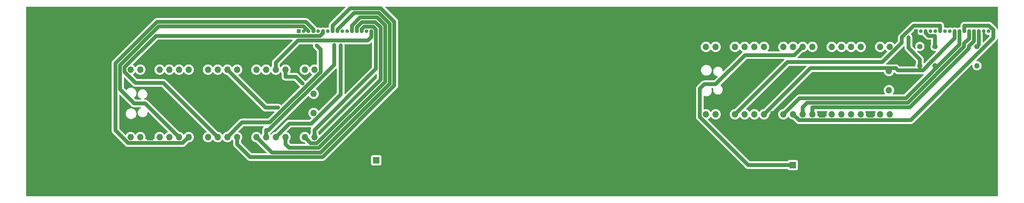
<source format=gbr>
%TF.GenerationSoftware,KiCad,Pcbnew,6.0.10-86aedd382b~118~ubuntu22.04.1*%
%TF.CreationDate,2023-01-15T11:44:38+01:00*%
%TF.ProjectId,tandberg-5000,74616e64-6265-4726-972d-353030302e6b,rev?*%
%TF.SameCoordinates,Original*%
%TF.FileFunction,Copper,L2,Bot*%
%TF.FilePolarity,Positive*%
%FSLAX46Y46*%
G04 Gerber Fmt 4.6, Leading zero omitted, Abs format (unit mm)*
G04 Created by KiCad (PCBNEW 6.0.10-86aedd382b~118~ubuntu22.04.1) date 2023-01-15 11:44:38*
%MOMM*%
%LPD*%
G01*
G04 APERTURE LIST*
%TA.AperFunction,ComponentPad*%
%ADD10R,1.700000X1.700000*%
%TD*%
%TA.AperFunction,ComponentPad*%
%ADD11O,1.700000X1.700000*%
%TD*%
%TA.AperFunction,ComponentPad*%
%ADD12C,7.500000*%
%TD*%
%TA.AperFunction,ComponentPad*%
%ADD13R,1.000000X1.000000*%
%TD*%
%TA.AperFunction,ComponentPad*%
%ADD14O,1.000000X1.000000*%
%TD*%
%TA.AperFunction,ComponentPad*%
%ADD15C,1.400000*%
%TD*%
%TA.AperFunction,ComponentPad*%
%ADD16O,1.400000X1.400000*%
%TD*%
%TA.AperFunction,ViaPad*%
%ADD17C,0.800000*%
%TD*%
%TA.AperFunction,Conductor*%
%ADD18C,1.000000*%
%TD*%
%TA.AperFunction,Conductor*%
%ADD19C,0.999800*%
%TD*%
G04 APERTURE END LIST*
D10*
%TO.P,SW2,1,1*%
%TO.N,Net-(SW2-Pad1)*%
X222655000Y-66270000D03*
D11*
%TO.P,SW2,2,2*%
%TO.N,GNDL*%
X222655000Y-68810000D03*
%TD*%
D10*
%TO.P,SW1,1,1*%
%TO.N,Net-(SW1-Pad1)*%
X113345000Y-65000000D03*
D11*
%TO.P,SW1,2,2*%
%TO.N,GNDL*%
X113345000Y-67540000D03*
%TD*%
D12*
%TO.P,H1,1,1*%
%TO.N,GNDL*%
X187000000Y-30000000D03*
%TD*%
D13*
%TO.P,J1,1,Pin_1*%
%TO.N,GNDL*%
X255000000Y-31000000D03*
D14*
%TO.P,J1,2,Pin_2*%
%TO.N,Net-(J1-Pad2)*%
X256270000Y-31000000D03*
%TO.P,J1,3,Pin_3*%
%TO.N,Net-(J1-Pad3)*%
X257540000Y-31000000D03*
%TO.P,J1,4,Pin_4*%
%TO.N,unconnected-(J1-Pad4)*%
X258810000Y-31000000D03*
%TO.P,J1,5,Pin_5*%
%TO.N,unconnected-(J1-Pad5)*%
X260080000Y-31000000D03*
%TO.P,J1,6,Pin_6*%
%TO.N,COL1*%
X261350000Y-31000000D03*
%TO.P,J1,7,Pin_7*%
%TO.N,COL2*%
X262620000Y-31000000D03*
%TO.P,J1,8,Pin_8*%
%TO.N,COL3*%
X263890000Y-31000000D03*
%TO.P,J1,9,Pin_9*%
%TO.N,COL4*%
X265160000Y-31000000D03*
%TO.P,J1,10,Pin_10*%
%TO.N,COL5*%
X266430000Y-31000000D03*
%TO.P,J1,11,Pin_11*%
%TO.N,COL6*%
X267700000Y-31000000D03*
%TO.P,J1,12,Pin_12*%
%TO.N,COL7*%
X268970000Y-31000000D03*
%TO.P,J1,13,Pin_13*%
%TO.N,COL8*%
X270240000Y-31000000D03*
%TO.P,J1,14,Pin_14*%
%TO.N,Net-(J1-Pad14)*%
X271510000Y-31000000D03*
%TO.P,J1,15,Pin_15*%
%TO.N,GNDL*%
X272780000Y-31000000D03*
%TO.P,J1,16,Pin_16*%
%TO.N,unconnected-(J1-Pad16)*%
X274050000Y-31000000D03*
%TD*%
D12*
%TO.P,H3,1,1*%
%TO.N,GNDL*%
X270000000Y-69000000D03*
%TD*%
D15*
%TO.P,R3,1*%
%TO.N,Net-(J1-Pad14)*%
X271000000Y-35000000D03*
D16*
%TO.P,R3,2*%
%TO.N,LED3*%
X271000000Y-40080000D03*
%TD*%
D12*
%TO.P,H4,1,1*%
%TO.N,GNDL*%
X27000000Y-68000000D03*
%TD*%
D15*
%TO.P,R2,1*%
%TO.N,Net-(J1-Pad3)*%
X260000000Y-35000000D03*
D16*
%TO.P,R2,2*%
%TO.N,LED2*%
X260000000Y-40080000D03*
%TD*%
D15*
%TO.P,R1,1*%
%TO.N,Net-(J1-Pad2)*%
X256000000Y-35000000D03*
D16*
%TO.P,R1,2*%
%TO.N,LED1*%
X256000000Y-40080000D03*
%TD*%
D11*
%TO.P,U1,1,GPIO0*%
%TO.N,SDA I2C0*%
X48870000Y-58890000D03*
%TO.P,U1,2,GPIO1*%
%TO.N,SCL I2C0*%
X51410000Y-58890000D03*
D10*
%TO.P,U1,3,GND*%
%TO.N,GNDL*%
X53950000Y-58890000D03*
D11*
%TO.P,U1,4,GPIO2*%
%TO.N,ROW1*%
X56490000Y-58890000D03*
%TO.P,U1,5,GPIO3*%
%TO.N,ROW2*%
X59030000Y-58890000D03*
%TO.P,U1,6,GPIO4*%
%TO.N,ROW3*%
X61570000Y-58890000D03*
%TO.P,U1,7,GPIO5*%
%TO.N,ROW4*%
X64110000Y-58890000D03*
D10*
%TO.P,U1,8,GND*%
%TO.N,GNDL*%
X66650000Y-58890000D03*
D11*
%TO.P,U1,9,GPIO6*%
%TO.N,ROW5*%
X69190000Y-58890000D03*
%TO.P,U1,10,GPIO7*%
%TO.N,ROW6*%
X71730000Y-58890000D03*
%TO.P,U1,11,GPIO8*%
%TO.N,ROW7*%
X74270000Y-58890000D03*
%TO.P,U1,12,GPIO9*%
%TO.N,ROW8*%
X76810000Y-58890000D03*
D10*
%TO.P,U1,13,GND*%
%TO.N,GNDL*%
X79350000Y-58890000D03*
D11*
%TO.P,U1,14,GPIO10*%
%TO.N,ROW9*%
X81890000Y-58890000D03*
%TO.P,U1,15,GPIO11*%
%TO.N,ROW10*%
X84430000Y-58890000D03*
%TO.P,U1,16,GPIO12*%
%TO.N,ROW11*%
X86970000Y-58890000D03*
%TO.P,U1,17,GPIO13*%
%TO.N,ROW12*%
X89510000Y-58890000D03*
D10*
%TO.P,U1,18,GND*%
%TO.N,GNDL*%
X92050000Y-58890000D03*
D11*
%TO.P,U1,19,GPIO14*%
%TO.N,ROW13*%
X94590000Y-58890000D03*
%TO.P,U1,20,GPIO15*%
%TO.N,ROW14*%
X97130000Y-58890000D03*
%TO.P,U1,21,GPIO16*%
%TO.N,LED1*%
X97130000Y-41110000D03*
%TO.P,U1,22,GPIO17*%
%TO.N,LED2*%
X94590000Y-41110000D03*
D10*
%TO.P,U1,23,GND*%
%TO.N,GNDL*%
X92050000Y-41110000D03*
D11*
%TO.P,U1,24,GPIO18*%
%TO.N,LED3*%
X89510000Y-41110000D03*
%TO.P,U1,25,GPIO19*%
%TO.N,ROW16*%
X86970000Y-41110000D03*
%TO.P,U1,26,GPIO20*%
%TO.N,unconnected-(U1-Pad26)*%
X84430000Y-41110000D03*
%TO.P,U1,27,GPIO21*%
%TO.N,ROW15*%
X81890000Y-41110000D03*
D10*
%TO.P,U1,28,GND*%
%TO.N,GNDL*%
X79350000Y-41110000D03*
D11*
%TO.P,U1,29,GPIO22*%
%TO.N,unconnected-(U1-Pad29)*%
X76810000Y-41110000D03*
%TO.P,U1,30,RUN*%
%TO.N,Net-(SW1-Pad1)*%
X74270000Y-41110000D03*
%TO.P,U1,31,GPIO26_ADC0*%
%TO.N,unconnected-(U1-Pad31)*%
X71730000Y-41110000D03*
%TO.P,U1,32,GPIO27_ADC1*%
%TO.N,unconnected-(U1-Pad32)*%
X69190000Y-41110000D03*
D10*
%TO.P,U1,33,AGND*%
%TO.N,GNDL*%
X66650000Y-41110000D03*
D11*
%TO.P,U1,34,GPIO28_ADC2*%
%TO.N,unconnected-(U1-Pad34)*%
X64110000Y-41110000D03*
%TO.P,U1,35,ADC_VREF*%
%TO.N,unconnected-(U1-Pad35)*%
X61570000Y-41110000D03*
%TO.P,U1,36,3V3*%
%TO.N,unconnected-(U1-Pad36)*%
X59030000Y-41110000D03*
%TO.P,U1,37,3V3_EN*%
%TO.N,unconnected-(U1-Pad37)*%
X56490000Y-41110000D03*
D10*
%TO.P,U1,38,GND*%
%TO.N,GNDL*%
X53950000Y-41110000D03*
D11*
%TO.P,U1,39,VSYS*%
%TO.N,unconnected-(U1-Pad39)*%
X51410000Y-41110000D03*
%TO.P,U1,40,VBUS*%
%TO.N,VCCL*%
X48870000Y-41110000D03*
%TO.P,U1,41,SWCLK*%
%TO.N,unconnected-(U1-Pad41)*%
X96900000Y-52540000D03*
D10*
%TO.P,U1,42,GND*%
%TO.N,GNDL*%
X96900000Y-50000000D03*
D11*
%TO.P,U1,43,SWDIO*%
%TO.N,unconnected-(U1-Pad43)*%
X96900000Y-47460000D03*
%TD*%
%TO.P,U2,1,GPIO0*%
%TO.N,sdaR*%
X199870000Y-52890000D03*
%TO.P,U2,2,GPIO1*%
%TO.N,sclR*%
X202410000Y-52890000D03*
D10*
%TO.P,U2,3,GND*%
%TO.N,GNDL*%
X204950000Y-52890000D03*
D11*
%TO.P,U2,4,GPIO2*%
%TO.N,COL1*%
X207490000Y-52890000D03*
%TO.P,U2,5,GPIO3*%
%TO.N,COL2*%
X210030000Y-52890000D03*
%TO.P,U2,6,GPIO4*%
%TO.N,COL3*%
X212570000Y-52890000D03*
%TO.P,U2,7,GPIO5*%
%TO.N,COL4*%
X215110000Y-52890000D03*
D10*
%TO.P,U2,8,GND*%
%TO.N,GNDL*%
X217650000Y-52890000D03*
D11*
%TO.P,U2,9,GPIO6*%
%TO.N,COL5*%
X220190000Y-52890000D03*
%TO.P,U2,10,GPIO7*%
%TO.N,COL6*%
X222730000Y-52890000D03*
%TO.P,U2,11,GPIO8*%
%TO.N,COL7*%
X225270000Y-52890000D03*
%TO.P,U2,12,GPIO9*%
%TO.N,COL8*%
X227810000Y-52890000D03*
D10*
%TO.P,U2,13,GND*%
%TO.N,GNDL*%
X230350000Y-52890000D03*
D11*
%TO.P,U2,14,GPIO10*%
%TO.N,unconnected-(U2-Pad14)*%
X232890000Y-52890000D03*
%TO.P,U2,15,GPIO11*%
%TO.N,unconnected-(U2-Pad15)*%
X235430000Y-52890000D03*
%TO.P,U2,16,GPIO12*%
%TO.N,unconnected-(U2-Pad16)*%
X237970000Y-52890000D03*
%TO.P,U2,17,GPIO13*%
%TO.N,unconnected-(U2-Pad17)*%
X240510000Y-52890000D03*
D10*
%TO.P,U2,18,GND*%
%TO.N,GNDL*%
X243050000Y-52890000D03*
D11*
%TO.P,U2,19,GPIO14*%
%TO.N,unconnected-(U2-Pad19)*%
X245590000Y-52890000D03*
%TO.P,U2,20,GPIO15*%
%TO.N,unconnected-(U2-Pad20)*%
X248130000Y-52890000D03*
%TO.P,U2,21,GPIO16*%
%TO.N,unconnected-(U2-Pad21)*%
X248130000Y-35110000D03*
%TO.P,U2,22,GPIO17*%
%TO.N,unconnected-(U2-Pad22)*%
X245590000Y-35110000D03*
D10*
%TO.P,U2,23,GND*%
%TO.N,GNDL*%
X243050000Y-35110000D03*
D11*
%TO.P,U2,24,GPIO18*%
%TO.N,unconnected-(U2-Pad24)*%
X240510000Y-35110000D03*
%TO.P,U2,25,GPIO19*%
%TO.N,unconnected-(U2-Pad25)*%
X237970000Y-35110000D03*
%TO.P,U2,26,GPIO20*%
%TO.N,unconnected-(U2-Pad26)*%
X235430000Y-35110000D03*
%TO.P,U2,27,GPIO21*%
%TO.N,unconnected-(U2-Pad27)*%
X232890000Y-35110000D03*
D10*
%TO.P,U2,28,GND*%
%TO.N,GNDL*%
X230350000Y-35110000D03*
D11*
%TO.P,U2,29,GPIO22*%
%TO.N,unconnected-(U2-Pad29)*%
X227810000Y-35110000D03*
%TO.P,U2,30,RUN*%
%TO.N,Net-(SW2-Pad1)*%
X225270000Y-35110000D03*
%TO.P,U2,31,GPIO26_ADC0*%
%TO.N,unconnected-(U2-Pad31)*%
X222730000Y-35110000D03*
%TO.P,U2,32,GPIO27_ADC1*%
%TO.N,unconnected-(U2-Pad32)*%
X220190000Y-35110000D03*
D10*
%TO.P,U2,33,AGND*%
%TO.N,GNDL*%
X217650000Y-35110000D03*
D11*
%TO.P,U2,34,GPIO28_ADC2*%
%TO.N,unconnected-(U2-Pad34)*%
X215110000Y-35110000D03*
%TO.P,U2,35,ADC_VREF*%
%TO.N,unconnected-(U2-Pad35)*%
X212570000Y-35110000D03*
%TO.P,U2,36,3V3*%
%TO.N,unconnected-(U2-Pad36)*%
X210030000Y-35110000D03*
%TO.P,U2,37,3V3_EN*%
%TO.N,unconnected-(U2-Pad37)*%
X207490000Y-35110000D03*
D10*
%TO.P,U2,38,GND*%
%TO.N,GNDL*%
X204950000Y-35110000D03*
D11*
%TO.P,U2,39,VSYS*%
%TO.N,unconnected-(U2-Pad39)*%
X202410000Y-35110000D03*
%TO.P,U2,40,VBUS*%
%TO.N,VCCL*%
X199870000Y-35110000D03*
%TO.P,U2,41,SWCLK*%
%TO.N,unconnected-(U2-Pad41)*%
X247900000Y-46540000D03*
D10*
%TO.P,U2,42,GND*%
%TO.N,GNDL*%
X247900000Y-44000000D03*
D11*
%TO.P,U2,43,SWDIO*%
%TO.N,unconnected-(U2-Pad43)*%
X247900000Y-41460000D03*
%TD*%
D12*
%TO.P,H2,1,1*%
%TO.N,GNDL*%
X27000000Y-31000000D03*
%TD*%
D13*
%TO.P,J2,1,Pin_1*%
%TO.N,ROW1*%
X93000000Y-31000000D03*
D14*
%TO.P,J2,2,Pin_2*%
%TO.N,ROW2*%
X94270000Y-31000000D03*
%TO.P,J2,3,Pin_3*%
%TO.N,ROW3*%
X95540000Y-31000000D03*
%TO.P,J2,4,Pin_4*%
%TO.N,ROW4*%
X96810000Y-31000000D03*
%TO.P,J2,5,Pin_5*%
%TO.N,ROW5*%
X98080000Y-31000000D03*
%TO.P,J2,6,Pin_6*%
%TO.N,ROW6*%
X99350000Y-31000000D03*
%TO.P,J2,7,Pin_7*%
%TO.N,ROW7*%
X100620000Y-31000000D03*
%TO.P,J2,8,Pin_8*%
%TO.N,ROW8*%
X101890000Y-31000000D03*
%TO.P,J2,9,Pin_9*%
%TO.N,ROW9*%
X103160000Y-31000000D03*
%TO.P,J2,10,Pin_10*%
%TO.N,ROW10*%
X104430000Y-31000000D03*
%TO.P,J2,11,Pin_11*%
%TO.N,ROW11*%
X105700000Y-31000000D03*
%TO.P,J2,12,Pin_12*%
%TO.N,ROW12*%
X106970000Y-31000000D03*
%TO.P,J2,13,Pin_13*%
%TO.N,ROW13*%
X108240000Y-31000000D03*
%TO.P,J2,14,Pin_14*%
%TO.N,ROW14*%
X109510000Y-31000000D03*
%TO.P,J2,15,Pin_15*%
%TO.N,ROW15*%
X110780000Y-31000000D03*
%TO.P,J2,16,Pin_16*%
%TO.N,ROW16*%
X112050000Y-31000000D03*
%TD*%
D17*
%TO.N,GNDL*%
X105000000Y-51000000D03*
X110000000Y-38000000D03*
X221000000Y-44000000D03*
X252000000Y-39000000D03*
X258000000Y-34000000D03*
%TO.N,Net-(SW1-Pad1)*%
X87586300Y-51149600D03*
%TO.N,LED3*%
X93992000Y-44743900D03*
%TO.N,LED1*%
X253004300Y-32596800D03*
%TO.N,ROW11*%
X103984900Y-34663800D03*
%TO.N,ROW10*%
X102306200Y-34617200D03*
%TO.N,ROW7*%
X97761200Y-34816000D03*
%TD*%
D18*
%TO.N,Net-(J1-Pad3)*%
X260000000Y-35000000D02*
X260000000Y-32200000D01*
X260000000Y-32200000D02*
X258312943Y-32200000D01*
X258312943Y-32200000D02*
X257540000Y-31427057D01*
X257540000Y-31427057D02*
X257540000Y-31000000D01*
%TO.N,Net-(SW2-Pad1)*%
X210959000Y-66270000D02*
X222655000Y-66270000D01*
X198290300Y-53601300D02*
X210959000Y-66270000D01*
X198290300Y-46136700D02*
X198290300Y-53601300D01*
X199454300Y-44972700D02*
X198290300Y-46136700D01*
X202431400Y-44972700D02*
X199454300Y-44972700D01*
X210120100Y-37284000D02*
X202431400Y-44972700D01*
X223096000Y-37284000D02*
X210120100Y-37284000D01*
X225270000Y-35110000D02*
X223096000Y-37284000D01*
%TO.N,Net-(SW1-Pad1)*%
X84309600Y-51149600D02*
X87586300Y-51149600D01*
X74270000Y-41110000D02*
X84309600Y-51149600D01*
%TO.N,LED3*%
X89510000Y-41110000D02*
X89510000Y-42960000D01*
X92208100Y-42960000D02*
X93992000Y-44743900D01*
X89510000Y-42960000D02*
X92208100Y-42960000D01*
%TO.N,LED1*%
X256000000Y-40080000D02*
X256000000Y-38380000D01*
X253004300Y-35384300D02*
X253004300Y-32596800D01*
X256000000Y-38380000D02*
X253004300Y-35384300D01*
%TO.N,ROW16*%
X112050000Y-31000000D02*
X112050000Y-32500000D01*
X86970000Y-41110000D02*
X86970000Y-39260000D01*
X92812900Y-33417100D02*
X86970000Y-39260000D01*
X111132900Y-33417100D02*
X92812900Y-33417100D01*
X112050000Y-32500000D02*
X111132900Y-33417100D01*
%TO.N,ROW14*%
X97130000Y-58890000D02*
X97130000Y-57040000D01*
X113258700Y-40911300D02*
X97130000Y-57040000D01*
X113258700Y-30507400D02*
X113258700Y-40911300D01*
X112537400Y-29786100D02*
X113258700Y-30507400D01*
X110183600Y-29786100D02*
X112537400Y-29786100D01*
X109510000Y-30459700D02*
X110183600Y-29786100D01*
X109510000Y-31000000D02*
X109510000Y-30459700D01*
%TO.N,ROW13*%
X96183000Y-60483000D02*
X94590000Y-58890000D01*
X97780900Y-60483000D02*
X96183000Y-60483000D01*
X114502100Y-43761800D02*
X97780900Y-60483000D01*
X114502100Y-29982000D02*
X114502100Y-43761800D01*
X113103600Y-28583500D02*
X114502100Y-29982000D01*
X109583800Y-28583500D02*
X113103600Y-28583500D01*
X108240000Y-29927300D02*
X109583800Y-28583500D01*
X108240000Y-31000000D02*
X108240000Y-29927300D01*
%TO.N,ROW12*%
X89510000Y-58890000D02*
X89510000Y-60740000D01*
X106970000Y-31000000D02*
X106970000Y-29500000D01*
X90496100Y-61726100D02*
X89510000Y-60740000D01*
X98286600Y-61726100D02*
X90496100Y-61726100D01*
X115702300Y-44310400D02*
X98286600Y-61726100D01*
X115702300Y-29484900D02*
X115702300Y-44310400D01*
X113560900Y-27343500D02*
X115702300Y-29484900D01*
X109126500Y-27343500D02*
X113560900Y-27343500D01*
X106970000Y-29500000D02*
X109126500Y-27343500D01*
%TO.N,ROW11*%
X90543600Y-55316400D02*
X86970000Y-58890000D01*
X96337500Y-55316400D02*
X90543600Y-55316400D01*
X103984800Y-47669100D02*
X96337500Y-55316400D01*
X103984800Y-34663800D02*
X103984800Y-47669100D01*
X103984900Y-34663800D02*
X103984800Y-34663800D01*
%TO.N,ROW10*%
X102306200Y-39824200D02*
X102306200Y-34617200D01*
X85090400Y-57040000D02*
X102306200Y-39824200D01*
X84430000Y-57040000D02*
X85090400Y-57040000D01*
X84430000Y-58890000D02*
X84430000Y-57040000D01*
%TO.N,ROW9*%
X85955600Y-62955600D02*
X81890000Y-58890000D01*
X98762500Y-62955600D02*
X85955600Y-62955600D01*
X116902500Y-44815600D02*
X98762500Y-62955600D01*
X116902500Y-28986100D02*
X116902500Y-44815600D01*
X114039600Y-26123200D02*
X116902500Y-28986100D01*
X107596100Y-26123200D02*
X114039600Y-26123200D01*
X103160000Y-30559300D02*
X107596100Y-26123200D01*
X103160000Y-31000000D02*
X103160000Y-30559300D01*
%TO.N,ROW8*%
X101890000Y-31000000D02*
X101890000Y-29500000D01*
X76810000Y-58890000D02*
X76810000Y-60740000D01*
X106466900Y-24923100D02*
X101890000Y-29500000D01*
X114536700Y-24923100D02*
X106466900Y-24923100D01*
X118102600Y-28489000D02*
X114536700Y-24923100D01*
X118102600Y-45312700D02*
X118102600Y-28489000D01*
X99259600Y-64155700D02*
X118102600Y-45312700D01*
X80225700Y-64155700D02*
X99259600Y-64155700D01*
X76810000Y-60740000D02*
X80225700Y-64155700D01*
%TO.N,ROW7*%
X78113400Y-55046600D02*
X74270000Y-58890000D01*
X85386500Y-55046600D02*
X78113400Y-55046600D01*
X98730600Y-41702500D02*
X85386500Y-55046600D01*
X98730600Y-35785400D02*
X98730600Y-41702500D01*
X97761200Y-34816000D02*
X98730600Y-35785400D01*
%TO.N,ROW6*%
X57466400Y-44626400D02*
X71730000Y-58890000D01*
X50174000Y-44626400D02*
X57466400Y-44626400D01*
X47307700Y-41760100D02*
X50174000Y-44626400D01*
X47307700Y-40455900D02*
X47307700Y-41760100D01*
X55563400Y-32200200D02*
X47307700Y-40455900D01*
X98600000Y-32200200D02*
X55563400Y-32200200D01*
X99350000Y-31450200D02*
X98600000Y-32200200D01*
X99350000Y-31000000D02*
X99350000Y-31450200D01*
D19*
%TO.N,ROW4*%
X96879800Y-30930200D02*
X96810000Y-31000000D01*
X96879800Y-30642800D02*
X96879800Y-30930200D01*
D18*
X62546000Y-60454000D02*
X64110000Y-58890000D01*
X48221300Y-60454000D02*
X62546000Y-60454000D01*
X44895200Y-57127900D02*
X48221300Y-60454000D01*
X44895200Y-39449900D02*
X44895200Y-57127900D01*
X55825100Y-28520000D02*
X44895200Y-39449900D01*
X94842500Y-28520000D02*
X55825100Y-28520000D01*
X96879800Y-30557300D02*
X94842500Y-28520000D01*
X96879800Y-30642800D02*
X96879800Y-30557300D01*
%TO.N,ROW3*%
X52680000Y-50000000D02*
X61570000Y-58890000D01*
X49818300Y-50000000D02*
X52680000Y-50000000D01*
X46095300Y-46277000D02*
X49818300Y-50000000D01*
X46095300Y-39947000D02*
X46095300Y-46277000D01*
X56303400Y-29738900D02*
X46095300Y-39947000D01*
X94278900Y-29738900D02*
X56303400Y-29738900D01*
X95540000Y-31000000D02*
X94278900Y-29738900D01*
%TO.N,Net-(J1-Pad14)*%
X271510000Y-34490000D02*
X271510000Y-31000000D01*
X271000000Y-35000000D02*
X271510000Y-34490000D01*
%TO.N,COL8*%
X227810000Y-52890000D02*
X227810000Y-51040000D01*
X270240000Y-31000000D02*
X270240000Y-32500000D01*
X270240000Y-33560700D02*
X270240000Y-32500000D01*
X268830300Y-34970400D02*
X270240000Y-33560700D01*
X268830300Y-35579700D02*
X268830300Y-34970400D01*
X253370000Y-51040000D02*
X268830300Y-35579700D01*
X227810000Y-51040000D02*
X253370000Y-51040000D01*
%TO.N,COL7*%
X268970000Y-32880500D02*
X268970000Y-31000000D01*
X267630200Y-34220300D02*
X268970000Y-32880500D01*
X267630200Y-35033700D02*
X267630200Y-34220300D01*
X252824100Y-49839800D02*
X267630200Y-35033700D01*
X226470200Y-49839800D02*
X252824100Y-49839800D01*
X225270000Y-51040000D02*
X226470200Y-49839800D01*
X225270000Y-52890000D02*
X225270000Y-51040000D01*
%TO.N,COL6*%
X267700000Y-31000000D02*
X267700000Y-29500000D01*
X274134900Y-29500000D02*
X267700000Y-29500000D01*
X275276300Y-30641400D02*
X274134900Y-29500000D01*
X275276300Y-32772300D02*
X275276300Y-30641400D01*
X253596600Y-54452000D02*
X275276300Y-32772300D01*
X224292000Y-54452000D02*
X253596600Y-54452000D01*
X222730000Y-52890000D02*
X224292000Y-54452000D01*
%TO.N,COL5*%
X224440400Y-48639600D02*
X220190000Y-52890000D01*
X252310900Y-48639600D02*
X224440400Y-48639600D01*
X266430000Y-34520500D02*
X252310900Y-48639600D01*
X266430000Y-31000000D02*
X266430000Y-34520500D01*
%TO.N,COL4*%
X265160000Y-32874700D02*
X265160000Y-31000000D01*
X258000000Y-40034700D02*
X265160000Y-32874700D01*
X258000000Y-40124000D02*
X258000000Y-40034700D01*
X256811400Y-41312600D02*
X258000000Y-40124000D01*
X250273700Y-41312600D02*
X256811400Y-41312600D01*
X249704100Y-40743000D02*
X250273700Y-41312600D01*
X227257000Y-40743000D02*
X249704100Y-40743000D01*
X215110000Y-52890000D02*
X227257000Y-40743000D01*
%TO.N,COL1*%
X261350000Y-31000000D02*
X261350000Y-29500000D01*
X254404000Y-29500000D02*
X261350000Y-29500000D01*
X251283600Y-32620400D02*
X254404000Y-29500000D01*
X251283600Y-33985300D02*
X251283600Y-32620400D01*
X246184800Y-39084100D02*
X251283600Y-33985300D01*
X221295900Y-39084100D02*
X246184800Y-39084100D01*
X207490000Y-52890000D02*
X221295900Y-39084100D01*
%TD*%
%TA.AperFunction,Conductor*%
%TO.N,GNDL*%
G36*
X105219196Y-24528502D02*
G01*
X105265689Y-24582158D01*
X105275793Y-24652432D01*
X105246299Y-24717012D01*
X105240170Y-24723595D01*
X101220621Y-28743145D01*
X101210478Y-28752247D01*
X101180975Y-28775968D01*
X101165040Y-28794959D01*
X101148709Y-28814421D01*
X101145528Y-28818069D01*
X101143885Y-28819881D01*
X101141691Y-28822075D01*
X101114358Y-28855349D01*
X101113696Y-28856147D01*
X101053846Y-28927474D01*
X101051278Y-28932144D01*
X101047897Y-28936261D01*
X101016860Y-28994145D01*
X101004023Y-29018086D01*
X101003394Y-29019245D01*
X100961538Y-29095381D01*
X100961535Y-29095388D01*
X100958567Y-29100787D01*
X100956955Y-29105869D01*
X100954438Y-29110563D01*
X100927238Y-29199531D01*
X100926918Y-29200559D01*
X100898765Y-29289306D01*
X100898171Y-29294602D01*
X100896613Y-29299698D01*
X100895048Y-29315111D01*
X100887218Y-29392187D01*
X100887089Y-29393393D01*
X100881500Y-29443227D01*
X100881500Y-29446754D01*
X100881445Y-29447739D01*
X100880998Y-29453419D01*
X100876626Y-29496462D01*
X100878209Y-29513204D01*
X100880941Y-29542109D01*
X100881500Y-29553967D01*
X100881500Y-29873449D01*
X100861498Y-29941570D01*
X100807842Y-29988063D01*
X100742331Y-29998759D01*
X100627075Y-29986645D01*
X100544576Y-29994153D01*
X100436251Y-30004011D01*
X100436248Y-30004012D01*
X100430112Y-30004570D01*
X100424206Y-30006308D01*
X100424202Y-30006309D01*
X100319076Y-30037249D01*
X100240381Y-30060410D01*
X100234923Y-30063263D01*
X100234919Y-30063265D01*
X100139135Y-30113340D01*
X100065110Y-30152040D01*
X100060310Y-30155900D01*
X100055153Y-30159274D01*
X100053769Y-30157158D01*
X99998365Y-30180027D01*
X99928512Y-30167334D01*
X99918898Y-30161709D01*
X99916675Y-30159870D01*
X99742701Y-30065802D01*
X99553768Y-30007318D01*
X99547643Y-30006674D01*
X99547642Y-30006674D01*
X99363204Y-29987289D01*
X99363202Y-29987289D01*
X99357075Y-29986645D01*
X99274576Y-29994153D01*
X99166251Y-30004011D01*
X99166248Y-30004012D01*
X99160112Y-30004570D01*
X99154206Y-30006308D01*
X99154202Y-30006309D01*
X99049076Y-30037249D01*
X98970381Y-30060410D01*
X98964923Y-30063263D01*
X98964919Y-30063265D01*
X98869135Y-30113340D01*
X98795110Y-30152040D01*
X98790310Y-30155900D01*
X98785153Y-30159274D01*
X98783769Y-30157158D01*
X98728365Y-30180027D01*
X98658512Y-30167334D01*
X98648898Y-30161709D01*
X98646675Y-30159870D01*
X98472701Y-30065802D01*
X98283768Y-30007318D01*
X98277643Y-30006674D01*
X98277642Y-30006674D01*
X98093204Y-29987289D01*
X98093202Y-29987289D01*
X98087075Y-29986645D01*
X97890112Y-30004570D01*
X97884203Y-30006309D01*
X97884198Y-30006310D01*
X97841659Y-30018830D01*
X97770662Y-30018874D01*
X97708443Y-29977593D01*
X97687294Y-29951662D01*
X97665045Y-29924382D01*
X97664354Y-29923526D01*
X97633062Y-29884327D01*
X97630558Y-29881823D01*
X97629916Y-29881105D01*
X97626215Y-29876772D01*
X97598865Y-29843238D01*
X97563537Y-29814012D01*
X97554758Y-29806023D01*
X95599355Y-27850621D01*
X95590253Y-27840478D01*
X95570397Y-27815782D01*
X95566532Y-27810975D01*
X95528078Y-27778708D01*
X95524431Y-27775528D01*
X95522619Y-27773885D01*
X95520425Y-27771691D01*
X95487151Y-27744358D01*
X95486353Y-27743696D01*
X95415026Y-27683846D01*
X95410356Y-27681278D01*
X95406239Y-27677897D01*
X95324414Y-27634023D01*
X95323255Y-27633394D01*
X95247119Y-27591538D01*
X95247111Y-27591535D01*
X95241713Y-27588567D01*
X95236631Y-27586955D01*
X95231937Y-27584438D01*
X95142969Y-27557238D01*
X95141941Y-27556918D01*
X95053194Y-27528765D01*
X95047898Y-27528171D01*
X95042802Y-27526613D01*
X94950243Y-27517210D01*
X94949107Y-27517089D01*
X94915492Y-27513319D01*
X94902770Y-27511892D01*
X94902766Y-27511892D01*
X94899273Y-27511500D01*
X94895746Y-27511500D01*
X94894761Y-27511445D01*
X94889081Y-27510998D01*
X94859675Y-27508011D01*
X94852163Y-27507248D01*
X94852161Y-27507248D01*
X94846038Y-27506626D01*
X94803759Y-27510623D01*
X94800391Y-27510941D01*
X94788533Y-27511500D01*
X55886943Y-27511500D01*
X55873336Y-27510763D01*
X55841838Y-27507341D01*
X55841833Y-27507341D01*
X55835712Y-27506676D01*
X55809462Y-27508973D01*
X55785712Y-27511050D01*
X55780886Y-27511379D01*
X55778414Y-27511500D01*
X55775331Y-27511500D01*
X55763362Y-27512674D01*
X55732594Y-27515690D01*
X55731281Y-27515812D01*
X55687016Y-27519685D01*
X55638687Y-27523913D01*
X55633568Y-27525400D01*
X55628267Y-27525920D01*
X55539266Y-27552791D01*
X55538133Y-27553126D01*
X55454686Y-27577370D01*
X55454682Y-27577372D01*
X55448764Y-27579091D01*
X55444032Y-27581544D01*
X55438931Y-27583084D01*
X55433488Y-27585978D01*
X55356840Y-27626731D01*
X55355674Y-27627343D01*
X55278647Y-27667271D01*
X55273174Y-27670108D01*
X55269011Y-27673431D01*
X55264304Y-27675934D01*
X55259529Y-27679828D01*
X55259528Y-27679829D01*
X55192202Y-27734739D01*
X55191175Y-27735567D01*
X55154892Y-27764531D01*
X55154887Y-27764536D01*
X55152128Y-27766738D01*
X55149627Y-27769239D01*
X55148909Y-27769881D01*
X55144561Y-27773594D01*
X55111038Y-27800935D01*
X55107115Y-27805677D01*
X55107113Y-27805679D01*
X55081803Y-27836273D01*
X55073813Y-27845053D01*
X44225821Y-38693045D01*
X44215678Y-38702147D01*
X44186175Y-38725868D01*
X44156839Y-38760829D01*
X44153909Y-38764321D01*
X44150728Y-38767969D01*
X44149085Y-38769781D01*
X44146891Y-38771975D01*
X44119558Y-38805249D01*
X44118896Y-38806047D01*
X44059046Y-38877374D01*
X44056478Y-38882044D01*
X44053097Y-38886161D01*
X44022960Y-38942367D01*
X44009223Y-38967986D01*
X44008594Y-38969145D01*
X43966738Y-39045281D01*
X43966735Y-39045289D01*
X43963767Y-39050687D01*
X43962155Y-39055769D01*
X43959638Y-39060463D01*
X43932438Y-39149431D01*
X43932118Y-39150459D01*
X43903965Y-39239206D01*
X43903371Y-39244502D01*
X43901813Y-39249598D01*
X43895275Y-39313967D01*
X43892418Y-39342087D01*
X43892289Y-39343293D01*
X43890510Y-39359161D01*
X43887508Y-39385926D01*
X43886700Y-39393127D01*
X43886700Y-39396654D01*
X43886645Y-39397639D01*
X43886198Y-39403319D01*
X43881826Y-39446362D01*
X43884386Y-39473442D01*
X43886141Y-39492009D01*
X43886700Y-39503867D01*
X43886700Y-57066057D01*
X43885963Y-57079664D01*
X43885698Y-57082109D01*
X43881876Y-57117288D01*
X43882413Y-57123423D01*
X43886250Y-57167288D01*
X43886579Y-57172114D01*
X43886700Y-57174586D01*
X43886700Y-57177669D01*
X43887001Y-57180737D01*
X43890890Y-57220406D01*
X43891012Y-57221719D01*
X43899113Y-57314313D01*
X43900600Y-57319432D01*
X43901120Y-57324733D01*
X43927991Y-57413734D01*
X43928326Y-57414867D01*
X43930059Y-57420830D01*
X43954291Y-57504236D01*
X43956744Y-57508968D01*
X43958284Y-57514069D01*
X43961178Y-57519512D01*
X44001931Y-57596160D01*
X44002543Y-57597326D01*
X44045308Y-57679826D01*
X44048631Y-57683989D01*
X44051134Y-57688696D01*
X44109955Y-57760818D01*
X44110646Y-57761674D01*
X44141938Y-57800873D01*
X44144442Y-57803377D01*
X44145084Y-57804095D01*
X44148785Y-57808428D01*
X44176135Y-57841962D01*
X44180882Y-57845889D01*
X44180884Y-57845891D01*
X44211462Y-57871187D01*
X44220242Y-57879177D01*
X47464445Y-61123379D01*
X47473547Y-61133522D01*
X47497268Y-61163025D01*
X47509233Y-61173065D01*
X47535721Y-61195291D01*
X47539369Y-61198472D01*
X47541181Y-61200115D01*
X47543375Y-61202309D01*
X47576649Y-61229642D01*
X47577447Y-61230304D01*
X47648774Y-61290154D01*
X47653444Y-61292722D01*
X47657561Y-61296103D01*
X47739420Y-61339995D01*
X47740580Y-61340624D01*
X47816689Y-61382466D01*
X47816694Y-61382468D01*
X47822087Y-61385433D01*
X47827165Y-61387044D01*
X47831863Y-61389563D01*
X47920798Y-61416753D01*
X47922002Y-61417128D01*
X48010606Y-61445235D01*
X48015897Y-61445828D01*
X48020998Y-61447388D01*
X48113611Y-61456795D01*
X48114731Y-61456915D01*
X48164527Y-61462500D01*
X48168056Y-61462500D01*
X48169039Y-61462555D01*
X48174726Y-61463003D01*
X48194983Y-61465060D01*
X48211636Y-61466752D01*
X48211639Y-61466752D01*
X48217763Y-61467374D01*
X48263412Y-61463059D01*
X48275269Y-61462500D01*
X62484157Y-61462500D01*
X62497764Y-61463237D01*
X62529262Y-61466659D01*
X62529267Y-61466659D01*
X62535388Y-61467324D01*
X62561638Y-61465027D01*
X62585388Y-61462950D01*
X62590214Y-61462621D01*
X62592686Y-61462500D01*
X62595769Y-61462500D01*
X62607738Y-61461326D01*
X62638506Y-61458310D01*
X62639819Y-61458188D01*
X62684084Y-61454315D01*
X62732413Y-61450087D01*
X62737532Y-61448600D01*
X62742833Y-61448080D01*
X62831834Y-61421209D01*
X62832967Y-61420874D01*
X62916414Y-61396630D01*
X62916418Y-61396628D01*
X62922336Y-61394909D01*
X62927068Y-61392456D01*
X62932169Y-61390916D01*
X62948062Y-61382466D01*
X63014260Y-61347269D01*
X63015426Y-61346657D01*
X63092453Y-61306729D01*
X63097926Y-61303892D01*
X63102089Y-61300569D01*
X63106796Y-61298066D01*
X63178918Y-61239245D01*
X63179774Y-61238554D01*
X63218973Y-61207262D01*
X63221477Y-61204758D01*
X63222195Y-61204116D01*
X63226528Y-61200415D01*
X63260062Y-61173065D01*
X63289291Y-61137733D01*
X63297272Y-61128963D01*
X63708956Y-60717279D01*
X64144452Y-60281782D01*
X64206765Y-60247757D01*
X64217534Y-60245899D01*
X64293131Y-60236215D01*
X64388289Y-60224025D01*
X64388292Y-60224024D01*
X64393416Y-60223368D01*
X64398366Y-60221883D01*
X64602429Y-60160661D01*
X64602434Y-60160659D01*
X64607384Y-60159174D01*
X64807994Y-60060896D01*
X64989860Y-59931173D01*
X65148096Y-59773489D01*
X65207594Y-59690689D01*
X65275435Y-59596277D01*
X65278453Y-59592077D01*
X65299320Y-59549857D01*
X65375136Y-59396453D01*
X65375137Y-59396451D01*
X65377430Y-59391811D01*
X65442370Y-59178069D01*
X65471529Y-58956590D01*
X65473156Y-58890000D01*
X65454852Y-58667361D01*
X65400431Y-58450702D01*
X65311354Y-58245840D01*
X65217011Y-58100008D01*
X65192822Y-58062617D01*
X65192820Y-58062614D01*
X65190014Y-58058277D01*
X65039670Y-57893051D01*
X65035619Y-57889852D01*
X65035615Y-57889848D01*
X64868414Y-57757800D01*
X64868410Y-57757798D01*
X64864359Y-57754598D01*
X64668789Y-57646638D01*
X64663920Y-57644914D01*
X64663916Y-57644912D01*
X64463087Y-57573795D01*
X64463083Y-57573794D01*
X64458212Y-57572069D01*
X64453119Y-57571162D01*
X64453116Y-57571161D01*
X64243373Y-57533800D01*
X64243367Y-57533799D01*
X64238284Y-57532894D01*
X64164452Y-57531992D01*
X64020081Y-57530228D01*
X64020079Y-57530228D01*
X64014911Y-57530165D01*
X63794091Y-57563955D01*
X63581756Y-57633357D01*
X63551443Y-57649137D01*
X63416923Y-57719164D01*
X63383607Y-57736507D01*
X63379474Y-57739610D01*
X63379471Y-57739612D01*
X63209100Y-57867530D01*
X63204965Y-57870635D01*
X63149782Y-57928381D01*
X63084684Y-57996502D01*
X63050629Y-58032138D01*
X62943201Y-58189621D01*
X62888293Y-58234621D01*
X62817768Y-58242792D01*
X62754021Y-58211538D01*
X62733324Y-58187054D01*
X62652822Y-58062617D01*
X62652820Y-58062614D01*
X62650014Y-58058277D01*
X62499670Y-57893051D01*
X62495619Y-57889852D01*
X62495615Y-57889848D01*
X62328414Y-57757800D01*
X62328410Y-57757798D01*
X62324359Y-57754598D01*
X62128789Y-57646638D01*
X62123920Y-57644914D01*
X62123916Y-57644912D01*
X61923087Y-57573795D01*
X61923083Y-57573794D01*
X61918212Y-57572069D01*
X61913119Y-57571162D01*
X61913116Y-57571161D01*
X61841361Y-57558380D01*
X61698284Y-57532894D01*
X61689684Y-57532789D01*
X61688351Y-57532380D01*
X61687961Y-57532343D01*
X61687969Y-57532262D01*
X61621813Y-57511957D01*
X61602127Y-57495893D01*
X53436855Y-49330621D01*
X53427753Y-49320478D01*
X53407897Y-49295782D01*
X53404032Y-49290975D01*
X53365578Y-49258708D01*
X53361931Y-49255528D01*
X53360119Y-49253885D01*
X53357925Y-49251691D01*
X53324651Y-49224358D01*
X53323853Y-49223696D01*
X53252526Y-49163846D01*
X53247856Y-49161278D01*
X53243739Y-49157897D01*
X53161914Y-49114023D01*
X53160755Y-49113394D01*
X53084619Y-49071538D01*
X53084611Y-49071535D01*
X53079213Y-49068567D01*
X53074131Y-49066955D01*
X53069437Y-49064438D01*
X52980469Y-49037238D01*
X52979441Y-49036918D01*
X52890694Y-49008765D01*
X52885398Y-49008171D01*
X52880302Y-49006613D01*
X52787743Y-48997210D01*
X52786607Y-48997089D01*
X52752992Y-48993319D01*
X52740270Y-48991892D01*
X52740266Y-48991892D01*
X52736773Y-48991500D01*
X52733246Y-48991500D01*
X52732261Y-48991445D01*
X52726581Y-48990998D01*
X52697175Y-48988011D01*
X52689663Y-48987248D01*
X52689661Y-48987248D01*
X52683538Y-48986626D01*
X52641259Y-48990623D01*
X52637891Y-48990941D01*
X52626033Y-48991500D01*
X52538519Y-48991500D01*
X52470398Y-48971498D01*
X52423905Y-48917842D01*
X52413801Y-48847568D01*
X52443295Y-48782988D01*
X52485269Y-48751305D01*
X52661654Y-48669056D01*
X52762759Y-48598261D01*
X52837527Y-48545908D01*
X52837529Y-48545906D01*
X52842038Y-48542749D01*
X52997749Y-48387038D01*
X53018436Y-48357495D01*
X53120899Y-48211162D01*
X53120900Y-48211160D01*
X53124056Y-48206653D01*
X53126379Y-48201671D01*
X53126382Y-48201666D01*
X53191111Y-48062852D01*
X53217120Y-48007076D01*
X53274115Y-47794371D01*
X53293307Y-47575000D01*
X53274115Y-47355629D01*
X53217120Y-47142924D01*
X53157913Y-47015954D01*
X53126382Y-46948334D01*
X53126379Y-46948329D01*
X53124056Y-46943347D01*
X53067139Y-46862061D01*
X53000908Y-46767473D01*
X53000906Y-46767470D01*
X52997749Y-46762962D01*
X52842038Y-46607251D01*
X52835672Y-46602793D01*
X52741204Y-46536646D01*
X52661654Y-46480944D01*
X52462076Y-46387880D01*
X52249371Y-46330885D01*
X52030000Y-46311693D01*
X51810629Y-46330885D01*
X51597924Y-46387880D01*
X51530061Y-46419525D01*
X51403334Y-46478618D01*
X51403329Y-46478621D01*
X51398347Y-46480944D01*
X51393840Y-46484100D01*
X51393838Y-46484101D01*
X51222473Y-46604092D01*
X51222470Y-46604094D01*
X51217962Y-46607251D01*
X51062251Y-46762962D01*
X51059094Y-46767470D01*
X51059092Y-46767473D01*
X50992861Y-46862061D01*
X50935944Y-46943347D01*
X50933621Y-46948329D01*
X50933618Y-46948334D01*
X50902087Y-47015954D01*
X50842880Y-47142924D01*
X50785885Y-47355629D01*
X50766693Y-47575000D01*
X50785885Y-47794371D01*
X50842880Y-48007076D01*
X50868889Y-48062852D01*
X50933618Y-48201666D01*
X50933621Y-48201671D01*
X50935944Y-48206653D01*
X50939100Y-48211160D01*
X50939101Y-48211162D01*
X51041565Y-48357495D01*
X51062251Y-48387038D01*
X51217962Y-48542749D01*
X51222471Y-48545906D01*
X51222473Y-48545908D01*
X51297241Y-48598261D01*
X51398346Y-48669056D01*
X51574731Y-48751305D01*
X51628016Y-48798222D01*
X51647477Y-48866499D01*
X51626935Y-48934459D01*
X51572913Y-48980525D01*
X51521481Y-48991500D01*
X50288226Y-48991500D01*
X50220105Y-48971498D01*
X50199131Y-48954596D01*
X50027523Y-48782988D01*
X49834673Y-48590139D01*
X49800648Y-48527826D01*
X49805712Y-48457011D01*
X49850599Y-48398465D01*
X49908037Y-48357495D01*
X49908044Y-48357489D01*
X49912243Y-48354494D01*
X50076303Y-48191005D01*
X50211458Y-48002917D01*
X50232454Y-47960436D01*
X50311784Y-47799922D01*
X50311785Y-47799920D01*
X50314078Y-47795280D01*
X50381408Y-47573671D01*
X50411640Y-47344041D01*
X50413327Y-47275000D01*
X50402905Y-47148235D01*
X50394773Y-47049318D01*
X50394772Y-47049312D01*
X50394349Y-47044167D01*
X50346021Y-46851765D01*
X50339184Y-46824544D01*
X50339183Y-46824540D01*
X50337925Y-46819533D01*
X50334429Y-46811492D01*
X50247630Y-46611868D01*
X50247628Y-46611865D01*
X50245570Y-46607131D01*
X50119764Y-46412665D01*
X50097212Y-46387880D01*
X50028477Y-46312342D01*
X49963887Y-46241358D01*
X49959836Y-46238159D01*
X49959832Y-46238155D01*
X49786177Y-46101011D01*
X49786172Y-46101008D01*
X49782123Y-46097810D01*
X49777607Y-46095317D01*
X49777604Y-46095315D01*
X49583879Y-45988373D01*
X49583875Y-45988371D01*
X49579355Y-45985876D01*
X49574486Y-45984152D01*
X49574482Y-45984150D01*
X49365903Y-45910288D01*
X49365899Y-45910287D01*
X49361028Y-45908562D01*
X49355935Y-45907655D01*
X49355932Y-45907654D01*
X49138095Y-45868851D01*
X49138089Y-45868850D01*
X49133006Y-45867945D01*
X49060096Y-45867054D01*
X48906581Y-45865179D01*
X48906579Y-45865179D01*
X48901411Y-45865116D01*
X48672464Y-45900150D01*
X48452314Y-45972106D01*
X48447726Y-45974494D01*
X48447722Y-45974496D01*
X48256006Y-46074297D01*
X48246872Y-46079052D01*
X48242739Y-46082155D01*
X48242736Y-46082157D01*
X48065790Y-46215012D01*
X48061655Y-46218117D01*
X48058083Y-46221855D01*
X47956840Y-46327800D01*
X47901639Y-46385564D01*
X47877199Y-46421392D01*
X47822289Y-46466393D01*
X47751764Y-46474564D01*
X47684017Y-46439482D01*
X47140705Y-45896171D01*
X47106680Y-45833858D01*
X47103800Y-45807075D01*
X47103800Y-43286625D01*
X47123802Y-43218504D01*
X47177458Y-43172011D01*
X47247732Y-43161907D01*
X47312312Y-43191401D01*
X47318895Y-43197530D01*
X49417145Y-45295779D01*
X49426247Y-45305922D01*
X49449968Y-45335425D01*
X49488456Y-45367720D01*
X49492075Y-45370878D01*
X49493890Y-45372524D01*
X49496075Y-45374709D01*
X49498455Y-45376664D01*
X49498465Y-45376673D01*
X49529236Y-45401949D01*
X49530251Y-45402791D01*
X49565182Y-45432102D01*
X49601474Y-45462554D01*
X49606148Y-45465123D01*
X49610261Y-45468502D01*
X49690960Y-45511772D01*
X49692047Y-45512355D01*
X49693177Y-45512968D01*
X49713916Y-45524369D01*
X49747899Y-45543051D01*
X49774787Y-45557833D01*
X49779869Y-45559445D01*
X49784563Y-45561962D01*
X49873531Y-45589162D01*
X49874559Y-45589482D01*
X49963306Y-45617635D01*
X49968602Y-45618229D01*
X49973698Y-45619787D01*
X50066257Y-45629190D01*
X50067393Y-45629311D01*
X50101008Y-45633081D01*
X50113730Y-45634508D01*
X50113734Y-45634508D01*
X50117227Y-45634900D01*
X50120754Y-45634900D01*
X50121739Y-45634955D01*
X50127419Y-45635402D01*
X50156825Y-45638389D01*
X50164337Y-45639152D01*
X50164339Y-45639152D01*
X50170462Y-45639774D01*
X50216108Y-45635459D01*
X50227967Y-45634900D01*
X56996475Y-45634900D01*
X57064596Y-45654902D01*
X57085570Y-45671805D01*
X62987561Y-51573795D01*
X68807087Y-57393321D01*
X68841113Y-57455633D01*
X68836048Y-57526448D01*
X68793501Y-57583284D01*
X68757138Y-57602181D01*
X68725434Y-57612544D01*
X68661756Y-57633357D01*
X68631443Y-57649137D01*
X68496923Y-57719164D01*
X68463607Y-57736507D01*
X68459474Y-57739610D01*
X68459471Y-57739612D01*
X68289100Y-57867530D01*
X68284965Y-57870635D01*
X68229782Y-57928381D01*
X68164684Y-57996502D01*
X68130629Y-58032138D01*
X68004743Y-58216680D01*
X67976884Y-58276698D01*
X67917711Y-58404176D01*
X67910688Y-58419305D01*
X67850989Y-58634570D01*
X67827251Y-58856695D01*
X67827548Y-58861848D01*
X67827548Y-58861851D01*
X67833011Y-58956590D01*
X67840110Y-59079715D01*
X67841247Y-59084761D01*
X67841248Y-59084767D01*
X67861119Y-59172939D01*
X67889222Y-59297639D01*
X67973266Y-59504616D01*
X68024019Y-59587438D01*
X68087291Y-59690688D01*
X68089987Y-59695088D01*
X68236250Y-59863938D01*
X68408126Y-60006632D01*
X68601000Y-60119338D01*
X68809692Y-60199030D01*
X68814760Y-60200061D01*
X68814763Y-60200062D01*
X68922017Y-60221883D01*
X69028597Y-60243567D01*
X69033772Y-60243757D01*
X69033774Y-60243757D01*
X69246673Y-60251564D01*
X69246677Y-60251564D01*
X69251837Y-60251753D01*
X69256957Y-60251097D01*
X69256959Y-60251097D01*
X69468288Y-60224025D01*
X69468289Y-60224025D01*
X69473416Y-60223368D01*
X69478366Y-60221883D01*
X69682429Y-60160661D01*
X69682434Y-60160659D01*
X69687384Y-60159174D01*
X69887994Y-60060896D01*
X70069860Y-59931173D01*
X70228096Y-59773489D01*
X70287594Y-59690689D01*
X70358453Y-59592077D01*
X70359776Y-59593028D01*
X70406645Y-59549857D01*
X70476580Y-59537625D01*
X70542026Y-59565144D01*
X70569875Y-59596994D01*
X70629987Y-59695088D01*
X70776250Y-59863938D01*
X70948126Y-60006632D01*
X71141000Y-60119338D01*
X71349692Y-60199030D01*
X71354760Y-60200061D01*
X71354763Y-60200062D01*
X71462017Y-60221883D01*
X71568597Y-60243567D01*
X71573772Y-60243757D01*
X71573774Y-60243757D01*
X71786673Y-60251564D01*
X71786677Y-60251564D01*
X71791837Y-60251753D01*
X71796957Y-60251097D01*
X71796959Y-60251097D01*
X72008288Y-60224025D01*
X72008289Y-60224025D01*
X72013416Y-60223368D01*
X72018366Y-60221883D01*
X72222429Y-60160661D01*
X72222434Y-60160659D01*
X72227384Y-60159174D01*
X72427994Y-60060896D01*
X72609860Y-59931173D01*
X72768096Y-59773489D01*
X72827594Y-59690689D01*
X72898453Y-59592077D01*
X72899776Y-59593028D01*
X72946645Y-59549857D01*
X73016580Y-59537625D01*
X73082026Y-59565144D01*
X73109875Y-59596994D01*
X73169987Y-59695088D01*
X73316250Y-59863938D01*
X73488126Y-60006632D01*
X73681000Y-60119338D01*
X73889692Y-60199030D01*
X73894760Y-60200061D01*
X73894763Y-60200062D01*
X74002017Y-60221883D01*
X74108597Y-60243567D01*
X74113772Y-60243757D01*
X74113774Y-60243757D01*
X74326673Y-60251564D01*
X74326677Y-60251564D01*
X74331837Y-60251753D01*
X74336957Y-60251097D01*
X74336959Y-60251097D01*
X74548288Y-60224025D01*
X74548289Y-60224025D01*
X74553416Y-60223368D01*
X74558366Y-60221883D01*
X74762429Y-60160661D01*
X74762434Y-60160659D01*
X74767384Y-60159174D01*
X74967994Y-60060896D01*
X75149860Y-59931173D01*
X75308096Y-59773489D01*
X75367594Y-59690689D01*
X75438453Y-59592077D01*
X75439776Y-59593028D01*
X75486645Y-59549857D01*
X75556580Y-59537625D01*
X75622026Y-59565144D01*
X75649875Y-59596994D01*
X75709987Y-59695088D01*
X75713367Y-59698990D01*
X75770737Y-59765219D01*
X75800220Y-59829804D01*
X75801500Y-59847717D01*
X75801500Y-60678157D01*
X75800763Y-60691764D01*
X75797957Y-60717600D01*
X75796676Y-60729388D01*
X75797213Y-60735523D01*
X75801050Y-60779388D01*
X75801379Y-60784214D01*
X75801500Y-60786686D01*
X75801500Y-60789769D01*
X75801801Y-60792837D01*
X75805690Y-60832506D01*
X75805812Y-60833819D01*
X75813913Y-60926413D01*
X75815400Y-60931532D01*
X75815920Y-60936833D01*
X75842791Y-61025834D01*
X75843126Y-61026967D01*
X75869091Y-61116336D01*
X75871544Y-61121068D01*
X75873084Y-61126169D01*
X75875978Y-61131612D01*
X75916731Y-61208260D01*
X75917343Y-61209426D01*
X75932396Y-61238465D01*
X75960108Y-61291926D01*
X75963431Y-61296089D01*
X75965934Y-61300796D01*
X76024755Y-61372918D01*
X76025446Y-61373774D01*
X76056738Y-61412973D01*
X76059242Y-61415477D01*
X76059884Y-61416195D01*
X76063585Y-61420528D01*
X76090935Y-61454062D01*
X76095682Y-61457989D01*
X76095684Y-61457991D01*
X76126262Y-61483287D01*
X76135042Y-61491277D01*
X79468845Y-64825079D01*
X79477947Y-64835222D01*
X79501668Y-64864725D01*
X79540156Y-64897020D01*
X79543775Y-64900178D01*
X79545590Y-64901824D01*
X79547775Y-64904009D01*
X79550155Y-64905964D01*
X79550165Y-64905973D01*
X79580936Y-64931249D01*
X79581951Y-64932091D01*
X79592093Y-64940601D01*
X79653174Y-64991854D01*
X79657848Y-64994423D01*
X79661961Y-64997802D01*
X79667398Y-65000717D01*
X79667399Y-65000718D01*
X79743747Y-65041655D01*
X79744877Y-65042268D01*
X79826487Y-65087133D01*
X79831569Y-65088745D01*
X79836263Y-65091262D01*
X79925231Y-65118462D01*
X79926259Y-65118782D01*
X80015006Y-65146935D01*
X80020302Y-65147529D01*
X80025398Y-65149087D01*
X80117957Y-65158490D01*
X80119093Y-65158611D01*
X80152708Y-65162381D01*
X80165430Y-65163808D01*
X80165434Y-65163808D01*
X80168927Y-65164200D01*
X80172454Y-65164200D01*
X80173439Y-65164255D01*
X80179119Y-65164702D01*
X80208525Y-65167689D01*
X80216037Y-65168452D01*
X80216039Y-65168452D01*
X80222162Y-65169074D01*
X80267808Y-65164759D01*
X80279667Y-65164200D01*
X99197757Y-65164200D01*
X99211364Y-65164937D01*
X99242862Y-65168359D01*
X99242867Y-65168359D01*
X99248988Y-65169024D01*
X99275238Y-65166727D01*
X99298988Y-65164650D01*
X99303814Y-65164321D01*
X99306286Y-65164200D01*
X99309369Y-65164200D01*
X99321338Y-65163026D01*
X99352106Y-65160010D01*
X99353419Y-65159888D01*
X99397684Y-65156015D01*
X99446013Y-65151787D01*
X99451132Y-65150300D01*
X99456433Y-65149780D01*
X99545434Y-65122909D01*
X99546567Y-65122574D01*
X99630014Y-65098330D01*
X99630018Y-65098328D01*
X99635936Y-65096609D01*
X99640668Y-65094156D01*
X99645769Y-65092616D01*
X99652773Y-65088892D01*
X99727860Y-65048969D01*
X99729026Y-65048357D01*
X99806053Y-65008429D01*
X99811526Y-65005592D01*
X99815689Y-65002269D01*
X99820396Y-64999766D01*
X99892518Y-64940945D01*
X99893374Y-64940254D01*
X99932573Y-64908962D01*
X99935077Y-64906458D01*
X99935795Y-64905816D01*
X99940128Y-64902115D01*
X99973662Y-64874765D01*
X100002888Y-64839437D01*
X100010877Y-64830658D01*
X118771979Y-46069555D01*
X118782122Y-46060453D01*
X118806818Y-46040597D01*
X118811625Y-46036732D01*
X118843892Y-45998278D01*
X118847072Y-45994631D01*
X118848715Y-45992819D01*
X118850909Y-45990625D01*
X118878242Y-45957351D01*
X118878948Y-45956500D01*
X118894784Y-45937628D01*
X118938754Y-45885226D01*
X118941322Y-45880556D01*
X118944703Y-45876439D01*
X118988577Y-45794614D01*
X118989206Y-45793455D01*
X119031062Y-45717319D01*
X119031065Y-45717311D01*
X119034033Y-45711913D01*
X119035645Y-45706831D01*
X119038162Y-45702137D01*
X119065362Y-45613169D01*
X119065708Y-45612058D01*
X119066658Y-45609065D01*
X119093835Y-45523394D01*
X119094429Y-45518098D01*
X119095987Y-45513002D01*
X119105390Y-45420443D01*
X119105511Y-45419307D01*
X119109937Y-45379845D01*
X119110708Y-45372970D01*
X119110708Y-45372966D01*
X119111100Y-45369473D01*
X119111100Y-45365946D01*
X119111155Y-45364961D01*
X119111602Y-45359281D01*
X119115974Y-45316238D01*
X119111659Y-45270591D01*
X119111100Y-45258733D01*
X119111100Y-41240469D01*
X198587095Y-41240469D01*
X198587392Y-41245622D01*
X198587392Y-41245625D01*
X198595886Y-41392939D01*
X198600427Y-41471697D01*
X198601564Y-41476743D01*
X198601565Y-41476749D01*
X198630887Y-41606857D01*
X198651346Y-41697642D01*
X198653288Y-41702424D01*
X198653289Y-41702428D01*
X198736540Y-41907450D01*
X198738484Y-41912237D01*
X198791210Y-41998278D01*
X198846773Y-42088948D01*
X198859501Y-42109719D01*
X199011147Y-42284784D01*
X199189349Y-42432730D01*
X199389322Y-42549584D01*
X199605694Y-42632209D01*
X199610760Y-42633240D01*
X199610761Y-42633240D01*
X199663846Y-42644040D01*
X199832656Y-42678385D01*
X199963324Y-42683176D01*
X200058949Y-42686683D01*
X200058953Y-42686683D01*
X200064113Y-42686872D01*
X200069233Y-42686216D01*
X200069235Y-42686216D01*
X200142270Y-42676860D01*
X200293847Y-42657442D01*
X200298795Y-42655957D01*
X200298802Y-42655956D01*
X200510747Y-42592369D01*
X200515690Y-42590886D01*
X200520324Y-42588616D01*
X200719049Y-42491262D01*
X200719052Y-42491260D01*
X200723684Y-42488991D01*
X200912243Y-42354494D01*
X201076303Y-42191005D01*
X201081312Y-42184035D01*
X201121717Y-42127805D01*
X201211458Y-42002917D01*
X201214242Y-41997285D01*
X201311784Y-41799922D01*
X201311785Y-41799920D01*
X201314078Y-41795280D01*
X201381408Y-41573671D01*
X201411640Y-41344041D01*
X201412723Y-41299715D01*
X201413245Y-41278365D01*
X201413245Y-41278361D01*
X201413327Y-41275000D01*
X201402905Y-41148235D01*
X201394773Y-41049318D01*
X201394772Y-41049312D01*
X201394349Y-41044167D01*
X201354250Y-40884524D01*
X201339184Y-40824544D01*
X201339183Y-40824540D01*
X201337925Y-40819533D01*
X201333352Y-40809015D01*
X201247630Y-40611868D01*
X201247628Y-40611865D01*
X201245570Y-40607131D01*
X201119764Y-40412665D01*
X201114659Y-40407054D01*
X201044914Y-40330406D01*
X200963887Y-40241358D01*
X200959836Y-40238159D01*
X200959832Y-40238155D01*
X200786177Y-40101011D01*
X200786172Y-40101008D01*
X200782123Y-40097810D01*
X200777607Y-40095317D01*
X200777604Y-40095315D01*
X200583879Y-39988373D01*
X200583875Y-39988371D01*
X200579355Y-39985876D01*
X200574486Y-39984152D01*
X200574482Y-39984150D01*
X200365903Y-39910288D01*
X200365899Y-39910287D01*
X200361028Y-39908562D01*
X200355935Y-39907655D01*
X200355932Y-39907654D01*
X200138095Y-39868851D01*
X200138089Y-39868850D01*
X200133006Y-39867945D01*
X200060096Y-39867054D01*
X199906581Y-39865179D01*
X199906579Y-39865179D01*
X199901411Y-39865116D01*
X199672464Y-39900150D01*
X199452314Y-39972106D01*
X199447726Y-39974494D01*
X199447722Y-39974496D01*
X199333464Y-40033975D01*
X199246872Y-40079052D01*
X199242739Y-40082155D01*
X199242736Y-40082157D01*
X199086205Y-40199684D01*
X199061655Y-40218117D01*
X198901639Y-40385564D01*
X198898725Y-40389836D01*
X198898724Y-40389837D01*
X198885230Y-40409618D01*
X198771119Y-40576899D01*
X198673602Y-40786981D01*
X198611707Y-41010169D01*
X198587095Y-41240469D01*
X119111100Y-41240469D01*
X119111100Y-35076695D01*
X198507251Y-35076695D01*
X198507548Y-35081848D01*
X198507548Y-35081851D01*
X198516291Y-35233474D01*
X198520110Y-35299715D01*
X198521247Y-35304761D01*
X198521248Y-35304767D01*
X198542275Y-35398069D01*
X198569222Y-35517639D01*
X198607461Y-35611811D01*
X198643262Y-35699978D01*
X198653266Y-35724616D01*
X198693260Y-35789880D01*
X198767291Y-35910688D01*
X198769987Y-35915088D01*
X198916250Y-36083938D01*
X199088126Y-36226632D01*
X199281000Y-36339338D01*
X199489692Y-36419030D01*
X199494760Y-36420061D01*
X199494763Y-36420062D01*
X199602017Y-36441883D01*
X199708597Y-36463567D01*
X199713772Y-36463757D01*
X199713774Y-36463757D01*
X199926673Y-36471564D01*
X199926677Y-36471564D01*
X199931837Y-36471753D01*
X199936957Y-36471097D01*
X199936959Y-36471097D01*
X200148288Y-36444025D01*
X200148289Y-36444025D01*
X200153416Y-36443368D01*
X200158366Y-36441883D01*
X200362429Y-36380661D01*
X200362434Y-36380659D01*
X200367384Y-36379174D01*
X200567994Y-36280896D01*
X200749860Y-36151173D01*
X200758890Y-36142175D01*
X200836485Y-36064850D01*
X200908096Y-35993489D01*
X200922616Y-35973283D01*
X201038453Y-35812077D01*
X201039776Y-35813028D01*
X201086645Y-35769857D01*
X201156580Y-35757625D01*
X201222026Y-35785144D01*
X201249875Y-35816994D01*
X201309987Y-35915088D01*
X201456250Y-36083938D01*
X201628126Y-36226632D01*
X201821000Y-36339338D01*
X202029692Y-36419030D01*
X202034760Y-36420061D01*
X202034763Y-36420062D01*
X202142017Y-36441883D01*
X202248597Y-36463567D01*
X202253772Y-36463757D01*
X202253774Y-36463757D01*
X202466673Y-36471564D01*
X202466677Y-36471564D01*
X202471837Y-36471753D01*
X202476957Y-36471097D01*
X202476959Y-36471097D01*
X202688288Y-36444025D01*
X202688289Y-36444025D01*
X202693416Y-36443368D01*
X202698366Y-36441883D01*
X202902429Y-36380661D01*
X202902434Y-36380659D01*
X202907384Y-36379174D01*
X203107994Y-36280896D01*
X203289860Y-36151173D01*
X203298890Y-36142175D01*
X203376485Y-36064850D01*
X203448096Y-35993489D01*
X203462616Y-35973283D01*
X203575435Y-35816277D01*
X203578453Y-35812077D01*
X203589170Y-35790394D01*
X203675136Y-35616453D01*
X203675137Y-35616451D01*
X203677430Y-35611811D01*
X203739004Y-35409149D01*
X203740865Y-35403023D01*
X203740865Y-35403021D01*
X203742370Y-35398069D01*
X203771529Y-35176590D01*
X203773156Y-35110000D01*
X203754852Y-34887361D01*
X203700431Y-34670702D01*
X203611354Y-34465840D01*
X203558497Y-34384135D01*
X203492822Y-34282617D01*
X203492818Y-34282612D01*
X203490014Y-34278277D01*
X203339670Y-34113051D01*
X203335619Y-34109852D01*
X203335615Y-34109848D01*
X203168414Y-33977800D01*
X203168410Y-33977798D01*
X203164359Y-33974598D01*
X202968789Y-33866638D01*
X202963920Y-33864914D01*
X202963916Y-33864912D01*
X202763087Y-33793795D01*
X202763083Y-33793794D01*
X202758212Y-33792069D01*
X202753119Y-33791162D01*
X202753116Y-33791161D01*
X202543373Y-33753800D01*
X202543367Y-33753799D01*
X202538284Y-33752894D01*
X202464452Y-33751992D01*
X202320081Y-33750228D01*
X202320079Y-33750228D01*
X202314911Y-33750165D01*
X202094091Y-33783955D01*
X201881756Y-33853357D01*
X201851443Y-33869137D01*
X201691178Y-33952566D01*
X201683607Y-33956507D01*
X201679474Y-33959610D01*
X201679471Y-33959612D01*
X201509100Y-34087530D01*
X201504965Y-34090635D01*
X201350629Y-34252138D01*
X201243201Y-34409621D01*
X201188293Y-34454621D01*
X201117768Y-34462792D01*
X201054021Y-34431538D01*
X201033324Y-34407054D01*
X200952822Y-34282617D01*
X200952818Y-34282612D01*
X200950014Y-34278277D01*
X200799670Y-34113051D01*
X200795619Y-34109852D01*
X200795615Y-34109848D01*
X200628414Y-33977800D01*
X200628410Y-33977798D01*
X200624359Y-33974598D01*
X200428789Y-33866638D01*
X200423920Y-33864914D01*
X200423916Y-33864912D01*
X200223087Y-33793795D01*
X200223083Y-33793794D01*
X200218212Y-33792069D01*
X200213119Y-33791162D01*
X200213116Y-33791161D01*
X200003373Y-33753800D01*
X200003367Y-33753799D01*
X199998284Y-33752894D01*
X199924452Y-33751992D01*
X199780081Y-33750228D01*
X199780079Y-33750228D01*
X199774911Y-33750165D01*
X199554091Y-33783955D01*
X199341756Y-33853357D01*
X199311443Y-33869137D01*
X199151178Y-33952566D01*
X199143607Y-33956507D01*
X199139474Y-33959610D01*
X199139471Y-33959612D01*
X198969100Y-34087530D01*
X198964965Y-34090635D01*
X198810629Y-34252138D01*
X198807720Y-34256403D01*
X198807714Y-34256411D01*
X198741448Y-34353554D01*
X198684743Y-34436680D01*
X198651838Y-34507568D01*
X198600453Y-34618269D01*
X198590688Y-34639305D01*
X198530989Y-34854570D01*
X198507251Y-35076695D01*
X119111100Y-35076695D01*
X119111100Y-28550842D01*
X119111837Y-28537235D01*
X119115259Y-28505737D01*
X119115259Y-28505732D01*
X119115924Y-28499611D01*
X119111550Y-28449609D01*
X119111221Y-28444784D01*
X119111100Y-28442313D01*
X119111100Y-28439231D01*
X119106909Y-28396489D01*
X119106787Y-28395174D01*
X119099223Y-28308719D01*
X119098687Y-28302587D01*
X119097200Y-28297468D01*
X119096680Y-28292167D01*
X119069809Y-28203166D01*
X119069474Y-28202033D01*
X119045230Y-28118586D01*
X119045228Y-28118582D01*
X119043509Y-28112664D01*
X119041056Y-28107932D01*
X119039516Y-28102831D01*
X118995869Y-28020740D01*
X118995257Y-28019574D01*
X118955329Y-27942547D01*
X118952492Y-27937074D01*
X118949169Y-27932911D01*
X118946666Y-27928204D01*
X118887845Y-27856082D01*
X118887154Y-27855226D01*
X118855862Y-27816027D01*
X118853358Y-27813523D01*
X118852716Y-27812805D01*
X118849015Y-27808472D01*
X118821665Y-27774938D01*
X118786337Y-27745712D01*
X118777558Y-27737723D01*
X115763429Y-24723595D01*
X115729403Y-24661283D01*
X115734468Y-24590468D01*
X115777015Y-24533632D01*
X115843535Y-24508821D01*
X115852524Y-24508500D01*
X276365500Y-24508500D01*
X276433621Y-24528502D01*
X276480114Y-24582158D01*
X276491500Y-24634500D01*
X276491500Y-30323681D01*
X276471498Y-30391802D01*
X276417842Y-30438295D01*
X276347568Y-30448399D01*
X276282988Y-30418905D01*
X276244881Y-30360111D01*
X276243491Y-30355505D01*
X276243162Y-30354394D01*
X276234239Y-30323681D01*
X276217209Y-30265063D01*
X276214755Y-30260329D01*
X276213216Y-30255231D01*
X276169616Y-30173231D01*
X276169002Y-30172063D01*
X276129026Y-30094941D01*
X276129025Y-30094940D01*
X276126192Y-30089474D01*
X276122869Y-30085311D01*
X276120366Y-30080604D01*
X276061545Y-30008482D01*
X276060854Y-30007626D01*
X276029562Y-29968427D01*
X276027058Y-29965923D01*
X276026416Y-29965205D01*
X276022715Y-29960872D01*
X275995365Y-29927338D01*
X275981780Y-29916099D01*
X275960038Y-29898113D01*
X275951258Y-29890123D01*
X274891755Y-28830621D01*
X274882653Y-28820478D01*
X274862797Y-28795782D01*
X274858932Y-28790975D01*
X274820478Y-28758708D01*
X274816831Y-28755528D01*
X274815019Y-28753885D01*
X274812825Y-28751691D01*
X274779551Y-28724358D01*
X274778753Y-28723696D01*
X274707426Y-28663846D01*
X274702756Y-28661278D01*
X274698639Y-28657897D01*
X274640755Y-28626860D01*
X274616814Y-28614023D01*
X274615655Y-28613394D01*
X274539519Y-28571538D01*
X274539511Y-28571535D01*
X274534113Y-28568567D01*
X274529031Y-28566955D01*
X274524337Y-28564438D01*
X274435359Y-28537235D01*
X274434341Y-28536918D01*
X274345594Y-28508765D01*
X274340298Y-28508171D01*
X274335202Y-28506613D01*
X274242643Y-28497210D01*
X274241507Y-28497089D01*
X274207892Y-28493319D01*
X274195170Y-28491892D01*
X274195166Y-28491892D01*
X274191673Y-28491500D01*
X274188146Y-28491500D01*
X274187161Y-28491445D01*
X274181481Y-28490998D01*
X274152075Y-28488011D01*
X274144563Y-28487248D01*
X274144561Y-28487248D01*
X274138438Y-28486626D01*
X274096159Y-28490623D01*
X274092791Y-28490941D01*
X274080933Y-28491500D01*
X267759873Y-28491500D01*
X267746703Y-28490810D01*
X267713204Y-28487289D01*
X267713202Y-28487289D01*
X267707075Y-28486645D01*
X267656827Y-28491218D01*
X267652793Y-28491500D01*
X267650231Y-28491500D01*
X267647173Y-28491800D01*
X267647169Y-28491800D01*
X267605404Y-28495895D01*
X267604529Y-28495977D01*
X267592432Y-28497078D01*
X267510112Y-28504570D01*
X267506703Y-28505573D01*
X267503167Y-28505920D01*
X267412279Y-28533361D01*
X267411610Y-28533561D01*
X267320381Y-28560410D01*
X267317228Y-28562058D01*
X267313831Y-28563084D01*
X267308401Y-28565971D01*
X267308399Y-28565972D01*
X267297931Y-28571538D01*
X267229899Y-28607711D01*
X267229319Y-28608016D01*
X267145110Y-28652040D01*
X267142342Y-28654265D01*
X267139204Y-28655934D01*
X267129503Y-28663846D01*
X267065628Y-28715941D01*
X267064944Y-28716494D01*
X266995782Y-28772102D01*
X266995776Y-28772108D01*
X266990975Y-28775968D01*
X266988692Y-28778689D01*
X266985938Y-28780935D01*
X266982011Y-28785682D01*
X266982009Y-28785684D01*
X266925441Y-28854064D01*
X266924935Y-28854671D01*
X266863846Y-28927474D01*
X266862134Y-28930589D01*
X266859870Y-28933325D01*
X266854995Y-28942342D01*
X266814700Y-29016865D01*
X266814298Y-29017603D01*
X266768567Y-29100787D01*
X266767494Y-29104170D01*
X266765802Y-29107299D01*
X266759923Y-29126291D01*
X266737725Y-29198002D01*
X266737468Y-29198822D01*
X266708765Y-29289306D01*
X266708369Y-29292837D01*
X266707318Y-29296232D01*
X266697396Y-29390638D01*
X266697311Y-29391421D01*
X266691500Y-29443227D01*
X266691500Y-29445800D01*
X266691180Y-29449776D01*
X266686645Y-29492925D01*
X266687204Y-29499065D01*
X266690981Y-29540570D01*
X266691500Y-29551990D01*
X266691500Y-29873449D01*
X266671498Y-29941570D01*
X266617842Y-29988063D01*
X266552331Y-29998759D01*
X266437075Y-29986645D01*
X266354576Y-29994153D01*
X266246251Y-30004011D01*
X266246248Y-30004012D01*
X266240112Y-30004570D01*
X266234206Y-30006308D01*
X266234202Y-30006309D01*
X266129076Y-30037249D01*
X266050381Y-30060410D01*
X266044923Y-30063263D01*
X266044919Y-30063265D01*
X265949135Y-30113340D01*
X265875110Y-30152040D01*
X265870310Y-30155900D01*
X265865153Y-30159274D01*
X265863769Y-30157158D01*
X265808365Y-30180027D01*
X265738512Y-30167334D01*
X265728898Y-30161709D01*
X265726675Y-30159870D01*
X265552701Y-30065802D01*
X265363768Y-30007318D01*
X265357643Y-30006674D01*
X265357642Y-30006674D01*
X265173204Y-29987289D01*
X265173202Y-29987289D01*
X265167075Y-29986645D01*
X265084576Y-29994153D01*
X264976251Y-30004011D01*
X264976248Y-30004012D01*
X264970112Y-30004570D01*
X264964206Y-30006308D01*
X264964202Y-30006309D01*
X264859076Y-30037249D01*
X264780381Y-30060410D01*
X264774923Y-30063263D01*
X264774919Y-30063265D01*
X264679135Y-30113340D01*
X264605110Y-30152040D01*
X264600310Y-30155900D01*
X264595153Y-30159274D01*
X264593769Y-30157158D01*
X264538365Y-30180027D01*
X264468512Y-30167334D01*
X264458898Y-30161709D01*
X264456675Y-30159870D01*
X264282701Y-30065802D01*
X264093768Y-30007318D01*
X264087643Y-30006674D01*
X264087642Y-30006674D01*
X263903204Y-29987289D01*
X263903202Y-29987289D01*
X263897075Y-29986645D01*
X263814576Y-29994153D01*
X263706251Y-30004011D01*
X263706248Y-30004012D01*
X263700112Y-30004570D01*
X263694206Y-30006308D01*
X263694202Y-30006309D01*
X263589076Y-30037249D01*
X263510381Y-30060410D01*
X263504923Y-30063263D01*
X263504919Y-30063265D01*
X263409135Y-30113340D01*
X263335110Y-30152040D01*
X263330310Y-30155900D01*
X263325153Y-30159274D01*
X263323769Y-30157158D01*
X263268365Y-30180027D01*
X263198512Y-30167334D01*
X263188898Y-30161709D01*
X263186675Y-30159870D01*
X263012701Y-30065802D01*
X262823768Y-30007318D01*
X262817643Y-30006674D01*
X262817642Y-30006674D01*
X262633204Y-29987289D01*
X262633202Y-29987289D01*
X262627075Y-29986645D01*
X262495920Y-29998581D01*
X262426266Y-29984836D01*
X262375102Y-29935615D01*
X262358500Y-29873100D01*
X262358500Y-29559873D01*
X262359190Y-29546703D01*
X262362711Y-29513204D01*
X262362711Y-29513202D01*
X262363355Y-29507075D01*
X262358782Y-29456827D01*
X262358500Y-29452793D01*
X262358500Y-29450231D01*
X262357471Y-29439730D01*
X262354105Y-29405404D01*
X262354023Y-29404529D01*
X262345988Y-29316245D01*
X262345430Y-29310112D01*
X262344427Y-29306703D01*
X262344080Y-29303167D01*
X262316639Y-29212279D01*
X262316414Y-29211525D01*
X262312840Y-29199380D01*
X262289590Y-29120381D01*
X262287942Y-29117228D01*
X262286916Y-29113831D01*
X262242289Y-29029899D01*
X262241922Y-29029201D01*
X262236112Y-29018086D01*
X262197960Y-28945110D01*
X262195735Y-28942342D01*
X262194066Y-28939204D01*
X262179310Y-28921111D01*
X262134059Y-28865628D01*
X262133506Y-28864944D01*
X262077898Y-28795782D01*
X262077892Y-28795776D01*
X262074032Y-28790975D01*
X262071311Y-28788692D01*
X262069065Y-28785938D01*
X262063018Y-28780935D01*
X262036051Y-28758627D01*
X261995864Y-28725381D01*
X261995329Y-28724935D01*
X261922526Y-28663846D01*
X261919411Y-28662134D01*
X261916675Y-28659870D01*
X261833101Y-28614682D01*
X261832363Y-28614279D01*
X261831898Y-28614023D01*
X261749213Y-28568567D01*
X261745830Y-28567494D01*
X261742701Y-28565802D01*
X261651974Y-28537718D01*
X261651158Y-28537462D01*
X261650443Y-28537235D01*
X261636310Y-28532752D01*
X261566565Y-28510627D01*
X261566561Y-28510626D01*
X261560694Y-28508765D01*
X261557163Y-28508369D01*
X261553768Y-28507318D01*
X261459293Y-28497389D01*
X261458579Y-28497311D01*
X261406773Y-28491500D01*
X261404200Y-28491500D01*
X261400224Y-28491180D01*
X261363204Y-28487289D01*
X261363202Y-28487289D01*
X261357075Y-28486645D01*
X261309430Y-28490981D01*
X261298010Y-28491500D01*
X254465843Y-28491500D01*
X254452236Y-28490763D01*
X254420738Y-28487341D01*
X254420733Y-28487341D01*
X254414612Y-28486676D01*
X254388362Y-28488973D01*
X254364612Y-28491050D01*
X254359786Y-28491379D01*
X254357314Y-28491500D01*
X254354231Y-28491500D01*
X254342262Y-28492674D01*
X254311494Y-28495690D01*
X254310181Y-28495812D01*
X254266761Y-28499611D01*
X254217587Y-28503913D01*
X254212468Y-28505400D01*
X254207167Y-28505920D01*
X254118166Y-28532791D01*
X254117033Y-28533126D01*
X254033586Y-28557370D01*
X254033582Y-28557372D01*
X254027664Y-28559091D01*
X254022932Y-28561544D01*
X254017831Y-28563084D01*
X254012388Y-28565978D01*
X253935740Y-28606731D01*
X253934574Y-28607343D01*
X253857547Y-28647271D01*
X253852074Y-28650108D01*
X253847911Y-28653431D01*
X253843204Y-28655934D01*
X253771082Y-28714755D01*
X253770226Y-28715446D01*
X253731027Y-28746738D01*
X253728523Y-28749242D01*
X253727805Y-28749884D01*
X253723472Y-28753585D01*
X253689938Y-28780935D01*
X253686011Y-28785682D01*
X253686009Y-28785684D01*
X253660713Y-28816262D01*
X253652723Y-28825042D01*
X250614221Y-31863545D01*
X250604078Y-31872647D01*
X250574575Y-31896368D01*
X250570608Y-31901096D01*
X250542309Y-31934821D01*
X250539128Y-31938469D01*
X250537485Y-31940281D01*
X250535291Y-31942475D01*
X250507958Y-31975749D01*
X250507296Y-31976547D01*
X250447446Y-32047874D01*
X250444878Y-32052544D01*
X250441497Y-32056661D01*
X250419721Y-32097273D01*
X250397623Y-32138486D01*
X250396994Y-32139645D01*
X250355138Y-32215781D01*
X250355135Y-32215789D01*
X250352167Y-32221187D01*
X250350555Y-32226269D01*
X250348038Y-32230963D01*
X250320838Y-32319931D01*
X250320518Y-32320959D01*
X250292365Y-32409706D01*
X250291771Y-32415002D01*
X250290213Y-32420098D01*
X250289590Y-32426234D01*
X250280818Y-32512587D01*
X250280689Y-32513793D01*
X250275100Y-32563627D01*
X250275100Y-32567154D01*
X250275045Y-32568139D01*
X250274598Y-32573819D01*
X250270226Y-32616862D01*
X250270806Y-32622993D01*
X250274541Y-32662509D01*
X250275100Y-32674367D01*
X250275100Y-33515375D01*
X250255098Y-33583496D01*
X250238195Y-33604470D01*
X249459436Y-34383229D01*
X249397124Y-34417255D01*
X249326309Y-34412190D01*
X249269473Y-34369643D01*
X249264549Y-34362575D01*
X249219929Y-34293604D01*
X249210014Y-34278277D01*
X249059670Y-34113051D01*
X249055619Y-34109852D01*
X249055615Y-34109848D01*
X248888414Y-33977800D01*
X248888410Y-33977798D01*
X248884359Y-33974598D01*
X248688789Y-33866638D01*
X248683920Y-33864914D01*
X248683916Y-33864912D01*
X248483087Y-33793795D01*
X248483083Y-33793794D01*
X248478212Y-33792069D01*
X248473119Y-33791162D01*
X248473116Y-33791161D01*
X248263373Y-33753800D01*
X248263367Y-33753799D01*
X248258284Y-33752894D01*
X248184452Y-33751992D01*
X248040081Y-33750228D01*
X248040079Y-33750228D01*
X248034911Y-33750165D01*
X247814091Y-33783955D01*
X247601756Y-33853357D01*
X247571443Y-33869137D01*
X247411178Y-33952566D01*
X247403607Y-33956507D01*
X247399474Y-33959610D01*
X247399471Y-33959612D01*
X247229100Y-34087530D01*
X247224965Y-34090635D01*
X247070629Y-34252138D01*
X246963201Y-34409621D01*
X246908293Y-34454621D01*
X246837768Y-34462792D01*
X246774021Y-34431538D01*
X246753324Y-34407054D01*
X246672822Y-34282617D01*
X246672818Y-34282612D01*
X246670014Y-34278277D01*
X246519670Y-34113051D01*
X246515619Y-34109852D01*
X246515615Y-34109848D01*
X246348414Y-33977800D01*
X246348410Y-33977798D01*
X246344359Y-33974598D01*
X246148789Y-33866638D01*
X246143920Y-33864914D01*
X246143916Y-33864912D01*
X245943087Y-33793795D01*
X245943083Y-33793794D01*
X245938212Y-33792069D01*
X245933119Y-33791162D01*
X245933116Y-33791161D01*
X245723373Y-33753800D01*
X245723367Y-33753799D01*
X245718284Y-33752894D01*
X245644452Y-33751992D01*
X245500081Y-33750228D01*
X245500079Y-33750228D01*
X245494911Y-33750165D01*
X245274091Y-33783955D01*
X245061756Y-33853357D01*
X245031443Y-33869137D01*
X244871178Y-33952566D01*
X244863607Y-33956507D01*
X244859474Y-33959610D01*
X244859471Y-33959612D01*
X244689100Y-34087530D01*
X244684965Y-34090635D01*
X244530629Y-34252138D01*
X244527720Y-34256403D01*
X244527714Y-34256411D01*
X244461448Y-34353554D01*
X244404743Y-34436680D01*
X244371838Y-34507568D01*
X244320453Y-34618269D01*
X244310688Y-34639305D01*
X244250989Y-34854570D01*
X244227251Y-35076695D01*
X244227548Y-35081848D01*
X244227548Y-35081851D01*
X244236291Y-35233474D01*
X244240110Y-35299715D01*
X244241247Y-35304761D01*
X244241248Y-35304767D01*
X244262275Y-35398069D01*
X244289222Y-35517639D01*
X244327461Y-35611811D01*
X244363262Y-35699978D01*
X244373266Y-35724616D01*
X244413260Y-35789880D01*
X244487291Y-35910688D01*
X244489987Y-35915088D01*
X244636250Y-36083938D01*
X244808126Y-36226632D01*
X245001000Y-36339338D01*
X245209692Y-36419030D01*
X245214760Y-36420061D01*
X245214763Y-36420062D01*
X245322017Y-36441883D01*
X245428597Y-36463567D01*
X245433772Y-36463757D01*
X245433774Y-36463757D01*
X245646673Y-36471564D01*
X245646677Y-36471564D01*
X245651837Y-36471753D01*
X245656957Y-36471097D01*
X245656959Y-36471097D01*
X245868288Y-36444025D01*
X245868289Y-36444025D01*
X245873416Y-36443368D01*
X245878366Y-36441883D01*
X246082429Y-36380661D01*
X246082434Y-36380659D01*
X246087384Y-36379174D01*
X246287994Y-36280896D01*
X246469860Y-36151173D01*
X246478890Y-36142175D01*
X246556485Y-36064850D01*
X246628096Y-35993489D01*
X246642616Y-35973283D01*
X246758453Y-35812077D01*
X246759776Y-35813028D01*
X246806645Y-35769857D01*
X246876580Y-35757625D01*
X246942026Y-35785144D01*
X246969875Y-35816994D01*
X247029987Y-35915088D01*
X247176250Y-36083938D01*
X247348126Y-36226632D01*
X247352587Y-36229239D01*
X247352593Y-36229243D01*
X247361409Y-36234394D01*
X247376212Y-36243044D01*
X247424936Y-36294681D01*
X247438008Y-36364463D01*
X247411278Y-36430236D01*
X247401738Y-36440927D01*
X245803971Y-38038695D01*
X245741659Y-38072720D01*
X245714876Y-38075600D01*
X224034825Y-38075600D01*
X223966704Y-38055598D01*
X223920211Y-38001942D01*
X223910107Y-37931668D01*
X223939601Y-37867088D01*
X223945730Y-37860505D01*
X225304452Y-36501782D01*
X225366764Y-36467757D01*
X225377530Y-36465899D01*
X225491161Y-36451343D01*
X225548289Y-36444025D01*
X225548292Y-36444024D01*
X225553416Y-36443368D01*
X225558366Y-36441883D01*
X225762429Y-36380661D01*
X225762434Y-36380659D01*
X225767384Y-36379174D01*
X225967994Y-36280896D01*
X226149860Y-36151173D01*
X226158890Y-36142175D01*
X226236485Y-36064850D01*
X226308096Y-35993489D01*
X226322616Y-35973283D01*
X226438453Y-35812077D01*
X226439776Y-35813028D01*
X226486645Y-35769857D01*
X226556580Y-35757625D01*
X226622026Y-35785144D01*
X226649875Y-35816994D01*
X226709987Y-35915088D01*
X226856250Y-36083938D01*
X227028126Y-36226632D01*
X227221000Y-36339338D01*
X227429692Y-36419030D01*
X227434760Y-36420061D01*
X227434763Y-36420062D01*
X227542017Y-36441883D01*
X227648597Y-36463567D01*
X227653772Y-36463757D01*
X227653774Y-36463757D01*
X227866673Y-36471564D01*
X227866677Y-36471564D01*
X227871837Y-36471753D01*
X227876957Y-36471097D01*
X227876959Y-36471097D01*
X228088288Y-36444025D01*
X228088289Y-36444025D01*
X228093416Y-36443368D01*
X228098366Y-36441883D01*
X228302429Y-36380661D01*
X228302434Y-36380659D01*
X228307384Y-36379174D01*
X228507994Y-36280896D01*
X228689860Y-36151173D01*
X228698890Y-36142175D01*
X228776485Y-36064850D01*
X228848096Y-35993489D01*
X228862616Y-35973283D01*
X228975435Y-35816277D01*
X228978453Y-35812077D01*
X228989170Y-35790394D01*
X229075136Y-35616453D01*
X229075137Y-35616451D01*
X229077430Y-35611811D01*
X229139004Y-35409149D01*
X229140865Y-35403023D01*
X229140865Y-35403021D01*
X229142370Y-35398069D01*
X229171529Y-35176590D01*
X229173156Y-35110000D01*
X229170418Y-35076695D01*
X231527251Y-35076695D01*
X231527548Y-35081848D01*
X231527548Y-35081851D01*
X231536291Y-35233474D01*
X231540110Y-35299715D01*
X231541247Y-35304761D01*
X231541248Y-35304767D01*
X231562275Y-35398069D01*
X231589222Y-35517639D01*
X231627461Y-35611811D01*
X231663262Y-35699978D01*
X231673266Y-35724616D01*
X231713260Y-35789880D01*
X231787291Y-35910688D01*
X231789987Y-35915088D01*
X231936250Y-36083938D01*
X232108126Y-36226632D01*
X232301000Y-36339338D01*
X232509692Y-36419030D01*
X232514760Y-36420061D01*
X232514763Y-36420062D01*
X232622017Y-36441883D01*
X232728597Y-36463567D01*
X232733772Y-36463757D01*
X232733774Y-36463757D01*
X232946673Y-36471564D01*
X232946677Y-36471564D01*
X232951837Y-36471753D01*
X232956957Y-36471097D01*
X232956959Y-36471097D01*
X233168288Y-36444025D01*
X233168289Y-36444025D01*
X233173416Y-36443368D01*
X233178366Y-36441883D01*
X233382429Y-36380661D01*
X233382434Y-36380659D01*
X233387384Y-36379174D01*
X233587994Y-36280896D01*
X233769860Y-36151173D01*
X233778890Y-36142175D01*
X233856485Y-36064850D01*
X233928096Y-35993489D01*
X233942616Y-35973283D01*
X234058453Y-35812077D01*
X234059776Y-35813028D01*
X234106645Y-35769857D01*
X234176580Y-35757625D01*
X234242026Y-35785144D01*
X234269875Y-35816994D01*
X234329987Y-35915088D01*
X234476250Y-36083938D01*
X234648126Y-36226632D01*
X234841000Y-36339338D01*
X235049692Y-36419030D01*
X235054760Y-36420061D01*
X235054763Y-36420062D01*
X235162017Y-36441883D01*
X235268597Y-36463567D01*
X235273772Y-36463757D01*
X235273774Y-36463757D01*
X235486673Y-36471564D01*
X235486677Y-36471564D01*
X235491837Y-36471753D01*
X235496957Y-36471097D01*
X235496959Y-36471097D01*
X235708288Y-36444025D01*
X235708289Y-36444025D01*
X235713416Y-36443368D01*
X235718366Y-36441883D01*
X235922429Y-36380661D01*
X235922434Y-36380659D01*
X235927384Y-36379174D01*
X236127994Y-36280896D01*
X236309860Y-36151173D01*
X236318890Y-36142175D01*
X236396485Y-36064850D01*
X236468096Y-35993489D01*
X236482616Y-35973283D01*
X236598453Y-35812077D01*
X236599776Y-35813028D01*
X236646645Y-35769857D01*
X236716580Y-35757625D01*
X236782026Y-35785144D01*
X236809875Y-35816994D01*
X236869987Y-35915088D01*
X237016250Y-36083938D01*
X237188126Y-36226632D01*
X237381000Y-36339338D01*
X237589692Y-36419030D01*
X237594760Y-36420061D01*
X237594763Y-36420062D01*
X237702017Y-36441883D01*
X237808597Y-36463567D01*
X237813772Y-36463757D01*
X237813774Y-36463757D01*
X238026673Y-36471564D01*
X238026677Y-36471564D01*
X238031837Y-36471753D01*
X238036957Y-36471097D01*
X238036959Y-36471097D01*
X238248288Y-36444025D01*
X238248289Y-36444025D01*
X238253416Y-36443368D01*
X238258366Y-36441883D01*
X238462429Y-36380661D01*
X238462434Y-36380659D01*
X238467384Y-36379174D01*
X238667994Y-36280896D01*
X238849860Y-36151173D01*
X238858890Y-36142175D01*
X238936485Y-36064850D01*
X239008096Y-35993489D01*
X239022616Y-35973283D01*
X239138453Y-35812077D01*
X239139776Y-35813028D01*
X239186645Y-35769857D01*
X239256580Y-35757625D01*
X239322026Y-35785144D01*
X239349875Y-35816994D01*
X239409987Y-35915088D01*
X239556250Y-36083938D01*
X239728126Y-36226632D01*
X239921000Y-36339338D01*
X240129692Y-36419030D01*
X240134760Y-36420061D01*
X240134763Y-36420062D01*
X240242017Y-36441883D01*
X240348597Y-36463567D01*
X240353772Y-36463757D01*
X240353774Y-36463757D01*
X240566673Y-36471564D01*
X240566677Y-36471564D01*
X240571837Y-36471753D01*
X240576957Y-36471097D01*
X240576959Y-36471097D01*
X240788288Y-36444025D01*
X240788289Y-36444025D01*
X240793416Y-36443368D01*
X240798366Y-36441883D01*
X241002429Y-36380661D01*
X241002434Y-36380659D01*
X241007384Y-36379174D01*
X241207994Y-36280896D01*
X241389860Y-36151173D01*
X241398890Y-36142175D01*
X241476485Y-36064850D01*
X241548096Y-35993489D01*
X241562616Y-35973283D01*
X241675435Y-35816277D01*
X241678453Y-35812077D01*
X241689170Y-35790394D01*
X241775136Y-35616453D01*
X241775137Y-35616451D01*
X241777430Y-35611811D01*
X241839004Y-35409149D01*
X241840865Y-35403023D01*
X241840865Y-35403021D01*
X241842370Y-35398069D01*
X241871529Y-35176590D01*
X241873156Y-35110000D01*
X241854852Y-34887361D01*
X241800431Y-34670702D01*
X241711354Y-34465840D01*
X241658497Y-34384135D01*
X241592822Y-34282617D01*
X241592818Y-34282612D01*
X241590014Y-34278277D01*
X241439670Y-34113051D01*
X241435619Y-34109852D01*
X241435615Y-34109848D01*
X241268414Y-33977800D01*
X241268410Y-33977798D01*
X241264359Y-33974598D01*
X241068789Y-33866638D01*
X241063920Y-33864914D01*
X241063916Y-33864912D01*
X240863087Y-33793795D01*
X240863083Y-33793794D01*
X240858212Y-33792069D01*
X240853119Y-33791162D01*
X240853116Y-33791161D01*
X240643373Y-33753800D01*
X240643367Y-33753799D01*
X240638284Y-33752894D01*
X240564452Y-33751992D01*
X240420081Y-33750228D01*
X240420079Y-33750228D01*
X240414911Y-33750165D01*
X240194091Y-33783955D01*
X239981756Y-33853357D01*
X239951443Y-33869137D01*
X239791178Y-33952566D01*
X239783607Y-33956507D01*
X239779474Y-33959610D01*
X239779471Y-33959612D01*
X239609100Y-34087530D01*
X239604965Y-34090635D01*
X239450629Y-34252138D01*
X239343201Y-34409621D01*
X239288293Y-34454621D01*
X239217768Y-34462792D01*
X239154021Y-34431538D01*
X239133324Y-34407054D01*
X239052822Y-34282617D01*
X239052818Y-34282612D01*
X239050014Y-34278277D01*
X238899670Y-34113051D01*
X238895619Y-34109852D01*
X238895615Y-34109848D01*
X238728414Y-33977800D01*
X238728410Y-33977798D01*
X238724359Y-33974598D01*
X238528789Y-33866638D01*
X238523920Y-33864914D01*
X238523916Y-33864912D01*
X238323087Y-33793795D01*
X238323083Y-33793794D01*
X238318212Y-33792069D01*
X238313119Y-33791162D01*
X238313116Y-33791161D01*
X238103373Y-33753800D01*
X238103367Y-33753799D01*
X238098284Y-33752894D01*
X238024452Y-33751992D01*
X237880081Y-33750228D01*
X237880079Y-33750228D01*
X237874911Y-33750165D01*
X237654091Y-33783955D01*
X237441756Y-33853357D01*
X237411443Y-33869137D01*
X237251178Y-33952566D01*
X237243607Y-33956507D01*
X237239474Y-33959610D01*
X237239471Y-33959612D01*
X237069100Y-34087530D01*
X237064965Y-34090635D01*
X236910629Y-34252138D01*
X236803201Y-34409621D01*
X236748293Y-34454621D01*
X236677768Y-34462792D01*
X236614021Y-34431538D01*
X236593324Y-34407054D01*
X236512822Y-34282617D01*
X236512818Y-34282612D01*
X236510014Y-34278277D01*
X236359670Y-34113051D01*
X236355619Y-34109852D01*
X236355615Y-34109848D01*
X236188414Y-33977800D01*
X236188410Y-33977798D01*
X236184359Y-33974598D01*
X235988789Y-33866638D01*
X235983920Y-33864914D01*
X235983916Y-33864912D01*
X235783087Y-33793795D01*
X235783083Y-33793794D01*
X235778212Y-33792069D01*
X235773119Y-33791162D01*
X235773116Y-33791161D01*
X235563373Y-33753800D01*
X235563367Y-33753799D01*
X235558284Y-33752894D01*
X235484452Y-33751992D01*
X235340081Y-33750228D01*
X235340079Y-33750228D01*
X235334911Y-33750165D01*
X235114091Y-33783955D01*
X234901756Y-33853357D01*
X234871443Y-33869137D01*
X234711178Y-33952566D01*
X234703607Y-33956507D01*
X234699474Y-33959610D01*
X234699471Y-33959612D01*
X234529100Y-34087530D01*
X234524965Y-34090635D01*
X234370629Y-34252138D01*
X234263201Y-34409621D01*
X234208293Y-34454621D01*
X234137768Y-34462792D01*
X234074021Y-34431538D01*
X234053324Y-34407054D01*
X233972822Y-34282617D01*
X233972818Y-34282612D01*
X233970014Y-34278277D01*
X233819670Y-34113051D01*
X233815619Y-34109852D01*
X233815615Y-34109848D01*
X233648414Y-33977800D01*
X233648410Y-33977798D01*
X233644359Y-33974598D01*
X233448789Y-33866638D01*
X233443920Y-33864914D01*
X233443916Y-33864912D01*
X233243087Y-33793795D01*
X233243083Y-33793794D01*
X233238212Y-33792069D01*
X233233119Y-33791162D01*
X233233116Y-33791161D01*
X233023373Y-33753800D01*
X233023367Y-33753799D01*
X233018284Y-33752894D01*
X232944452Y-33751992D01*
X232800081Y-33750228D01*
X232800079Y-33750228D01*
X232794911Y-33750165D01*
X232574091Y-33783955D01*
X232361756Y-33853357D01*
X232331443Y-33869137D01*
X232171178Y-33952566D01*
X232163607Y-33956507D01*
X232159474Y-33959610D01*
X232159471Y-33959612D01*
X231989100Y-34087530D01*
X231984965Y-34090635D01*
X231830629Y-34252138D01*
X231827720Y-34256403D01*
X231827714Y-34256411D01*
X231761448Y-34353554D01*
X231704743Y-34436680D01*
X231671838Y-34507568D01*
X231620453Y-34618269D01*
X231610688Y-34639305D01*
X231550989Y-34854570D01*
X231527251Y-35076695D01*
X229170418Y-35076695D01*
X229154852Y-34887361D01*
X229100431Y-34670702D01*
X229011354Y-34465840D01*
X228958497Y-34384135D01*
X228892822Y-34282617D01*
X228892818Y-34282612D01*
X228890014Y-34278277D01*
X228739670Y-34113051D01*
X228735619Y-34109852D01*
X228735615Y-34109848D01*
X228568414Y-33977800D01*
X228568410Y-33977798D01*
X228564359Y-33974598D01*
X228368789Y-33866638D01*
X228363920Y-33864914D01*
X228363916Y-33864912D01*
X228163087Y-33793795D01*
X228163083Y-33793794D01*
X228158212Y-33792069D01*
X228153119Y-33791162D01*
X228153116Y-33791161D01*
X227943373Y-33753800D01*
X227943367Y-33753799D01*
X227938284Y-33752894D01*
X227864452Y-33751992D01*
X227720081Y-33750228D01*
X227720079Y-33750228D01*
X227714911Y-33750165D01*
X227494091Y-33783955D01*
X227281756Y-33853357D01*
X227251443Y-33869137D01*
X227091178Y-33952566D01*
X227083607Y-33956507D01*
X227079474Y-33959610D01*
X227079471Y-33959612D01*
X226909100Y-34087530D01*
X226904965Y-34090635D01*
X226750629Y-34252138D01*
X226643201Y-34409621D01*
X226588293Y-34454621D01*
X226517768Y-34462792D01*
X226454021Y-34431538D01*
X226433324Y-34407054D01*
X226352822Y-34282617D01*
X226352818Y-34282612D01*
X226350014Y-34278277D01*
X226199670Y-34113051D01*
X226195619Y-34109852D01*
X226195615Y-34109848D01*
X226028414Y-33977800D01*
X226028410Y-33977798D01*
X226024359Y-33974598D01*
X225828789Y-33866638D01*
X225823920Y-33864914D01*
X225823916Y-33864912D01*
X225623087Y-33793795D01*
X225623083Y-33793794D01*
X225618212Y-33792069D01*
X225613119Y-33791162D01*
X225613116Y-33791161D01*
X225403373Y-33753800D01*
X225403367Y-33753799D01*
X225398284Y-33752894D01*
X225324452Y-33751992D01*
X225180081Y-33750228D01*
X225180079Y-33750228D01*
X225174911Y-33750165D01*
X224954091Y-33783955D01*
X224741756Y-33853357D01*
X224711443Y-33869137D01*
X224551178Y-33952566D01*
X224543607Y-33956507D01*
X224539474Y-33959610D01*
X224539471Y-33959612D01*
X224369100Y-34087530D01*
X224364965Y-34090635D01*
X224210629Y-34252138D01*
X224103201Y-34409621D01*
X224048293Y-34454621D01*
X223977768Y-34462792D01*
X223914021Y-34431538D01*
X223893324Y-34407054D01*
X223812822Y-34282617D01*
X223812818Y-34282612D01*
X223810014Y-34278277D01*
X223659670Y-34113051D01*
X223655619Y-34109852D01*
X223655615Y-34109848D01*
X223488414Y-33977800D01*
X223488410Y-33977798D01*
X223484359Y-33974598D01*
X223288789Y-33866638D01*
X223283920Y-33864914D01*
X223283916Y-33864912D01*
X223083087Y-33793795D01*
X223083083Y-33793794D01*
X223078212Y-33792069D01*
X223073119Y-33791162D01*
X223073116Y-33791161D01*
X222863373Y-33753800D01*
X222863367Y-33753799D01*
X222858284Y-33752894D01*
X222784452Y-33751992D01*
X222640081Y-33750228D01*
X222640079Y-33750228D01*
X222634911Y-33750165D01*
X222414091Y-33783955D01*
X222201756Y-33853357D01*
X222171443Y-33869137D01*
X222011178Y-33952566D01*
X222003607Y-33956507D01*
X221999474Y-33959610D01*
X221999471Y-33959612D01*
X221829100Y-34087530D01*
X221824965Y-34090635D01*
X221670629Y-34252138D01*
X221563201Y-34409621D01*
X221508293Y-34454621D01*
X221437768Y-34462792D01*
X221374021Y-34431538D01*
X221353324Y-34407054D01*
X221272822Y-34282617D01*
X221272818Y-34282612D01*
X221270014Y-34278277D01*
X221119670Y-34113051D01*
X221115619Y-34109852D01*
X221115615Y-34109848D01*
X220948414Y-33977800D01*
X220948410Y-33977798D01*
X220944359Y-33974598D01*
X220748789Y-33866638D01*
X220743920Y-33864914D01*
X220743916Y-33864912D01*
X220543087Y-33793795D01*
X220543083Y-33793794D01*
X220538212Y-33792069D01*
X220533119Y-33791162D01*
X220533116Y-33791161D01*
X220323373Y-33753800D01*
X220323367Y-33753799D01*
X220318284Y-33752894D01*
X220244452Y-33751992D01*
X220100081Y-33750228D01*
X220100079Y-33750228D01*
X220094911Y-33750165D01*
X219874091Y-33783955D01*
X219661756Y-33853357D01*
X219631443Y-33869137D01*
X219471178Y-33952566D01*
X219463607Y-33956507D01*
X219459474Y-33959610D01*
X219459471Y-33959612D01*
X219289100Y-34087530D01*
X219284965Y-34090635D01*
X219130629Y-34252138D01*
X219127720Y-34256403D01*
X219127714Y-34256411D01*
X219061448Y-34353554D01*
X219004743Y-34436680D01*
X218971838Y-34507568D01*
X218920453Y-34618269D01*
X218910688Y-34639305D01*
X218850989Y-34854570D01*
X218827251Y-35076695D01*
X218827548Y-35081848D01*
X218827548Y-35081851D01*
X218836291Y-35233474D01*
X218840110Y-35299715D01*
X218841247Y-35304761D01*
X218841248Y-35304767D01*
X218862275Y-35398069D01*
X218889222Y-35517639D01*
X218927461Y-35611811D01*
X218963262Y-35699978D01*
X218973266Y-35724616D01*
X219013260Y-35789880D01*
X219087291Y-35910688D01*
X219089987Y-35915088D01*
X219221568Y-36066988D01*
X219221580Y-36067002D01*
X219251063Y-36131588D01*
X219240949Y-36201860D01*
X219194447Y-36255509D01*
X219126343Y-36275500D01*
X216170042Y-36275500D01*
X216101921Y-36255498D01*
X216055428Y-36201842D01*
X216045324Y-36131568D01*
X216074818Y-36066988D01*
X216081103Y-36060249D01*
X216144430Y-35997144D01*
X216144440Y-35997132D01*
X216148096Y-35993489D01*
X216162616Y-35973283D01*
X216275435Y-35816277D01*
X216278453Y-35812077D01*
X216289170Y-35790394D01*
X216375136Y-35616453D01*
X216375137Y-35616451D01*
X216377430Y-35611811D01*
X216439004Y-35409149D01*
X216440865Y-35403023D01*
X216440865Y-35403021D01*
X216442370Y-35398069D01*
X216471529Y-35176590D01*
X216473156Y-35110000D01*
X216454852Y-34887361D01*
X216400431Y-34670702D01*
X216311354Y-34465840D01*
X216258497Y-34384135D01*
X216192822Y-34282617D01*
X216192818Y-34282612D01*
X216190014Y-34278277D01*
X216039670Y-34113051D01*
X216035619Y-34109852D01*
X216035615Y-34109848D01*
X215868414Y-33977800D01*
X215868410Y-33977798D01*
X215864359Y-33974598D01*
X215668789Y-33866638D01*
X215663920Y-33864914D01*
X215663916Y-33864912D01*
X215463087Y-33793795D01*
X215463083Y-33793794D01*
X215458212Y-33792069D01*
X215453119Y-33791162D01*
X215453116Y-33791161D01*
X215243373Y-33753800D01*
X215243367Y-33753799D01*
X215238284Y-33752894D01*
X215164452Y-33751992D01*
X215020081Y-33750228D01*
X215020079Y-33750228D01*
X215014911Y-33750165D01*
X214794091Y-33783955D01*
X214581756Y-33853357D01*
X214551443Y-33869137D01*
X214391178Y-33952566D01*
X214383607Y-33956507D01*
X214379474Y-33959610D01*
X214379471Y-33959612D01*
X214209100Y-34087530D01*
X214204965Y-34090635D01*
X214050629Y-34252138D01*
X213943201Y-34409621D01*
X213888293Y-34454621D01*
X213817768Y-34462792D01*
X213754021Y-34431538D01*
X213733324Y-34407054D01*
X213652822Y-34282617D01*
X213652818Y-34282612D01*
X213650014Y-34278277D01*
X213499670Y-34113051D01*
X213495619Y-34109852D01*
X213495615Y-34109848D01*
X213328414Y-33977800D01*
X213328410Y-33977798D01*
X213324359Y-33974598D01*
X213128789Y-33866638D01*
X213123920Y-33864914D01*
X213123916Y-33864912D01*
X212923087Y-33793795D01*
X212923083Y-33793794D01*
X212918212Y-33792069D01*
X212913119Y-33791162D01*
X212913116Y-33791161D01*
X212703373Y-33753800D01*
X212703367Y-33753799D01*
X212698284Y-33752894D01*
X212624452Y-33751992D01*
X212480081Y-33750228D01*
X212480079Y-33750228D01*
X212474911Y-33750165D01*
X212254091Y-33783955D01*
X212041756Y-33853357D01*
X212011443Y-33869137D01*
X211851178Y-33952566D01*
X211843607Y-33956507D01*
X211839474Y-33959610D01*
X211839471Y-33959612D01*
X211669100Y-34087530D01*
X211664965Y-34090635D01*
X211510629Y-34252138D01*
X211403201Y-34409621D01*
X211348293Y-34454621D01*
X211277768Y-34462792D01*
X211214021Y-34431538D01*
X211193324Y-34407054D01*
X211112822Y-34282617D01*
X211112818Y-34282612D01*
X211110014Y-34278277D01*
X210959670Y-34113051D01*
X210955619Y-34109852D01*
X210955615Y-34109848D01*
X210788414Y-33977800D01*
X210788410Y-33977798D01*
X210784359Y-33974598D01*
X210588789Y-33866638D01*
X210583920Y-33864914D01*
X210583916Y-33864912D01*
X210383087Y-33793795D01*
X210383083Y-33793794D01*
X210378212Y-33792069D01*
X210373119Y-33791162D01*
X210373116Y-33791161D01*
X210163373Y-33753800D01*
X210163367Y-33753799D01*
X210158284Y-33752894D01*
X210084452Y-33751992D01*
X209940081Y-33750228D01*
X209940079Y-33750228D01*
X209934911Y-33750165D01*
X209714091Y-33783955D01*
X209501756Y-33853357D01*
X209471443Y-33869137D01*
X209311178Y-33952566D01*
X209303607Y-33956507D01*
X209299474Y-33959610D01*
X209299471Y-33959612D01*
X209129100Y-34087530D01*
X209124965Y-34090635D01*
X208970629Y-34252138D01*
X208863201Y-34409621D01*
X208808293Y-34454621D01*
X208737768Y-34462792D01*
X208674021Y-34431538D01*
X208653324Y-34407054D01*
X208572822Y-34282617D01*
X208572818Y-34282612D01*
X208570014Y-34278277D01*
X208419670Y-34113051D01*
X208415619Y-34109852D01*
X208415615Y-34109848D01*
X208248414Y-33977800D01*
X208248410Y-33977798D01*
X208244359Y-33974598D01*
X208048789Y-33866638D01*
X208043920Y-33864914D01*
X208043916Y-33864912D01*
X207843087Y-33793795D01*
X207843083Y-33793794D01*
X207838212Y-33792069D01*
X207833119Y-33791162D01*
X207833116Y-33791161D01*
X207623373Y-33753800D01*
X207623367Y-33753799D01*
X207618284Y-33752894D01*
X207544452Y-33751992D01*
X207400081Y-33750228D01*
X207400079Y-33750228D01*
X207394911Y-33750165D01*
X207174091Y-33783955D01*
X206961756Y-33853357D01*
X206931443Y-33869137D01*
X206771178Y-33952566D01*
X206763607Y-33956507D01*
X206759474Y-33959610D01*
X206759471Y-33959612D01*
X206589100Y-34087530D01*
X206584965Y-34090635D01*
X206430629Y-34252138D01*
X206427720Y-34256403D01*
X206427714Y-34256411D01*
X206361448Y-34353554D01*
X206304743Y-34436680D01*
X206271838Y-34507568D01*
X206220453Y-34618269D01*
X206210688Y-34639305D01*
X206150989Y-34854570D01*
X206127251Y-35076695D01*
X206127548Y-35081848D01*
X206127548Y-35081851D01*
X206136291Y-35233474D01*
X206140110Y-35299715D01*
X206141247Y-35304761D01*
X206141248Y-35304767D01*
X206162275Y-35398069D01*
X206189222Y-35517639D01*
X206227461Y-35611811D01*
X206263262Y-35699978D01*
X206273266Y-35724616D01*
X206313260Y-35789880D01*
X206387291Y-35910688D01*
X206389987Y-35915088D01*
X206536250Y-36083938D01*
X206708126Y-36226632D01*
X206901000Y-36339338D01*
X207109692Y-36419030D01*
X207114760Y-36420061D01*
X207114763Y-36420062D01*
X207222017Y-36441883D01*
X207328597Y-36463567D01*
X207333772Y-36463757D01*
X207333774Y-36463757D01*
X207546673Y-36471564D01*
X207546677Y-36471564D01*
X207551837Y-36471753D01*
X207556957Y-36471097D01*
X207556959Y-36471097D01*
X207768288Y-36444025D01*
X207768289Y-36444025D01*
X207773416Y-36443368D01*
X207778366Y-36441883D01*
X207982429Y-36380661D01*
X207982434Y-36380659D01*
X207987384Y-36379174D01*
X208187994Y-36280896D01*
X208369860Y-36151173D01*
X208378890Y-36142175D01*
X208456485Y-36064850D01*
X208528096Y-35993489D01*
X208542616Y-35973283D01*
X208658453Y-35812077D01*
X208659776Y-35813028D01*
X208706645Y-35769857D01*
X208776580Y-35757625D01*
X208842026Y-35785144D01*
X208869875Y-35816994D01*
X208929987Y-35915088D01*
X209076250Y-36083938D01*
X209248126Y-36226632D01*
X209307498Y-36261326D01*
X209424884Y-36329921D01*
X209473608Y-36381560D01*
X209486679Y-36451343D01*
X209459948Y-36517115D01*
X209446475Y-36531391D01*
X209444639Y-36533227D01*
X209443911Y-36533878D01*
X209439561Y-36537594D01*
X209406038Y-36564935D01*
X209402115Y-36569677D01*
X209402113Y-36569679D01*
X209376803Y-36600273D01*
X209368813Y-36609053D01*
X204493187Y-41484679D01*
X204430875Y-41518705D01*
X204360060Y-41513640D01*
X204303224Y-41471093D01*
X204278571Y-41406565D01*
X204274594Y-41361106D01*
X204274115Y-41355629D01*
X204217120Y-41142924D01*
X204154811Y-41009301D01*
X204126382Y-40948334D01*
X204126379Y-40948329D01*
X204124056Y-40943347D01*
X204076574Y-40875535D01*
X204000908Y-40767473D01*
X204000906Y-40767470D01*
X203997749Y-40762962D01*
X203842038Y-40607251D01*
X203835672Y-40602793D01*
X203681599Y-40494910D01*
X203661654Y-40480944D01*
X203462076Y-40387880D01*
X203249371Y-40330885D01*
X203030000Y-40311693D01*
X202810629Y-40330885D01*
X202597924Y-40387880D01*
X202504562Y-40431415D01*
X202403334Y-40478618D01*
X202403329Y-40478621D01*
X202398347Y-40480944D01*
X202393840Y-40484100D01*
X202393838Y-40484101D01*
X202222473Y-40604092D01*
X202222470Y-40604094D01*
X202217962Y-40607251D01*
X202062251Y-40762962D01*
X202059094Y-40767470D01*
X202059092Y-40767473D01*
X201983426Y-40875535D01*
X201935944Y-40943347D01*
X201933621Y-40948329D01*
X201933618Y-40948334D01*
X201905189Y-41009301D01*
X201842880Y-41142924D01*
X201785885Y-41355629D01*
X201766693Y-41575000D01*
X201785885Y-41794371D01*
X201842880Y-42007076D01*
X201874098Y-42074023D01*
X201933618Y-42201666D01*
X201933621Y-42201671D01*
X201935944Y-42206653D01*
X201939100Y-42211160D01*
X201939101Y-42211162D01*
X202059068Y-42382492D01*
X202062251Y-42387038D01*
X202217962Y-42542749D01*
X202222471Y-42545906D01*
X202222473Y-42545908D01*
X202270079Y-42579242D01*
X202398346Y-42669056D01*
X202597924Y-42762120D01*
X202810629Y-42819115D01*
X202861566Y-42823571D01*
X202927683Y-42849434D01*
X202969323Y-42906937D01*
X202973264Y-42977825D01*
X202939679Y-43038187D01*
X202050571Y-43927295D01*
X201988259Y-43961321D01*
X201961476Y-43964200D01*
X199516150Y-43964200D01*
X199502542Y-43963463D01*
X199495067Y-43962651D01*
X199464912Y-43959375D01*
X199414870Y-43963753D01*
X199410088Y-43964079D01*
X199407610Y-43964200D01*
X199404531Y-43964200D01*
X199401477Y-43964499D01*
X199401466Y-43964500D01*
X199361829Y-43968387D01*
X199360515Y-43968509D01*
X199324988Y-43971617D01*
X199267887Y-43976613D01*
X199262768Y-43978100D01*
X199257467Y-43978620D01*
X199168466Y-44005491D01*
X199167333Y-44005826D01*
X199083886Y-44030070D01*
X199083882Y-44030072D01*
X199077964Y-44031791D01*
X199073232Y-44034244D01*
X199068131Y-44035784D01*
X199062688Y-44038678D01*
X198986040Y-44079431D01*
X198984874Y-44080043D01*
X198933873Y-44106480D01*
X198902374Y-44122808D01*
X198898211Y-44126131D01*
X198893504Y-44128634D01*
X198888729Y-44132528D01*
X198888728Y-44132529D01*
X198821402Y-44187439D01*
X198820375Y-44188267D01*
X198784092Y-44217231D01*
X198784087Y-44217236D01*
X198781328Y-44219438D01*
X198778827Y-44221939D01*
X198778109Y-44222581D01*
X198773761Y-44226294D01*
X198740238Y-44253635D01*
X198736315Y-44258377D01*
X198736313Y-44258379D01*
X198711003Y-44288973D01*
X198703013Y-44297753D01*
X197620921Y-45379845D01*
X197610778Y-45388947D01*
X197587330Y-45407800D01*
X197581275Y-45412668D01*
X197577308Y-45417396D01*
X197549009Y-45451121D01*
X197545828Y-45454769D01*
X197544185Y-45456581D01*
X197541991Y-45458775D01*
X197514658Y-45492049D01*
X197513996Y-45492847D01*
X197454146Y-45564174D01*
X197451578Y-45568844D01*
X197448197Y-45572961D01*
X197423390Y-45619226D01*
X197404323Y-45654786D01*
X197403694Y-45655945D01*
X197361838Y-45732081D01*
X197361835Y-45732089D01*
X197358867Y-45737487D01*
X197357255Y-45742569D01*
X197354738Y-45747263D01*
X197327538Y-45836231D01*
X197327218Y-45837259D01*
X197299065Y-45926006D01*
X197298471Y-45931302D01*
X197296913Y-45936398D01*
X197288120Y-46022964D01*
X197287518Y-46028887D01*
X197287389Y-46030093D01*
X197281800Y-46079927D01*
X197281800Y-46083454D01*
X197281745Y-46084439D01*
X197281298Y-46090119D01*
X197276926Y-46133162D01*
X197280923Y-46175441D01*
X197281241Y-46178809D01*
X197281800Y-46190667D01*
X197281800Y-53539457D01*
X197281063Y-53553064D01*
X197276976Y-53590688D01*
X197277513Y-53596823D01*
X197281350Y-53640688D01*
X197281679Y-53645514D01*
X197281800Y-53647986D01*
X197281800Y-53651069D01*
X197282601Y-53659239D01*
X197285990Y-53693806D01*
X197286112Y-53695119D01*
X197294213Y-53787713D01*
X197295700Y-53792832D01*
X197296220Y-53798133D01*
X197323091Y-53887134D01*
X197323426Y-53888267D01*
X197338213Y-53939161D01*
X197349391Y-53977636D01*
X197351844Y-53982368D01*
X197353384Y-53987469D01*
X197356278Y-53992912D01*
X197397031Y-54069560D01*
X197397643Y-54070726D01*
X197427531Y-54128385D01*
X197440408Y-54153226D01*
X197443731Y-54157389D01*
X197446234Y-54162096D01*
X197505055Y-54234218D01*
X197505746Y-54235074D01*
X197537038Y-54274273D01*
X197539542Y-54276777D01*
X197540184Y-54277495D01*
X197543885Y-54281828D01*
X197571235Y-54315362D01*
X197575982Y-54319289D01*
X197575984Y-54319291D01*
X197606562Y-54344587D01*
X197615342Y-54352577D01*
X210202145Y-66939379D01*
X210211247Y-66949522D01*
X210234968Y-66979025D01*
X210273456Y-67011320D01*
X210277075Y-67014478D01*
X210278890Y-67016124D01*
X210281075Y-67018309D01*
X210283455Y-67020264D01*
X210283465Y-67020273D01*
X210314236Y-67045549D01*
X210315251Y-67046391D01*
X210386474Y-67106154D01*
X210391148Y-67108723D01*
X210395261Y-67112102D01*
X210400698Y-67115017D01*
X210400699Y-67115018D01*
X210477047Y-67155955D01*
X210478177Y-67156568D01*
X210559787Y-67201433D01*
X210564869Y-67203045D01*
X210569563Y-67205562D01*
X210658531Y-67232762D01*
X210659559Y-67233082D01*
X210748306Y-67261235D01*
X210753602Y-67261829D01*
X210758698Y-67263387D01*
X210851257Y-67272790D01*
X210852393Y-67272911D01*
X210886008Y-67276681D01*
X210898730Y-67278108D01*
X210898734Y-67278108D01*
X210902227Y-67278500D01*
X210905754Y-67278500D01*
X210906739Y-67278555D01*
X210912419Y-67279002D01*
X210941825Y-67281989D01*
X210949337Y-67282752D01*
X210949339Y-67282752D01*
X210955462Y-67283374D01*
X211001108Y-67279059D01*
X211012967Y-67278500D01*
X221233991Y-67278500D01*
X221302112Y-67298502D01*
X221348605Y-67352158D01*
X221350903Y-67357694D01*
X221351232Y-67358296D01*
X221354385Y-67366705D01*
X221441739Y-67483261D01*
X221558295Y-67570615D01*
X221694684Y-67621745D01*
X221756866Y-67628500D01*
X223553134Y-67628500D01*
X223615316Y-67621745D01*
X223751705Y-67570615D01*
X223868261Y-67483261D01*
X223955615Y-67366705D01*
X224006745Y-67230316D01*
X224013500Y-67168134D01*
X224013500Y-65371866D01*
X224006745Y-65309684D01*
X223955615Y-65173295D01*
X223868261Y-65056739D01*
X223751705Y-64969385D01*
X223615316Y-64918255D01*
X223553134Y-64911500D01*
X221756866Y-64911500D01*
X221694684Y-64918255D01*
X221558295Y-64969385D01*
X221441739Y-65056739D01*
X221354385Y-65173295D01*
X221351233Y-65181703D01*
X221346923Y-65189575D01*
X221345259Y-65188664D01*
X221309337Y-65236490D01*
X221242776Y-65261193D01*
X221233991Y-65261500D01*
X211428925Y-65261500D01*
X211360804Y-65241498D01*
X211339830Y-65224595D01*
X205887543Y-59772308D01*
X200429656Y-54314422D01*
X200395630Y-54252110D01*
X200400695Y-54181295D01*
X200443242Y-54124459D01*
X200463315Y-54112178D01*
X200567994Y-54060896D01*
X200749860Y-53931173D01*
X200795854Y-53885340D01*
X200883366Y-53798133D01*
X200908096Y-53773489D01*
X200933536Y-53738086D01*
X201038453Y-53592077D01*
X201039776Y-53593028D01*
X201086645Y-53549857D01*
X201156580Y-53537625D01*
X201222026Y-53565144D01*
X201249875Y-53596994D01*
X201259144Y-53612120D01*
X201309987Y-53695088D01*
X201456250Y-53863938D01*
X201593200Y-53977636D01*
X201621857Y-54001427D01*
X201628126Y-54006632D01*
X201821000Y-54119338D01*
X201825825Y-54121180D01*
X201825826Y-54121181D01*
X201865199Y-54136216D01*
X202029692Y-54199030D01*
X202034760Y-54200061D01*
X202034763Y-54200062D01*
X202142017Y-54221883D01*
X202248597Y-54243567D01*
X202253772Y-54243757D01*
X202253774Y-54243757D01*
X202466673Y-54251564D01*
X202466677Y-54251564D01*
X202471837Y-54251753D01*
X202476957Y-54251097D01*
X202476959Y-54251097D01*
X202688288Y-54224025D01*
X202688289Y-54224025D01*
X202693416Y-54223368D01*
X202698366Y-54221883D01*
X202902429Y-54160661D01*
X202902434Y-54160659D01*
X202907384Y-54159174D01*
X203107994Y-54060896D01*
X203289860Y-53931173D01*
X203335854Y-53885340D01*
X203423366Y-53798133D01*
X203448096Y-53773489D01*
X203473536Y-53738086D01*
X203575435Y-53596277D01*
X203578453Y-53592077D01*
X203592517Y-53563622D01*
X203675136Y-53396453D01*
X203675137Y-53396451D01*
X203677430Y-53391811D01*
X203742370Y-53178069D01*
X203771529Y-52956590D01*
X203773156Y-52890000D01*
X203754852Y-52667361D01*
X203700431Y-52450702D01*
X203611354Y-52245840D01*
X203550889Y-52152376D01*
X203492822Y-52062617D01*
X203492820Y-52062614D01*
X203490014Y-52058277D01*
X203339670Y-51893051D01*
X203335619Y-51889852D01*
X203335615Y-51889848D01*
X203168414Y-51757800D01*
X203168410Y-51757798D01*
X203164359Y-51754598D01*
X202968789Y-51646638D01*
X202963920Y-51644914D01*
X202963916Y-51644912D01*
X202763087Y-51573795D01*
X202763083Y-51573794D01*
X202758212Y-51572069D01*
X202753119Y-51571162D01*
X202753116Y-51571161D01*
X202543373Y-51533800D01*
X202543367Y-51533799D01*
X202538284Y-51532894D01*
X202464452Y-51531992D01*
X202320081Y-51530228D01*
X202320079Y-51530228D01*
X202314911Y-51530165D01*
X202094091Y-51563955D01*
X201881756Y-51633357D01*
X201851443Y-51649137D01*
X201716923Y-51719164D01*
X201683607Y-51736507D01*
X201679474Y-51739610D01*
X201679471Y-51739612D01*
X201509794Y-51867009D01*
X201504965Y-51870635D01*
X201464836Y-51912628D01*
X201355636Y-52026899D01*
X201350629Y-52032138D01*
X201243201Y-52189621D01*
X201188293Y-52234621D01*
X201117768Y-52242792D01*
X201054021Y-52211538D01*
X201033324Y-52187054D01*
X200952822Y-52062617D01*
X200952820Y-52062614D01*
X200950014Y-52058277D01*
X200799670Y-51893051D01*
X200795619Y-51889852D01*
X200795615Y-51889848D01*
X200628414Y-51757800D01*
X200628410Y-51757798D01*
X200624359Y-51754598D01*
X200428789Y-51646638D01*
X200423920Y-51644914D01*
X200423916Y-51644912D01*
X200223087Y-51573795D01*
X200223083Y-51573794D01*
X200218212Y-51572069D01*
X200213119Y-51571162D01*
X200213116Y-51571161D01*
X200003373Y-51533800D01*
X200003367Y-51533799D01*
X199998284Y-51532894D01*
X199924452Y-51531992D01*
X199780081Y-51530228D01*
X199780079Y-51530228D01*
X199774911Y-51530165D01*
X199554091Y-51563955D01*
X199523986Y-51573795D01*
X199463945Y-51593419D01*
X199392981Y-51595570D01*
X199332119Y-51559014D01*
X199300683Y-51495356D01*
X199298800Y-51473654D01*
X199298800Y-48148006D01*
X199318802Y-48079885D01*
X199372458Y-48033392D01*
X199442732Y-48023288D01*
X199469747Y-48030295D01*
X199605694Y-48082209D01*
X199610760Y-48083240D01*
X199610761Y-48083240D01*
X199663846Y-48094040D01*
X199832656Y-48128385D01*
X199963324Y-48133176D01*
X200058949Y-48136683D01*
X200058953Y-48136683D01*
X200064113Y-48136872D01*
X200069233Y-48136216D01*
X200069235Y-48136216D01*
X200142270Y-48126860D01*
X200293847Y-48107442D01*
X200298795Y-48105957D01*
X200298802Y-48105956D01*
X200510747Y-48042369D01*
X200515690Y-48040886D01*
X200529969Y-48033891D01*
X200719049Y-47941262D01*
X200719052Y-47941260D01*
X200723684Y-47938991D01*
X200912243Y-47804494D01*
X201076303Y-47641005D01*
X201083421Y-47631100D01*
X201124687Y-47573671D01*
X201211458Y-47452917D01*
X201226029Y-47423436D01*
X201311784Y-47249922D01*
X201311785Y-47249920D01*
X201314078Y-47245280D01*
X201381408Y-47023671D01*
X201411640Y-46794041D01*
X201412289Y-46767473D01*
X201413245Y-46728365D01*
X201413245Y-46728361D01*
X201413327Y-46725000D01*
X201403646Y-46607251D01*
X201394773Y-46499318D01*
X201394772Y-46499312D01*
X201394349Y-46494167D01*
X201352561Y-46327800D01*
X201339184Y-46274544D01*
X201339183Y-46274540D01*
X201337925Y-46269533D01*
X201335867Y-46264800D01*
X201335864Y-46264791D01*
X201289187Y-46157443D01*
X201280366Y-46086996D01*
X201311033Y-46022964D01*
X201371449Y-45985676D01*
X201404736Y-45981200D01*
X201681814Y-45981200D01*
X201749935Y-46001202D01*
X201796428Y-46054858D01*
X201806532Y-46125132D01*
X201803520Y-46139812D01*
X201787310Y-46200308D01*
X201787309Y-46200317D01*
X201785885Y-46205629D01*
X201766693Y-46425000D01*
X201785885Y-46644371D01*
X201842880Y-46857076D01*
X201845205Y-46862061D01*
X201933618Y-47051666D01*
X201933621Y-47051671D01*
X201935944Y-47056653D01*
X201939100Y-47061160D01*
X201939101Y-47061162D01*
X202058963Y-47232342D01*
X202062251Y-47237038D01*
X202217962Y-47392749D01*
X202398346Y-47519056D01*
X202597924Y-47612120D01*
X202810629Y-47669115D01*
X203030000Y-47688307D01*
X203249371Y-47669115D01*
X203462076Y-47612120D01*
X203661654Y-47519056D01*
X203842038Y-47392749D01*
X203997749Y-47237038D01*
X204001038Y-47232342D01*
X204120899Y-47061162D01*
X204120900Y-47061160D01*
X204124056Y-47056653D01*
X204126379Y-47051671D01*
X204126382Y-47051666D01*
X204214795Y-46862061D01*
X204217120Y-46857076D01*
X204274115Y-46644371D01*
X204293307Y-46425000D01*
X204274115Y-46205629D01*
X204217120Y-45992924D01*
X204158252Y-45866680D01*
X204126382Y-45798334D01*
X204126379Y-45798329D01*
X204124056Y-45793347D01*
X204085163Y-45737802D01*
X204000908Y-45617473D01*
X204000906Y-45617470D01*
X203997749Y-45612962D01*
X203842038Y-45457251D01*
X203833284Y-45451121D01*
X203689221Y-45350246D01*
X203644893Y-45294788D01*
X203637584Y-45224169D01*
X203672397Y-45157938D01*
X210500929Y-38329405D01*
X210563241Y-38295379D01*
X210590024Y-38292500D01*
X220357075Y-38292500D01*
X220425196Y-38312502D01*
X220471689Y-38366158D01*
X220481793Y-38436432D01*
X220452299Y-38501012D01*
X220446170Y-38507595D01*
X207457992Y-51495774D01*
X207395680Y-51529800D01*
X207387956Y-51531229D01*
X207310700Y-51543051D01*
X207174091Y-51563955D01*
X206961756Y-51633357D01*
X206931443Y-51649137D01*
X206796923Y-51719164D01*
X206763607Y-51736507D01*
X206759474Y-51739610D01*
X206759471Y-51739612D01*
X206589794Y-51867009D01*
X206584965Y-51870635D01*
X206544836Y-51912628D01*
X206435636Y-52026899D01*
X206430629Y-52032138D01*
X206427720Y-52036403D01*
X206427714Y-52036411D01*
X206357751Y-52138973D01*
X206304743Y-52216680D01*
X206210688Y-52419305D01*
X206150989Y-52634570D01*
X206127251Y-52856695D01*
X206127548Y-52861848D01*
X206127548Y-52861851D01*
X206132899Y-52954659D01*
X206140110Y-53079715D01*
X206141247Y-53084761D01*
X206141248Y-53084767D01*
X206154282Y-53142600D01*
X206189222Y-53297639D01*
X206273266Y-53504616D01*
X206322257Y-53584562D01*
X206387291Y-53690688D01*
X206389987Y-53695088D01*
X206536250Y-53863938D01*
X206673200Y-53977636D01*
X206701857Y-54001427D01*
X206708126Y-54006632D01*
X206901000Y-54119338D01*
X206905825Y-54121180D01*
X206905826Y-54121181D01*
X206945199Y-54136216D01*
X207109692Y-54199030D01*
X207114760Y-54200061D01*
X207114763Y-54200062D01*
X207222017Y-54221883D01*
X207328597Y-54243567D01*
X207333772Y-54243757D01*
X207333774Y-54243757D01*
X207546673Y-54251564D01*
X207546677Y-54251564D01*
X207551837Y-54251753D01*
X207556957Y-54251097D01*
X207556959Y-54251097D01*
X207768288Y-54224025D01*
X207768289Y-54224025D01*
X207773416Y-54223368D01*
X207778366Y-54221883D01*
X207982429Y-54160661D01*
X207982434Y-54160659D01*
X207987384Y-54159174D01*
X208187994Y-54060896D01*
X208369860Y-53931173D01*
X208415854Y-53885340D01*
X208503366Y-53798133D01*
X208528096Y-53773489D01*
X208553536Y-53738086D01*
X208658453Y-53592077D01*
X208659776Y-53593028D01*
X208706645Y-53549857D01*
X208776580Y-53537625D01*
X208842026Y-53565144D01*
X208869875Y-53596994D01*
X208879144Y-53612120D01*
X208929987Y-53695088D01*
X209076250Y-53863938D01*
X209213200Y-53977636D01*
X209241857Y-54001427D01*
X209248126Y-54006632D01*
X209441000Y-54119338D01*
X209445825Y-54121180D01*
X209445826Y-54121181D01*
X209485199Y-54136216D01*
X209649692Y-54199030D01*
X209654760Y-54200061D01*
X209654763Y-54200062D01*
X209762017Y-54221883D01*
X209868597Y-54243567D01*
X209873772Y-54243757D01*
X209873774Y-54243757D01*
X210086673Y-54251564D01*
X210086677Y-54251564D01*
X210091837Y-54251753D01*
X210096957Y-54251097D01*
X210096959Y-54251097D01*
X210308288Y-54224025D01*
X210308289Y-54224025D01*
X210313416Y-54223368D01*
X210318366Y-54221883D01*
X210522429Y-54160661D01*
X210522434Y-54160659D01*
X210527384Y-54159174D01*
X210727994Y-54060896D01*
X210909860Y-53931173D01*
X210955854Y-53885340D01*
X211043366Y-53798133D01*
X211068096Y-53773489D01*
X211093536Y-53738086D01*
X211198453Y-53592077D01*
X211199776Y-53593028D01*
X211246645Y-53549857D01*
X211316580Y-53537625D01*
X211382026Y-53565144D01*
X211409875Y-53596994D01*
X211419144Y-53612120D01*
X211469987Y-53695088D01*
X211616250Y-53863938D01*
X211753200Y-53977636D01*
X211781857Y-54001427D01*
X211788126Y-54006632D01*
X211981000Y-54119338D01*
X211985825Y-54121180D01*
X211985826Y-54121181D01*
X212025199Y-54136216D01*
X212189692Y-54199030D01*
X212194760Y-54200061D01*
X212194763Y-54200062D01*
X212302017Y-54221883D01*
X212408597Y-54243567D01*
X212413772Y-54243757D01*
X212413774Y-54243757D01*
X212626673Y-54251564D01*
X212626677Y-54251564D01*
X212631837Y-54251753D01*
X212636957Y-54251097D01*
X212636959Y-54251097D01*
X212848288Y-54224025D01*
X212848289Y-54224025D01*
X212853416Y-54223368D01*
X212858366Y-54221883D01*
X213062429Y-54160661D01*
X213062434Y-54160659D01*
X213067384Y-54159174D01*
X213267994Y-54060896D01*
X213449860Y-53931173D01*
X213495854Y-53885340D01*
X213583366Y-53798133D01*
X213608096Y-53773489D01*
X213633536Y-53738086D01*
X213738453Y-53592077D01*
X213739776Y-53593028D01*
X213786645Y-53549857D01*
X213856580Y-53537625D01*
X213922026Y-53565144D01*
X213949875Y-53596994D01*
X213959144Y-53612120D01*
X214009987Y-53695088D01*
X214156250Y-53863938D01*
X214293200Y-53977636D01*
X214321857Y-54001427D01*
X214328126Y-54006632D01*
X214521000Y-54119338D01*
X214525825Y-54121180D01*
X214525826Y-54121181D01*
X214565199Y-54136216D01*
X214729692Y-54199030D01*
X214734760Y-54200061D01*
X214734763Y-54200062D01*
X214842017Y-54221883D01*
X214948597Y-54243567D01*
X214953772Y-54243757D01*
X214953774Y-54243757D01*
X215166673Y-54251564D01*
X215166677Y-54251564D01*
X215171837Y-54251753D01*
X215176957Y-54251097D01*
X215176959Y-54251097D01*
X215388288Y-54224025D01*
X215388289Y-54224025D01*
X215393416Y-54223368D01*
X215398366Y-54221883D01*
X215602429Y-54160661D01*
X215602434Y-54160659D01*
X215607384Y-54159174D01*
X215807994Y-54060896D01*
X215989860Y-53931173D01*
X216035854Y-53885340D01*
X216123366Y-53798133D01*
X216148096Y-53773489D01*
X216173536Y-53738086D01*
X216275435Y-53596277D01*
X216278453Y-53592077D01*
X216292517Y-53563622D01*
X216375136Y-53396453D01*
X216375137Y-53396451D01*
X216377430Y-53391811D01*
X216442370Y-53178069D01*
X216466232Y-52996824D01*
X216494955Y-52931897D01*
X216502059Y-52924176D01*
X222065129Y-47361106D01*
X227637829Y-41788405D01*
X227700141Y-41754379D01*
X227726924Y-41751500D01*
X246472285Y-41751500D01*
X246540406Y-41771502D01*
X246586899Y-41825158D01*
X246595201Y-41849795D01*
X246599222Y-41867639D01*
X246641041Y-41970627D01*
X246680465Y-42067717D01*
X246683266Y-42074616D01*
X246712134Y-42121725D01*
X246791339Y-42250975D01*
X246799987Y-42265088D01*
X246946250Y-42433938D01*
X247118126Y-42576632D01*
X247311000Y-42689338D01*
X247519692Y-42769030D01*
X247524760Y-42770061D01*
X247524763Y-42770062D01*
X247632017Y-42791883D01*
X247738597Y-42813567D01*
X247743772Y-42813757D01*
X247743774Y-42813757D01*
X247956673Y-42821564D01*
X247956677Y-42821564D01*
X247961837Y-42821753D01*
X247966957Y-42821097D01*
X247966959Y-42821097D01*
X248178288Y-42794025D01*
X248178289Y-42794025D01*
X248183416Y-42793368D01*
X248188366Y-42791883D01*
X248392429Y-42730661D01*
X248392434Y-42730659D01*
X248397384Y-42729174D01*
X248597994Y-42630896D01*
X248779860Y-42501173D01*
X248790270Y-42490800D01*
X248890484Y-42390935D01*
X248938096Y-42343489D01*
X248953655Y-42321837D01*
X249065435Y-42166277D01*
X249068453Y-42162077D01*
X249072098Y-42154703D01*
X249165136Y-41966453D01*
X249165137Y-41966451D01*
X249167430Y-41961811D01*
X249183073Y-41910325D01*
X249222015Y-41850961D01*
X249286869Y-41822075D01*
X249357045Y-41832837D01*
X249392726Y-41857860D01*
X249516845Y-41981979D01*
X249525947Y-41992122D01*
X249549668Y-42021625D01*
X249561482Y-42031538D01*
X249588121Y-42053891D01*
X249591769Y-42057072D01*
X249593581Y-42058715D01*
X249595775Y-42060909D01*
X249629049Y-42088242D01*
X249629847Y-42088904D01*
X249701174Y-42148754D01*
X249705844Y-42151322D01*
X249709961Y-42154703D01*
X249765522Y-42184494D01*
X249791786Y-42198577D01*
X249792945Y-42199206D01*
X249869081Y-42241062D01*
X249869089Y-42241065D01*
X249874487Y-42244033D01*
X249879569Y-42245645D01*
X249884263Y-42248162D01*
X249973231Y-42275362D01*
X249974259Y-42275682D01*
X250063006Y-42303835D01*
X250068302Y-42304429D01*
X250073398Y-42305987D01*
X250165957Y-42315390D01*
X250167093Y-42315511D01*
X250200708Y-42319281D01*
X250213430Y-42320708D01*
X250213434Y-42320708D01*
X250216927Y-42321100D01*
X250220454Y-42321100D01*
X250221439Y-42321155D01*
X250227119Y-42321602D01*
X250256525Y-42324589D01*
X250264037Y-42325352D01*
X250264039Y-42325352D01*
X250270162Y-42325974D01*
X250315808Y-42321659D01*
X250327667Y-42321100D01*
X256749557Y-42321100D01*
X256763164Y-42321837D01*
X256794662Y-42325259D01*
X256794667Y-42325259D01*
X256800788Y-42325924D01*
X256827038Y-42323627D01*
X256850788Y-42321550D01*
X256855614Y-42321221D01*
X256858091Y-42321100D01*
X256861169Y-42321100D01*
X256864225Y-42320800D01*
X256864232Y-42320800D01*
X256877887Y-42319461D01*
X256890120Y-42318261D01*
X256959867Y-42331520D01*
X257011374Y-42380382D01*
X257028288Y-42449334D01*
X257005239Y-42516485D01*
X256991511Y-42532755D01*
X251930071Y-47594195D01*
X251867759Y-47628221D01*
X251840976Y-47631100D01*
X249033538Y-47631100D01*
X248965417Y-47611098D01*
X248918924Y-47557442D01*
X248908820Y-47487168D01*
X248937124Y-47424458D01*
X248938096Y-47423489D01*
X248982923Y-47361106D01*
X249065435Y-47246277D01*
X249068453Y-47242077D01*
X249070944Y-47237038D01*
X249165136Y-47046453D01*
X249165137Y-47046451D01*
X249167430Y-47041811D01*
X249199900Y-46934940D01*
X249230865Y-46833023D01*
X249230865Y-46833021D01*
X249232370Y-46828069D01*
X249261529Y-46606590D01*
X249263156Y-46540000D01*
X249244852Y-46317361D01*
X249190431Y-46100702D01*
X249101354Y-45895840D01*
X249002553Y-45743117D01*
X248982822Y-45712617D01*
X248982820Y-45712614D01*
X248980014Y-45708277D01*
X248829670Y-45543051D01*
X248825619Y-45539852D01*
X248825615Y-45539848D01*
X248658414Y-45407800D01*
X248658410Y-45407798D01*
X248654359Y-45404598D01*
X248649561Y-45401949D01*
X248536229Y-45339387D01*
X248458789Y-45296638D01*
X248453920Y-45294914D01*
X248453916Y-45294912D01*
X248253087Y-45223795D01*
X248253083Y-45223794D01*
X248248212Y-45222069D01*
X248243119Y-45221162D01*
X248243116Y-45221161D01*
X248033373Y-45183800D01*
X248033367Y-45183799D01*
X248028284Y-45182894D01*
X247954452Y-45181992D01*
X247810081Y-45180228D01*
X247810079Y-45180228D01*
X247804911Y-45180165D01*
X247584091Y-45213955D01*
X247371756Y-45283357D01*
X247341443Y-45299137D01*
X247186405Y-45379845D01*
X247173607Y-45386507D01*
X247169474Y-45389610D01*
X247169471Y-45389612D01*
X246999100Y-45517530D01*
X246994965Y-45520635D01*
X246943753Y-45574225D01*
X246885237Y-45635459D01*
X246840629Y-45682138D01*
X246837715Y-45686410D01*
X246837714Y-45686411D01*
X246792184Y-45753156D01*
X246714743Y-45866680D01*
X246687205Y-45926006D01*
X246642199Y-46022964D01*
X246620688Y-46069305D01*
X246560989Y-46284570D01*
X246537251Y-46506695D01*
X246537548Y-46511848D01*
X246537548Y-46511851D01*
X246543315Y-46611868D01*
X246550110Y-46729715D01*
X246551247Y-46734761D01*
X246551248Y-46734767D01*
X246569284Y-46814797D01*
X246599222Y-46947639D01*
X246683266Y-47154616D01*
X246685965Y-47159020D01*
X246797291Y-47340689D01*
X246797293Y-47340692D01*
X246799987Y-47345088D01*
X246803367Y-47348990D01*
X246867132Y-47422602D01*
X246896615Y-47487188D01*
X246886500Y-47557460D01*
X246839999Y-47611109D01*
X246771895Y-47631100D01*
X224502242Y-47631100D01*
X224488635Y-47630363D01*
X224457137Y-47626941D01*
X224457132Y-47626941D01*
X224451011Y-47626276D01*
X224433011Y-47627851D01*
X224401009Y-47630650D01*
X224396184Y-47630979D01*
X224393713Y-47631100D01*
X224390631Y-47631100D01*
X224368163Y-47633303D01*
X224347889Y-47635291D01*
X224346574Y-47635413D01*
X224314313Y-47638236D01*
X224253987Y-47643513D01*
X224248868Y-47645000D01*
X224243567Y-47645520D01*
X224154594Y-47672382D01*
X224153454Y-47672720D01*
X224064063Y-47698691D01*
X224059329Y-47701145D01*
X224054231Y-47702684D01*
X224048787Y-47705578D01*
X224048786Y-47705579D01*
X223972231Y-47746284D01*
X223971063Y-47746898D01*
X223958188Y-47753572D01*
X223888474Y-47789708D01*
X223884311Y-47793031D01*
X223879604Y-47795534D01*
X223807482Y-47854355D01*
X223806626Y-47855046D01*
X223767427Y-47886338D01*
X223764923Y-47888842D01*
X223764205Y-47889484D01*
X223759872Y-47893185D01*
X223726338Y-47920535D01*
X223722411Y-47925282D01*
X223722409Y-47925284D01*
X223697113Y-47955862D01*
X223689123Y-47964642D01*
X220157992Y-51495774D01*
X220095680Y-51529800D01*
X220087956Y-51531229D01*
X220010700Y-51543051D01*
X219874091Y-51563955D01*
X219661756Y-51633357D01*
X219631443Y-51649137D01*
X219496923Y-51719164D01*
X219463607Y-51736507D01*
X219459474Y-51739610D01*
X219459471Y-51739612D01*
X219289794Y-51867009D01*
X219284965Y-51870635D01*
X219244836Y-51912628D01*
X219135636Y-52026899D01*
X219130629Y-52032138D01*
X219127720Y-52036403D01*
X219127714Y-52036411D01*
X219057751Y-52138973D01*
X219004743Y-52216680D01*
X218910688Y-52419305D01*
X218850989Y-52634570D01*
X218827251Y-52856695D01*
X218827548Y-52861848D01*
X218827548Y-52861851D01*
X218832899Y-52954659D01*
X218840110Y-53079715D01*
X218841247Y-53084761D01*
X218841248Y-53084767D01*
X218854282Y-53142600D01*
X218889222Y-53297639D01*
X218973266Y-53504616D01*
X219022257Y-53584562D01*
X219087291Y-53690688D01*
X219089987Y-53695088D01*
X219236250Y-53863938D01*
X219373200Y-53977636D01*
X219401857Y-54001427D01*
X219408126Y-54006632D01*
X219601000Y-54119338D01*
X219605825Y-54121180D01*
X219605826Y-54121181D01*
X219645199Y-54136216D01*
X219809692Y-54199030D01*
X219814760Y-54200061D01*
X219814763Y-54200062D01*
X219922017Y-54221883D01*
X220028597Y-54243567D01*
X220033772Y-54243757D01*
X220033774Y-54243757D01*
X220246673Y-54251564D01*
X220246677Y-54251564D01*
X220251837Y-54251753D01*
X220256957Y-54251097D01*
X220256959Y-54251097D01*
X220468288Y-54224025D01*
X220468289Y-54224025D01*
X220473416Y-54223368D01*
X220478366Y-54221883D01*
X220682429Y-54160661D01*
X220682434Y-54160659D01*
X220687384Y-54159174D01*
X220887994Y-54060896D01*
X221069860Y-53931173D01*
X221115854Y-53885340D01*
X221203366Y-53798133D01*
X221228096Y-53773489D01*
X221253536Y-53738086D01*
X221358453Y-53592077D01*
X221359776Y-53593028D01*
X221406645Y-53549857D01*
X221476580Y-53537625D01*
X221542026Y-53565144D01*
X221569875Y-53596994D01*
X221579144Y-53612120D01*
X221629987Y-53695088D01*
X221776250Y-53863938D01*
X221913200Y-53977636D01*
X221941857Y-54001427D01*
X221948126Y-54006632D01*
X222141000Y-54119338D01*
X222145825Y-54121180D01*
X222145826Y-54121181D01*
X222185199Y-54136216D01*
X222349692Y-54199030D01*
X222354760Y-54200061D01*
X222354763Y-54200062D01*
X222522331Y-54234154D01*
X222568597Y-54243567D01*
X222573774Y-54243757D01*
X222573775Y-54243757D01*
X222611238Y-54245131D01*
X222678580Y-54267616D01*
X222695715Y-54281950D01*
X223535149Y-55121383D01*
X223544251Y-55131527D01*
X223567968Y-55161025D01*
X223572696Y-55164992D01*
X223606421Y-55193291D01*
X223610070Y-55196473D01*
X223611883Y-55198117D01*
X223614075Y-55200309D01*
X223647276Y-55227580D01*
X223648164Y-55228318D01*
X223683437Y-55257915D01*
X223714753Y-55284193D01*
X223714756Y-55284195D01*
X223719474Y-55288154D01*
X223724147Y-55290723D01*
X223728262Y-55294103D01*
X223733691Y-55297014D01*
X223733694Y-55297016D01*
X223810180Y-55338028D01*
X223811338Y-55338657D01*
X223887388Y-55380465D01*
X223892787Y-55383433D01*
X223897865Y-55385044D01*
X223902563Y-55387563D01*
X223991498Y-55414753D01*
X223992702Y-55415128D01*
X224081306Y-55443235D01*
X224086597Y-55443828D01*
X224091698Y-55445388D01*
X224184311Y-55454795D01*
X224185431Y-55454915D01*
X224235227Y-55460500D01*
X224238756Y-55460500D01*
X224239739Y-55460555D01*
X224245426Y-55461003D01*
X224265683Y-55463060D01*
X224282336Y-55464752D01*
X224282339Y-55464752D01*
X224288463Y-55465374D01*
X224334112Y-55461059D01*
X224345969Y-55460500D01*
X253534757Y-55460500D01*
X253548364Y-55461237D01*
X253579862Y-55464659D01*
X253579867Y-55464659D01*
X253585988Y-55465324D01*
X253612238Y-55463027D01*
X253635988Y-55460950D01*
X253640814Y-55460621D01*
X253643286Y-55460500D01*
X253646369Y-55460500D01*
X253658338Y-55459326D01*
X253689106Y-55456310D01*
X253690419Y-55456188D01*
X253734684Y-55452315D01*
X253783013Y-55448087D01*
X253788132Y-55446600D01*
X253793433Y-55446080D01*
X253882434Y-55419209D01*
X253883567Y-55418874D01*
X253967014Y-55394630D01*
X253967018Y-55394628D01*
X253972936Y-55392909D01*
X253977668Y-55390456D01*
X253982769Y-55388916D01*
X253994960Y-55382434D01*
X254064860Y-55345269D01*
X254066026Y-55344657D01*
X254143053Y-55304729D01*
X254148526Y-55301892D01*
X254152689Y-55298569D01*
X254157396Y-55296066D01*
X254163597Y-55291009D01*
X254171954Y-55284193D01*
X254229518Y-55237245D01*
X254230374Y-55236554D01*
X254269573Y-55205262D01*
X254272077Y-55202758D01*
X254272795Y-55202116D01*
X254277128Y-55198415D01*
X254310662Y-55171065D01*
X254339888Y-55135737D01*
X254347877Y-55126958D01*
X261963200Y-47511635D01*
X269579685Y-39895149D01*
X269641997Y-39861123D01*
X269712812Y-39866188D01*
X269769648Y-39908735D01*
X269794459Y-39975255D01*
X269794301Y-39995223D01*
X269786884Y-40080000D01*
X269805314Y-40290655D01*
X269806738Y-40295968D01*
X269806738Y-40295970D01*
X269855679Y-40478618D01*
X269860044Y-40494910D01*
X269862366Y-40499891D01*
X269862367Y-40499892D01*
X269944357Y-40675719D01*
X269949411Y-40686558D01*
X270070699Y-40859776D01*
X270220224Y-41009301D01*
X270393442Y-41130589D01*
X270398420Y-41132910D01*
X270398423Y-41132912D01*
X270580108Y-41217633D01*
X270585090Y-41219956D01*
X270590398Y-41221378D01*
X270590400Y-41221379D01*
X270784030Y-41273262D01*
X270784032Y-41273262D01*
X270789345Y-41274686D01*
X271000000Y-41293116D01*
X271210655Y-41274686D01*
X271215968Y-41273262D01*
X271215970Y-41273262D01*
X271409600Y-41221379D01*
X271409602Y-41221378D01*
X271414910Y-41219956D01*
X271419892Y-41217633D01*
X271601577Y-41132912D01*
X271601580Y-41132910D01*
X271606558Y-41130589D01*
X271779776Y-41009301D01*
X271929301Y-40859776D01*
X272050589Y-40686558D01*
X272055644Y-40675719D01*
X272137633Y-40499892D01*
X272137634Y-40499891D01*
X272139956Y-40494910D01*
X272144322Y-40478618D01*
X272193262Y-40295970D01*
X272193262Y-40295968D01*
X272194686Y-40290655D01*
X272213116Y-40080000D01*
X272194686Y-39869345D01*
X272191216Y-39856394D01*
X272141379Y-39670400D01*
X272141378Y-39670398D01*
X272139956Y-39665090D01*
X272137633Y-39660108D01*
X272052912Y-39478423D01*
X272052910Y-39478420D01*
X272050589Y-39473442D01*
X271929301Y-39300224D01*
X271779776Y-39150699D01*
X271606558Y-39029411D01*
X271601580Y-39027090D01*
X271601577Y-39027088D01*
X271419892Y-38942367D01*
X271419891Y-38942366D01*
X271414910Y-38940044D01*
X271409602Y-38938622D01*
X271409600Y-38938621D01*
X271215970Y-38886738D01*
X271215968Y-38886738D01*
X271210655Y-38885314D01*
X271000000Y-38866884D01*
X270915225Y-38874301D01*
X270845621Y-38860312D01*
X270794629Y-38810913D01*
X270778438Y-38741787D01*
X270802190Y-38674881D01*
X270815149Y-38659685D01*
X275945679Y-33529155D01*
X275955822Y-33520053D01*
X275980518Y-33500197D01*
X275985325Y-33496332D01*
X276017592Y-33457878D01*
X276020772Y-33454231D01*
X276022415Y-33452419D01*
X276024609Y-33450225D01*
X276051942Y-33416951D01*
X276052648Y-33416100D01*
X276108495Y-33349544D01*
X276112454Y-33344826D01*
X276115022Y-33340156D01*
X276118403Y-33336039D01*
X276162315Y-33254142D01*
X276162924Y-33253020D01*
X276204766Y-33176911D01*
X276204768Y-33176906D01*
X276207733Y-33171513D01*
X276209344Y-33166435D01*
X276211863Y-33161737D01*
X276239054Y-33072801D01*
X276239436Y-33071571D01*
X276245398Y-33052777D01*
X276285062Y-32993894D01*
X276350265Y-32965801D01*
X276420304Y-32977420D01*
X276472944Y-33025060D01*
X276491500Y-33090877D01*
X276491500Y-74365500D01*
X276471498Y-74433621D01*
X276417842Y-74480114D01*
X276365500Y-74491500D01*
X21634500Y-74491500D01*
X21566379Y-74471498D01*
X21519886Y-74417842D01*
X21508500Y-74365500D01*
X21508500Y-65898134D01*
X111986500Y-65898134D01*
X111993255Y-65960316D01*
X112044385Y-66096705D01*
X112131739Y-66213261D01*
X112248295Y-66300615D01*
X112384684Y-66351745D01*
X112446866Y-66358500D01*
X114243134Y-66358500D01*
X114305316Y-66351745D01*
X114441705Y-66300615D01*
X114558261Y-66213261D01*
X114645615Y-66096705D01*
X114696745Y-65960316D01*
X114703500Y-65898134D01*
X114703500Y-64101866D01*
X114696745Y-64039684D01*
X114645615Y-63903295D01*
X114558261Y-63786739D01*
X114441705Y-63699385D01*
X114305316Y-63648255D01*
X114243134Y-63641500D01*
X112446866Y-63641500D01*
X112384684Y-63648255D01*
X112248295Y-63699385D01*
X112131739Y-63786739D01*
X112044385Y-63903295D01*
X111993255Y-64039684D01*
X111986500Y-64101866D01*
X111986500Y-65898134D01*
X21508500Y-65898134D01*
X21508500Y-24634500D01*
X21528502Y-24566379D01*
X21582158Y-24519886D01*
X21634500Y-24508500D01*
X105151075Y-24508500D01*
X105219196Y-24528502D01*
G37*
%TD.AperFunction*%
%TA.AperFunction,Conductor*%
G36*
X83755754Y-56075102D02*
G01*
X83802247Y-56128758D01*
X83812351Y-56199032D01*
X83782857Y-56263612D01*
X83766587Y-56279295D01*
X83720975Y-56315968D01*
X83718692Y-56318689D01*
X83715938Y-56320935D01*
X83682128Y-56361805D01*
X83655441Y-56394064D01*
X83654935Y-56394671D01*
X83593846Y-56467474D01*
X83592134Y-56470589D01*
X83589870Y-56473325D01*
X83586939Y-56478746D01*
X83544700Y-56556865D01*
X83544298Y-56557603D01*
X83498567Y-56640787D01*
X83497494Y-56644170D01*
X83495802Y-56647299D01*
X83492497Y-56657976D01*
X83467725Y-56738002D01*
X83467468Y-56738822D01*
X83438765Y-56829306D01*
X83438369Y-56832837D01*
X83437318Y-56836232D01*
X83436674Y-56842363D01*
X83427396Y-56930638D01*
X83427311Y-56931421D01*
X83421500Y-56983227D01*
X83421500Y-56985800D01*
X83421180Y-56989776D01*
X83416645Y-57032925D01*
X83417204Y-57039065D01*
X83420981Y-57080570D01*
X83421500Y-57091990D01*
X83421500Y-57928381D01*
X83401498Y-57996502D01*
X83386594Y-58015432D01*
X83370629Y-58032138D01*
X83263201Y-58189621D01*
X83208293Y-58234621D01*
X83137768Y-58242792D01*
X83074021Y-58211538D01*
X83053324Y-58187054D01*
X82972822Y-58062617D01*
X82972820Y-58062614D01*
X82970014Y-58058277D01*
X82819670Y-57893051D01*
X82815619Y-57889852D01*
X82815615Y-57889848D01*
X82648414Y-57757800D01*
X82648410Y-57757798D01*
X82644359Y-57754598D01*
X82448789Y-57646638D01*
X82443920Y-57644914D01*
X82443916Y-57644912D01*
X82243087Y-57573795D01*
X82243083Y-57573794D01*
X82238212Y-57572069D01*
X82233119Y-57571162D01*
X82233116Y-57571161D01*
X82023373Y-57533800D01*
X82023367Y-57533799D01*
X82018284Y-57532894D01*
X81944452Y-57531992D01*
X81800081Y-57530228D01*
X81800079Y-57530228D01*
X81794911Y-57530165D01*
X81574091Y-57563955D01*
X81361756Y-57633357D01*
X81331443Y-57649137D01*
X81196923Y-57719164D01*
X81163607Y-57736507D01*
X81159474Y-57739610D01*
X81159471Y-57739612D01*
X80989100Y-57867530D01*
X80984965Y-57870635D01*
X80929782Y-57928381D01*
X80864684Y-57996502D01*
X80830629Y-58032138D01*
X80704743Y-58216680D01*
X80676884Y-58276698D01*
X80617711Y-58404176D01*
X80610688Y-58419305D01*
X80550989Y-58634570D01*
X80527251Y-58856695D01*
X80527548Y-58861848D01*
X80527548Y-58861851D01*
X80533011Y-58956590D01*
X80540110Y-59079715D01*
X80541247Y-59084761D01*
X80541248Y-59084767D01*
X80561119Y-59172939D01*
X80589222Y-59297639D01*
X80673266Y-59504616D01*
X80724019Y-59587438D01*
X80787291Y-59690688D01*
X80789987Y-59695088D01*
X80936250Y-59863938D01*
X81108126Y-60006632D01*
X81301000Y-60119338D01*
X81509692Y-60199030D01*
X81514760Y-60200061D01*
X81514763Y-60200062D01*
X81664931Y-60230614D01*
X81728597Y-60243567D01*
X81733772Y-60243757D01*
X81733774Y-60243757D01*
X81771239Y-60245131D01*
X81838581Y-60267616D01*
X81855716Y-60281951D01*
X84505871Y-62932105D01*
X84539897Y-62994417D01*
X84534832Y-63065232D01*
X84492285Y-63122068D01*
X84425765Y-63146879D01*
X84416776Y-63147200D01*
X80695625Y-63147200D01*
X80627504Y-63127198D01*
X80606530Y-63110295D01*
X77855405Y-60359171D01*
X77821379Y-60296859D01*
X77818500Y-60270076D01*
X77818500Y-59853970D01*
X77838502Y-59785849D01*
X77846460Y-59775120D01*
X77848096Y-59773489D01*
X77978453Y-59592077D01*
X77999320Y-59549857D01*
X78075136Y-59396453D01*
X78075137Y-59396451D01*
X78077430Y-59391811D01*
X78142370Y-59178069D01*
X78171529Y-58956590D01*
X78173156Y-58890000D01*
X78154852Y-58667361D01*
X78100431Y-58450702D01*
X78011354Y-58245840D01*
X77917011Y-58100008D01*
X77892822Y-58062617D01*
X77892820Y-58062614D01*
X77890014Y-58058277D01*
X77739670Y-57893051D01*
X77735619Y-57889852D01*
X77735615Y-57889848D01*
X77568414Y-57757800D01*
X77568410Y-57757798D01*
X77564359Y-57754598D01*
X77368789Y-57646638D01*
X77363920Y-57644914D01*
X77363916Y-57644912D01*
X77240079Y-57601059D01*
X77182543Y-57559465D01*
X77156627Y-57493367D01*
X77170561Y-57423751D01*
X77193044Y-57393191D01*
X78494229Y-56092005D01*
X78556541Y-56057980D01*
X78583324Y-56055100D01*
X83687633Y-56055100D01*
X83755754Y-56075102D01*
G37*
%TD.AperFunction*%
%TA.AperFunction,Conductor*%
G36*
X96226647Y-56344902D02*
G01*
X96273140Y-56398558D01*
X96283244Y-56468832D01*
X96269570Y-56510441D01*
X96244023Y-56558086D01*
X96243394Y-56559245D01*
X96201538Y-56635381D01*
X96201535Y-56635388D01*
X96198567Y-56640787D01*
X96196955Y-56645869D01*
X96194438Y-56650563D01*
X96167238Y-56739531D01*
X96166918Y-56740559D01*
X96138765Y-56829306D01*
X96138171Y-56834602D01*
X96136613Y-56839698D01*
X96135990Y-56845834D01*
X96127218Y-56932187D01*
X96127089Y-56933393D01*
X96121500Y-56983227D01*
X96121500Y-56986754D01*
X96121445Y-56987739D01*
X96120998Y-56993419D01*
X96116626Y-57036462D01*
X96117206Y-57042593D01*
X96120941Y-57082109D01*
X96121500Y-57093967D01*
X96121500Y-57928381D01*
X96101498Y-57996502D01*
X96086594Y-58015432D01*
X96070629Y-58032138D01*
X95963201Y-58189621D01*
X95908293Y-58234621D01*
X95837768Y-58242792D01*
X95774021Y-58211538D01*
X95753324Y-58187054D01*
X95672822Y-58062617D01*
X95672820Y-58062614D01*
X95670014Y-58058277D01*
X95519670Y-57893051D01*
X95515619Y-57889852D01*
X95515615Y-57889848D01*
X95348414Y-57757800D01*
X95348410Y-57757798D01*
X95344359Y-57754598D01*
X95148789Y-57646638D01*
X95143920Y-57644914D01*
X95143916Y-57644912D01*
X94943087Y-57573795D01*
X94943083Y-57573794D01*
X94938212Y-57572069D01*
X94933119Y-57571162D01*
X94933116Y-57571161D01*
X94723373Y-57533800D01*
X94723367Y-57533799D01*
X94718284Y-57532894D01*
X94644452Y-57531992D01*
X94500081Y-57530228D01*
X94500079Y-57530228D01*
X94494911Y-57530165D01*
X94274091Y-57563955D01*
X94061756Y-57633357D01*
X94031443Y-57649137D01*
X93896923Y-57719164D01*
X93863607Y-57736507D01*
X93859474Y-57739610D01*
X93859471Y-57739612D01*
X93689100Y-57867530D01*
X93684965Y-57870635D01*
X93629782Y-57928381D01*
X93564684Y-57996502D01*
X93530629Y-58032138D01*
X93404743Y-58216680D01*
X93376884Y-58276698D01*
X93317711Y-58404176D01*
X93310688Y-58419305D01*
X93250989Y-58634570D01*
X93227251Y-58856695D01*
X93227548Y-58861848D01*
X93227548Y-58861851D01*
X93233011Y-58956590D01*
X93240110Y-59079715D01*
X93241247Y-59084761D01*
X93241248Y-59084767D01*
X93261119Y-59172939D01*
X93289222Y-59297639D01*
X93373266Y-59504616D01*
X93424019Y-59587438D01*
X93487291Y-59690688D01*
X93489987Y-59695088D01*
X93636250Y-59863938D01*
X93808126Y-60006632D01*
X94001000Y-60119338D01*
X94209692Y-60199030D01*
X94214760Y-60200061D01*
X94214763Y-60200062D01*
X94364931Y-60230614D01*
X94428597Y-60243567D01*
X94433774Y-60243757D01*
X94433775Y-60243757D01*
X94471238Y-60245131D01*
X94538580Y-60267616D01*
X94555715Y-60281950D01*
X94776270Y-60502504D01*
X94810295Y-60564816D01*
X94805231Y-60635632D01*
X94762684Y-60692468D01*
X94696164Y-60717279D01*
X94687175Y-60717600D01*
X90966026Y-60717600D01*
X90897905Y-60697598D01*
X90876931Y-60680696D01*
X90555405Y-60359171D01*
X90521380Y-60296858D01*
X90518500Y-60270075D01*
X90518500Y-59853970D01*
X90538502Y-59785849D01*
X90546460Y-59775120D01*
X90548096Y-59773489D01*
X90678453Y-59592077D01*
X90699320Y-59549857D01*
X90775136Y-59396453D01*
X90775137Y-59396451D01*
X90777430Y-59391811D01*
X90842370Y-59178069D01*
X90871529Y-58956590D01*
X90873156Y-58890000D01*
X90854852Y-58667361D01*
X90800431Y-58450702D01*
X90711354Y-58245840D01*
X90617011Y-58100008D01*
X90592822Y-58062617D01*
X90592820Y-58062614D01*
X90590014Y-58058277D01*
X90439670Y-57893051D01*
X90435619Y-57889852D01*
X90435615Y-57889848D01*
X90268414Y-57757800D01*
X90268410Y-57757798D01*
X90264359Y-57754598D01*
X90068789Y-57646638D01*
X90063920Y-57644914D01*
X90063916Y-57644912D01*
X89940079Y-57601059D01*
X89882543Y-57559465D01*
X89856627Y-57493367D01*
X89870561Y-57423751D01*
X89893044Y-57393191D01*
X90924429Y-56361805D01*
X90986741Y-56327780D01*
X91013524Y-56324900D01*
X96158526Y-56324900D01*
X96226647Y-56344902D01*
G37*
%TD.AperFunction*%
%TA.AperFunction,Conductor*%
G36*
X46112212Y-47720601D02*
G01*
X46118795Y-47726730D01*
X49061445Y-50669379D01*
X49070547Y-50679522D01*
X49094268Y-50709025D01*
X49098996Y-50712992D01*
X49132721Y-50741291D01*
X49136369Y-50744472D01*
X49138181Y-50746115D01*
X49140375Y-50748309D01*
X49173649Y-50775642D01*
X49174447Y-50776304D01*
X49245774Y-50836154D01*
X49250444Y-50838722D01*
X49254561Y-50842103D01*
X49312445Y-50873140D01*
X49336386Y-50885977D01*
X49337545Y-50886606D01*
X49413681Y-50928462D01*
X49413689Y-50928465D01*
X49419087Y-50931433D01*
X49424169Y-50933045D01*
X49428863Y-50935562D01*
X49517831Y-50962762D01*
X49518859Y-50963082D01*
X49607606Y-50991235D01*
X49612902Y-50991829D01*
X49617998Y-50993387D01*
X49710557Y-51002790D01*
X49711693Y-51002911D01*
X49745308Y-51006681D01*
X49758030Y-51008108D01*
X49758034Y-51008108D01*
X49761527Y-51008500D01*
X49765054Y-51008500D01*
X49766039Y-51008555D01*
X49771719Y-51009002D01*
X49801125Y-51011989D01*
X49808637Y-51012752D01*
X49808639Y-51012752D01*
X49814762Y-51013374D01*
X49860408Y-51009059D01*
X49872267Y-51008500D01*
X51521481Y-51008500D01*
X51589602Y-51028502D01*
X51636095Y-51082158D01*
X51646199Y-51152432D01*
X51616705Y-51217012D01*
X51574731Y-51248695D01*
X51403334Y-51328618D01*
X51403329Y-51328621D01*
X51398347Y-51330944D01*
X51393840Y-51334100D01*
X51393838Y-51334101D01*
X51222473Y-51454092D01*
X51222470Y-51454094D01*
X51217962Y-51457251D01*
X51062251Y-51612962D01*
X51059094Y-51617470D01*
X51059092Y-51617473D01*
X50940811Y-51786396D01*
X50935944Y-51793347D01*
X50933621Y-51798329D01*
X50933618Y-51798334D01*
X50891172Y-51889362D01*
X50842880Y-51992924D01*
X50785885Y-52205629D01*
X50766693Y-52425000D01*
X50785885Y-52644371D01*
X50842880Y-52857076D01*
X50882759Y-52942596D01*
X50933618Y-53051666D01*
X50933621Y-53051671D01*
X50935944Y-53056653D01*
X50939100Y-53061160D01*
X50939101Y-53061162D01*
X51024429Y-53183022D01*
X51062251Y-53237038D01*
X51217962Y-53392749D01*
X51222471Y-53395906D01*
X51222473Y-53395908D01*
X51297241Y-53448261D01*
X51398346Y-53519056D01*
X51597924Y-53612120D01*
X51810629Y-53669115D01*
X52030000Y-53688307D01*
X52249371Y-53669115D01*
X52462076Y-53612120D01*
X52661654Y-53519056D01*
X52762759Y-53448261D01*
X52837527Y-53395908D01*
X52837529Y-53395906D01*
X52842038Y-53392749D01*
X52997749Y-53237038D01*
X53035572Y-53183022D01*
X53120899Y-53061162D01*
X53120900Y-53061160D01*
X53124056Y-53056653D01*
X53126379Y-53051671D01*
X53126382Y-53051666D01*
X53177241Y-52942596D01*
X53217120Y-52857076D01*
X53274115Y-52644371D01*
X53293307Y-52425000D01*
X53286522Y-52347449D01*
X53300511Y-52277845D01*
X53349910Y-52226853D01*
X53419036Y-52210662D01*
X53485942Y-52234414D01*
X53501138Y-52247373D01*
X58647087Y-57393321D01*
X58681113Y-57455633D01*
X58676048Y-57526448D01*
X58633501Y-57583284D01*
X58597138Y-57602181D01*
X58565434Y-57612544D01*
X58501756Y-57633357D01*
X58471443Y-57649137D01*
X58336923Y-57719164D01*
X58303607Y-57736507D01*
X58299474Y-57739610D01*
X58299471Y-57739612D01*
X58129100Y-57867530D01*
X58124965Y-57870635D01*
X58069782Y-57928381D01*
X58004684Y-57996502D01*
X57970629Y-58032138D01*
X57863201Y-58189621D01*
X57808293Y-58234621D01*
X57737768Y-58242792D01*
X57674021Y-58211538D01*
X57653324Y-58187054D01*
X57572822Y-58062617D01*
X57572820Y-58062614D01*
X57570014Y-58058277D01*
X57419670Y-57893051D01*
X57415619Y-57889852D01*
X57415615Y-57889848D01*
X57248414Y-57757800D01*
X57248410Y-57757798D01*
X57244359Y-57754598D01*
X57048789Y-57646638D01*
X57043920Y-57644914D01*
X57043916Y-57644912D01*
X56843087Y-57573795D01*
X56843083Y-57573794D01*
X56838212Y-57572069D01*
X56833119Y-57571162D01*
X56833116Y-57571161D01*
X56623373Y-57533800D01*
X56623367Y-57533799D01*
X56618284Y-57532894D01*
X56544452Y-57531992D01*
X56400081Y-57530228D01*
X56400079Y-57530228D01*
X56394911Y-57530165D01*
X56174091Y-57563955D01*
X55961756Y-57633357D01*
X55931443Y-57649137D01*
X55796923Y-57719164D01*
X55763607Y-57736507D01*
X55759474Y-57739610D01*
X55759471Y-57739612D01*
X55589100Y-57867530D01*
X55584965Y-57870635D01*
X55529782Y-57928381D01*
X55464684Y-57996502D01*
X55430629Y-58032138D01*
X55304743Y-58216680D01*
X55276884Y-58276698D01*
X55217711Y-58404176D01*
X55210688Y-58419305D01*
X55150989Y-58634570D01*
X55127251Y-58856695D01*
X55127548Y-58861848D01*
X55127548Y-58861851D01*
X55133011Y-58956590D01*
X55140110Y-59079715D01*
X55141247Y-59084761D01*
X55141248Y-59084767D01*
X55187906Y-59291799D01*
X55183370Y-59362650D01*
X55141248Y-59419802D01*
X55074915Y-59445108D01*
X55064989Y-59445500D01*
X52831087Y-59445500D01*
X52762966Y-59425498D01*
X52716473Y-59371842D01*
X52706369Y-59301568D01*
X52710528Y-59282872D01*
X52740867Y-59183015D01*
X52742370Y-59178069D01*
X52771529Y-58956590D01*
X52773156Y-58890000D01*
X52754852Y-58667361D01*
X52700431Y-58450702D01*
X52611354Y-58245840D01*
X52517011Y-58100008D01*
X52492822Y-58062617D01*
X52492820Y-58062614D01*
X52490014Y-58058277D01*
X52339670Y-57893051D01*
X52335619Y-57889852D01*
X52335615Y-57889848D01*
X52168414Y-57757800D01*
X52168410Y-57757798D01*
X52164359Y-57754598D01*
X51968789Y-57646638D01*
X51963920Y-57644914D01*
X51963916Y-57644912D01*
X51763087Y-57573795D01*
X51763083Y-57573794D01*
X51758212Y-57572069D01*
X51753119Y-57571162D01*
X51753116Y-57571161D01*
X51543373Y-57533800D01*
X51543367Y-57533799D01*
X51538284Y-57532894D01*
X51464452Y-57531992D01*
X51320081Y-57530228D01*
X51320079Y-57530228D01*
X51314911Y-57530165D01*
X51094091Y-57563955D01*
X50881756Y-57633357D01*
X50851443Y-57649137D01*
X50716923Y-57719164D01*
X50683607Y-57736507D01*
X50679474Y-57739610D01*
X50679471Y-57739612D01*
X50509100Y-57867530D01*
X50504965Y-57870635D01*
X50449782Y-57928381D01*
X50384684Y-57996502D01*
X50350629Y-58032138D01*
X50243201Y-58189621D01*
X50188293Y-58234621D01*
X50117768Y-58242792D01*
X50054021Y-58211538D01*
X50033324Y-58187054D01*
X49952822Y-58062617D01*
X49952820Y-58062614D01*
X49950014Y-58058277D01*
X49799670Y-57893051D01*
X49795619Y-57889852D01*
X49795615Y-57889848D01*
X49628414Y-57757800D01*
X49628410Y-57757798D01*
X49624359Y-57754598D01*
X49428789Y-57646638D01*
X49423920Y-57644914D01*
X49423916Y-57644912D01*
X49223087Y-57573795D01*
X49223083Y-57573794D01*
X49218212Y-57572069D01*
X49213119Y-57571162D01*
X49213116Y-57571161D01*
X49003373Y-57533800D01*
X49003367Y-57533799D01*
X48998284Y-57532894D01*
X48924452Y-57531992D01*
X48780081Y-57530228D01*
X48780079Y-57530228D01*
X48774911Y-57530165D01*
X48554091Y-57563955D01*
X48341756Y-57633357D01*
X48311443Y-57649137D01*
X48176923Y-57719164D01*
X48143607Y-57736507D01*
X48139474Y-57739610D01*
X48139471Y-57739612D01*
X47969100Y-57867530D01*
X47964965Y-57870635D01*
X47909782Y-57928381D01*
X47844684Y-57996502D01*
X47810629Y-58032138D01*
X47684743Y-58216680D01*
X47682564Y-58221375D01*
X47682562Y-58221379D01*
X47673613Y-58240656D01*
X47626788Y-58294022D01*
X47558545Y-58313601D01*
X47490549Y-58293176D01*
X47470232Y-58276698D01*
X45940605Y-56747071D01*
X45906579Y-56684759D01*
X45903700Y-56657976D01*
X45903700Y-52690469D01*
X47587095Y-52690469D01*
X47587392Y-52695622D01*
X47587392Y-52695625D01*
X47598406Y-52886646D01*
X47600427Y-52921697D01*
X47601564Y-52926743D01*
X47601565Y-52926749D01*
X47629717Y-53051666D01*
X47651346Y-53147642D01*
X47653288Y-53152424D01*
X47653289Y-53152428D01*
X47733105Y-53348990D01*
X47738484Y-53362237D01*
X47859501Y-53559719D01*
X48011147Y-53734784D01*
X48189349Y-53882730D01*
X48389322Y-53999584D01*
X48394147Y-54001426D01*
X48394148Y-54001427D01*
X48468665Y-54029883D01*
X48605694Y-54082209D01*
X48610760Y-54083240D01*
X48610761Y-54083240D01*
X48663846Y-54094040D01*
X48832656Y-54128385D01*
X48963324Y-54133176D01*
X49058949Y-54136683D01*
X49058953Y-54136683D01*
X49064113Y-54136872D01*
X49069233Y-54136216D01*
X49069235Y-54136216D01*
X49161010Y-54124459D01*
X49293847Y-54107442D01*
X49298795Y-54105957D01*
X49298802Y-54105956D01*
X49510747Y-54042369D01*
X49515690Y-54040886D01*
X49522296Y-54037650D01*
X49719049Y-53941262D01*
X49719052Y-53941260D01*
X49723684Y-53938991D01*
X49912243Y-53804494D01*
X50076303Y-53641005D01*
X50211458Y-53452917D01*
X50239634Y-53395908D01*
X50311784Y-53249922D01*
X50311785Y-53249920D01*
X50314078Y-53245280D01*
X50381408Y-53023671D01*
X50411640Y-52794041D01*
X50411722Y-52790691D01*
X50413245Y-52728365D01*
X50413245Y-52728361D01*
X50413327Y-52725000D01*
X50394957Y-52501562D01*
X50394773Y-52499318D01*
X50394772Y-52499312D01*
X50394349Y-52494167D01*
X50363963Y-52373195D01*
X50339184Y-52274544D01*
X50339183Y-52274540D01*
X50337925Y-52269533D01*
X50335866Y-52264797D01*
X50247630Y-52061868D01*
X50247628Y-52061865D01*
X50245570Y-52057131D01*
X50119764Y-51862665D01*
X50085402Y-51824901D01*
X50021174Y-51754316D01*
X49963887Y-51691358D01*
X49959836Y-51688159D01*
X49959832Y-51688155D01*
X49786177Y-51551011D01*
X49786172Y-51551008D01*
X49782123Y-51547810D01*
X49777607Y-51545317D01*
X49777604Y-51545315D01*
X49583879Y-51438373D01*
X49583875Y-51438371D01*
X49579355Y-51435876D01*
X49574486Y-51434152D01*
X49574482Y-51434150D01*
X49365903Y-51360288D01*
X49365899Y-51360287D01*
X49361028Y-51358562D01*
X49355935Y-51357655D01*
X49355932Y-51357654D01*
X49138095Y-51318851D01*
X49138089Y-51318850D01*
X49133006Y-51317945D01*
X49060096Y-51317054D01*
X48906581Y-51315179D01*
X48906579Y-51315179D01*
X48901411Y-51315116D01*
X48672464Y-51350150D01*
X48452314Y-51422106D01*
X48447726Y-51424494D01*
X48447722Y-51424496D01*
X48263041Y-51520635D01*
X48246872Y-51529052D01*
X48242739Y-51532155D01*
X48242736Y-51532157D01*
X48065790Y-51665012D01*
X48061655Y-51668117D01*
X48058083Y-51671855D01*
X47912867Y-51823815D01*
X47901639Y-51835564D01*
X47898725Y-51839836D01*
X47898724Y-51839837D01*
X47863906Y-51890878D01*
X47771119Y-52026899D01*
X47673602Y-52236981D01*
X47611707Y-52460169D01*
X47587095Y-52690469D01*
X45903700Y-52690469D01*
X45903700Y-47815825D01*
X45923702Y-47747704D01*
X45977358Y-47701211D01*
X46047632Y-47691107D01*
X46112212Y-47720601D01*
G37*
%TD.AperFunction*%
%TA.AperFunction,Conductor*%
G36*
X113411632Y-42288768D02*
G01*
X113468468Y-42331315D01*
X113493279Y-42397835D01*
X113493600Y-42406824D01*
X113493600Y-43291876D01*
X113473598Y-43359997D01*
X113456695Y-43380971D01*
X98541143Y-58296523D01*
X98478831Y-58330549D01*
X98408016Y-58325484D01*
X98351180Y-58282937D01*
X98336501Y-58257676D01*
X98333420Y-58250591D01*
X98333419Y-58250589D01*
X98331354Y-58245840D01*
X98210014Y-58058277D01*
X98190117Y-58036410D01*
X98171306Y-58015737D01*
X98140254Y-57951891D01*
X98138500Y-57930938D01*
X98138500Y-57509925D01*
X98158502Y-57441804D01*
X98175405Y-57420830D01*
X105492040Y-50104195D01*
X113278505Y-42317729D01*
X113340817Y-42283703D01*
X113411632Y-42288768D01*
G37*
%TD.AperFunction*%
%TA.AperFunction,Conductor*%
G36*
X91358997Y-33228702D02*
G01*
X91405490Y-33282358D01*
X91415594Y-33352632D01*
X91386100Y-33417212D01*
X91379971Y-33423795D01*
X86300621Y-38503145D01*
X86290478Y-38512247D01*
X86260975Y-38535968D01*
X86257008Y-38540696D01*
X86228709Y-38574421D01*
X86225528Y-38578069D01*
X86223885Y-38579881D01*
X86221691Y-38582075D01*
X86194358Y-38615349D01*
X86193696Y-38616147D01*
X86133846Y-38687474D01*
X86131278Y-38692144D01*
X86127897Y-38696261D01*
X86096860Y-38754145D01*
X86084023Y-38778086D01*
X86083394Y-38779245D01*
X86041538Y-38855381D01*
X86041535Y-38855389D01*
X86038567Y-38860787D01*
X86036955Y-38865869D01*
X86034438Y-38870563D01*
X86007238Y-38959531D01*
X86006918Y-38960559D01*
X85978765Y-39049306D01*
X85978171Y-39054602D01*
X85976613Y-39059698D01*
X85975990Y-39065834D01*
X85967218Y-39152187D01*
X85967089Y-39153393D01*
X85961500Y-39203227D01*
X85961500Y-39206754D01*
X85961445Y-39207739D01*
X85960998Y-39213419D01*
X85956626Y-39256462D01*
X85959104Y-39282676D01*
X85960941Y-39302109D01*
X85961500Y-39313967D01*
X85961500Y-40148381D01*
X85941498Y-40216502D01*
X85926594Y-40235432D01*
X85910629Y-40252138D01*
X85803201Y-40409621D01*
X85748293Y-40454621D01*
X85677768Y-40462792D01*
X85614021Y-40431538D01*
X85593324Y-40407054D01*
X85512822Y-40282617D01*
X85512820Y-40282614D01*
X85510014Y-40278277D01*
X85359670Y-40113051D01*
X85355619Y-40109852D01*
X85355615Y-40109848D01*
X85188414Y-39977800D01*
X85188410Y-39977798D01*
X85184359Y-39974598D01*
X84988789Y-39866638D01*
X84983920Y-39864914D01*
X84983916Y-39864912D01*
X84783087Y-39793795D01*
X84783083Y-39793794D01*
X84778212Y-39792069D01*
X84773119Y-39791162D01*
X84773116Y-39791161D01*
X84563373Y-39753800D01*
X84563367Y-39753799D01*
X84558284Y-39752894D01*
X84484452Y-39751992D01*
X84340081Y-39750228D01*
X84340079Y-39750228D01*
X84334911Y-39750165D01*
X84114091Y-39783955D01*
X83901756Y-39853357D01*
X83703607Y-39956507D01*
X83699474Y-39959610D01*
X83699471Y-39959612D01*
X83531837Y-40085475D01*
X83524965Y-40090635D01*
X83506605Y-40109848D01*
X83380931Y-40241358D01*
X83370629Y-40252138D01*
X83263201Y-40409621D01*
X83208293Y-40454621D01*
X83137768Y-40462792D01*
X83074021Y-40431538D01*
X83053324Y-40407054D01*
X82972822Y-40282617D01*
X82972820Y-40282614D01*
X82970014Y-40278277D01*
X82819670Y-40113051D01*
X82815619Y-40109852D01*
X82815615Y-40109848D01*
X82648414Y-39977800D01*
X82648410Y-39977798D01*
X82644359Y-39974598D01*
X82448789Y-39866638D01*
X82443920Y-39864914D01*
X82443916Y-39864912D01*
X82243087Y-39793795D01*
X82243083Y-39793794D01*
X82238212Y-39792069D01*
X82233119Y-39791162D01*
X82233116Y-39791161D01*
X82023373Y-39753800D01*
X82023367Y-39753799D01*
X82018284Y-39752894D01*
X81944452Y-39751992D01*
X81800081Y-39750228D01*
X81800079Y-39750228D01*
X81794911Y-39750165D01*
X81574091Y-39783955D01*
X81361756Y-39853357D01*
X81163607Y-39956507D01*
X81159474Y-39959610D01*
X81159471Y-39959612D01*
X80991837Y-40085475D01*
X80984965Y-40090635D01*
X80966605Y-40109848D01*
X80840931Y-40241358D01*
X80830629Y-40252138D01*
X80827720Y-40256403D01*
X80827714Y-40256411D01*
X80790003Y-40311693D01*
X80704743Y-40436680D01*
X80678338Y-40493565D01*
X80625623Y-40607131D01*
X80610688Y-40639305D01*
X80550989Y-40854570D01*
X80527251Y-41076695D01*
X80527548Y-41081848D01*
X80527548Y-41081851D01*
X80539812Y-41294547D01*
X80540110Y-41299715D01*
X80541247Y-41304761D01*
X80541248Y-41304767D01*
X80549344Y-41340691D01*
X80589222Y-41517639D01*
X80673266Y-41724616D01*
X80713535Y-41790329D01*
X80787291Y-41910688D01*
X80789987Y-41915088D01*
X80936250Y-42083938D01*
X81108126Y-42226632D01*
X81301000Y-42339338D01*
X81305825Y-42341180D01*
X81305826Y-42341181D01*
X81342656Y-42355245D01*
X81509692Y-42419030D01*
X81514760Y-42420061D01*
X81514763Y-42420062D01*
X81599196Y-42437240D01*
X81728597Y-42463567D01*
X81733772Y-42463757D01*
X81733774Y-42463757D01*
X81946673Y-42471564D01*
X81946677Y-42471564D01*
X81951837Y-42471753D01*
X81956957Y-42471097D01*
X81956959Y-42471097D01*
X82168288Y-42444025D01*
X82168289Y-42444025D01*
X82173416Y-42443368D01*
X82193842Y-42437240D01*
X82382429Y-42380661D01*
X82382434Y-42380659D01*
X82387384Y-42379174D01*
X82587994Y-42280896D01*
X82769860Y-42151173D01*
X82776261Y-42144795D01*
X82891900Y-42029559D01*
X82928096Y-41993489D01*
X82946326Y-41968120D01*
X83058453Y-41812077D01*
X83059776Y-41813028D01*
X83106645Y-41769857D01*
X83176580Y-41757625D01*
X83242026Y-41785144D01*
X83269875Y-41816994D01*
X83329987Y-41915088D01*
X83476250Y-42083938D01*
X83648126Y-42226632D01*
X83841000Y-42339338D01*
X83845825Y-42341180D01*
X83845826Y-42341181D01*
X83882656Y-42355245D01*
X84049692Y-42419030D01*
X84054760Y-42420061D01*
X84054763Y-42420062D01*
X84139196Y-42437240D01*
X84268597Y-42463567D01*
X84273772Y-42463757D01*
X84273774Y-42463757D01*
X84486673Y-42471564D01*
X84486677Y-42471564D01*
X84491837Y-42471753D01*
X84496957Y-42471097D01*
X84496959Y-42471097D01*
X84708288Y-42444025D01*
X84708289Y-42444025D01*
X84713416Y-42443368D01*
X84733842Y-42437240D01*
X84922429Y-42380661D01*
X84922434Y-42380659D01*
X84927384Y-42379174D01*
X85127994Y-42280896D01*
X85309860Y-42151173D01*
X85316261Y-42144795D01*
X85431900Y-42029559D01*
X85468096Y-41993489D01*
X85486326Y-41968120D01*
X85598453Y-41812077D01*
X85599776Y-41813028D01*
X85646645Y-41769857D01*
X85716580Y-41757625D01*
X85782026Y-41785144D01*
X85809875Y-41816994D01*
X85869987Y-41915088D01*
X86016250Y-42083938D01*
X86188126Y-42226632D01*
X86381000Y-42339338D01*
X86385825Y-42341180D01*
X86385826Y-42341181D01*
X86422656Y-42355245D01*
X86589692Y-42419030D01*
X86594760Y-42420061D01*
X86594763Y-42420062D01*
X86679196Y-42437240D01*
X86808597Y-42463567D01*
X86813772Y-42463757D01*
X86813774Y-42463757D01*
X87026673Y-42471564D01*
X87026677Y-42471564D01*
X87031837Y-42471753D01*
X87036957Y-42471097D01*
X87036959Y-42471097D01*
X87248288Y-42444025D01*
X87248289Y-42444025D01*
X87253416Y-42443368D01*
X87273842Y-42437240D01*
X87462429Y-42380661D01*
X87462434Y-42380659D01*
X87467384Y-42379174D01*
X87667994Y-42280896D01*
X87849860Y-42151173D01*
X87856261Y-42144795D01*
X87971900Y-42029559D01*
X88008096Y-41993489D01*
X88026326Y-41968120D01*
X88138453Y-41812077D01*
X88139776Y-41813028D01*
X88186645Y-41769857D01*
X88256580Y-41757625D01*
X88322026Y-41785144D01*
X88349875Y-41816994D01*
X88409987Y-41915088D01*
X88456156Y-41968386D01*
X88470737Y-41985219D01*
X88500220Y-42049804D01*
X88501500Y-42067717D01*
X88501500Y-42900127D01*
X88500810Y-42913297D01*
X88496645Y-42952925D01*
X88501218Y-43003173D01*
X88501500Y-43007207D01*
X88501500Y-43009769D01*
X88501800Y-43012827D01*
X88501800Y-43012831D01*
X88505895Y-43054596D01*
X88505977Y-43055471D01*
X88514570Y-43149888D01*
X88515573Y-43153297D01*
X88515920Y-43156833D01*
X88534540Y-43218504D01*
X88543334Y-43247630D01*
X88543561Y-43248390D01*
X88570410Y-43339619D01*
X88572058Y-43342772D01*
X88573084Y-43346169D01*
X88575971Y-43351599D01*
X88575972Y-43351601D01*
X88617669Y-43430022D01*
X88618016Y-43430681D01*
X88662040Y-43514890D01*
X88664265Y-43517658D01*
X88665934Y-43520796D01*
X88669831Y-43525574D01*
X88725941Y-43594372D01*
X88726494Y-43595056D01*
X88782102Y-43664218D01*
X88782108Y-43664224D01*
X88785968Y-43669025D01*
X88788689Y-43671308D01*
X88790935Y-43674062D01*
X88795682Y-43677989D01*
X88795684Y-43677991D01*
X88814256Y-43693355D01*
X88864136Y-43734619D01*
X88864671Y-43735065D01*
X88870647Y-43740079D01*
X88927373Y-43787678D01*
X88937474Y-43796154D01*
X88940589Y-43797866D01*
X88943325Y-43800130D01*
X88948746Y-43803061D01*
X89026865Y-43845300D01*
X89027603Y-43845702D01*
X89072895Y-43870602D01*
X89099284Y-43885109D01*
X89110787Y-43891433D01*
X89114170Y-43892506D01*
X89117299Y-43894198D01*
X89208002Y-43922275D01*
X89208842Y-43922538D01*
X89293435Y-43949373D01*
X89293439Y-43949374D01*
X89299306Y-43951235D01*
X89302837Y-43951631D01*
X89306232Y-43952682D01*
X89400707Y-43962611D01*
X89401421Y-43962689D01*
X89453227Y-43968500D01*
X89455800Y-43968500D01*
X89459776Y-43968820D01*
X89496796Y-43972711D01*
X89496798Y-43972711D01*
X89502925Y-43973355D01*
X89550570Y-43969019D01*
X89561990Y-43968500D01*
X91738175Y-43968500D01*
X91806296Y-43988502D01*
X91827270Y-44005405D01*
X93314075Y-45492209D01*
X93316815Y-45494459D01*
X93316869Y-45494539D01*
X93318738Y-45496234D01*
X93318329Y-45496685D01*
X93356762Y-45553148D01*
X93358638Y-45624120D01*
X93325941Y-45680924D01*
X88523707Y-50483158D01*
X88461395Y-50517184D01*
X88390580Y-50512119D01*
X88336416Y-50473016D01*
X88314198Y-50445383D01*
X88314196Y-50445381D01*
X88310332Y-50440575D01*
X88158826Y-50313446D01*
X88153428Y-50310479D01*
X88153423Y-50310475D01*
X87990908Y-50221133D01*
X87990909Y-50221133D01*
X87985513Y-50218167D01*
X87979646Y-50216306D01*
X87979644Y-50216305D01*
X87802864Y-50160227D01*
X87802863Y-50160227D01*
X87796994Y-50158365D01*
X87643073Y-50141100D01*
X84779524Y-50141100D01*
X84711403Y-50121098D01*
X84690429Y-50104195D01*
X77193492Y-42607258D01*
X77159466Y-42544946D01*
X77164531Y-42474131D01*
X77207078Y-42417295D01*
X77246378Y-42397478D01*
X77302421Y-42380664D01*
X77302432Y-42380660D01*
X77307384Y-42379174D01*
X77507994Y-42280896D01*
X77689860Y-42151173D01*
X77696261Y-42144795D01*
X77811900Y-42029559D01*
X77848096Y-41993489D01*
X77866326Y-41968120D01*
X77975435Y-41816277D01*
X77978453Y-41812077D01*
X77984461Y-41799922D01*
X78075136Y-41616453D01*
X78075137Y-41616451D01*
X78077430Y-41611811D01*
X78142370Y-41398069D01*
X78171529Y-41176590D01*
X78172352Y-41142924D01*
X78173074Y-41113365D01*
X78173074Y-41113361D01*
X78173156Y-41110000D01*
X78154852Y-40887361D01*
X78100431Y-40670702D01*
X78011354Y-40465840D01*
X77911632Y-40311693D01*
X77892822Y-40282617D01*
X77892820Y-40282614D01*
X77890014Y-40278277D01*
X77739670Y-40113051D01*
X77735619Y-40109852D01*
X77735615Y-40109848D01*
X77568414Y-39977800D01*
X77568410Y-39977798D01*
X77564359Y-39974598D01*
X77368789Y-39866638D01*
X77363920Y-39864914D01*
X77363916Y-39864912D01*
X77163087Y-39793795D01*
X77163083Y-39793794D01*
X77158212Y-39792069D01*
X77153119Y-39791162D01*
X77153116Y-39791161D01*
X76943373Y-39753800D01*
X76943367Y-39753799D01*
X76938284Y-39752894D01*
X76864452Y-39751992D01*
X76720081Y-39750228D01*
X76720079Y-39750228D01*
X76714911Y-39750165D01*
X76494091Y-39783955D01*
X76281756Y-39853357D01*
X76083607Y-39956507D01*
X76079474Y-39959610D01*
X76079471Y-39959612D01*
X75911837Y-40085475D01*
X75904965Y-40090635D01*
X75886605Y-40109848D01*
X75760931Y-40241358D01*
X75750629Y-40252138D01*
X75643201Y-40409621D01*
X75588293Y-40454621D01*
X75517768Y-40462792D01*
X75454021Y-40431538D01*
X75433324Y-40407054D01*
X75352822Y-40282617D01*
X75352820Y-40282614D01*
X75350014Y-40278277D01*
X75199670Y-40113051D01*
X75195619Y-40109852D01*
X75195615Y-40109848D01*
X75028414Y-39977800D01*
X75028410Y-39977798D01*
X75024359Y-39974598D01*
X74828789Y-39866638D01*
X74823920Y-39864914D01*
X74823916Y-39864912D01*
X74623087Y-39793795D01*
X74623083Y-39793794D01*
X74618212Y-39792069D01*
X74613119Y-39791162D01*
X74613116Y-39791161D01*
X74403373Y-39753800D01*
X74403367Y-39753799D01*
X74398284Y-39752894D01*
X74324452Y-39751992D01*
X74180081Y-39750228D01*
X74180079Y-39750228D01*
X74174911Y-39750165D01*
X73954091Y-39783955D01*
X73741756Y-39853357D01*
X73543607Y-39956507D01*
X73539474Y-39959610D01*
X73539471Y-39959612D01*
X73371837Y-40085475D01*
X73364965Y-40090635D01*
X73346605Y-40109848D01*
X73220931Y-40241358D01*
X73210629Y-40252138D01*
X73103201Y-40409621D01*
X73048293Y-40454621D01*
X72977768Y-40462792D01*
X72914021Y-40431538D01*
X72893324Y-40407054D01*
X72812822Y-40282617D01*
X72812820Y-40282614D01*
X72810014Y-40278277D01*
X72659670Y-40113051D01*
X72655619Y-40109852D01*
X72655615Y-40109848D01*
X72488414Y-39977800D01*
X72488410Y-39977798D01*
X72484359Y-39974598D01*
X72288789Y-39866638D01*
X72283920Y-39864914D01*
X72283916Y-39864912D01*
X72083087Y-39793795D01*
X72083083Y-39793794D01*
X72078212Y-39792069D01*
X72073119Y-39791162D01*
X72073116Y-39791161D01*
X71863373Y-39753800D01*
X71863367Y-39753799D01*
X71858284Y-39752894D01*
X71784452Y-39751992D01*
X71640081Y-39750228D01*
X71640079Y-39750228D01*
X71634911Y-39750165D01*
X71414091Y-39783955D01*
X71201756Y-39853357D01*
X71003607Y-39956507D01*
X70999474Y-39959610D01*
X70999471Y-39959612D01*
X70831837Y-40085475D01*
X70824965Y-40090635D01*
X70806605Y-40109848D01*
X70680931Y-40241358D01*
X70670629Y-40252138D01*
X70563201Y-40409621D01*
X70508293Y-40454621D01*
X70437768Y-40462792D01*
X70374021Y-40431538D01*
X70353324Y-40407054D01*
X70272822Y-40282617D01*
X70272820Y-40282614D01*
X70270014Y-40278277D01*
X70119670Y-40113051D01*
X70115619Y-40109852D01*
X70115615Y-40109848D01*
X69948414Y-39977800D01*
X69948410Y-39977798D01*
X69944359Y-39974598D01*
X69748789Y-39866638D01*
X69743920Y-39864914D01*
X69743916Y-39864912D01*
X69543087Y-39793795D01*
X69543083Y-39793794D01*
X69538212Y-39792069D01*
X69533119Y-39791162D01*
X69533116Y-39791161D01*
X69323373Y-39753800D01*
X69323367Y-39753799D01*
X69318284Y-39752894D01*
X69244452Y-39751992D01*
X69100081Y-39750228D01*
X69100079Y-39750228D01*
X69094911Y-39750165D01*
X68874091Y-39783955D01*
X68661756Y-39853357D01*
X68463607Y-39956507D01*
X68459474Y-39959610D01*
X68459471Y-39959612D01*
X68291837Y-40085475D01*
X68284965Y-40090635D01*
X68266605Y-40109848D01*
X68140931Y-40241358D01*
X68130629Y-40252138D01*
X68127720Y-40256403D01*
X68127714Y-40256411D01*
X68090003Y-40311693D01*
X68004743Y-40436680D01*
X67978338Y-40493565D01*
X67925623Y-40607131D01*
X67910688Y-40639305D01*
X67850989Y-40854570D01*
X67827251Y-41076695D01*
X67827548Y-41081848D01*
X67827548Y-41081851D01*
X67839812Y-41294547D01*
X67840110Y-41299715D01*
X67841247Y-41304761D01*
X67841248Y-41304767D01*
X67849344Y-41340691D01*
X67889222Y-41517639D01*
X67973266Y-41724616D01*
X68013535Y-41790329D01*
X68087291Y-41910688D01*
X68089987Y-41915088D01*
X68236250Y-42083938D01*
X68408126Y-42226632D01*
X68601000Y-42339338D01*
X68605825Y-42341180D01*
X68605826Y-42341181D01*
X68642656Y-42355245D01*
X68809692Y-42419030D01*
X68814760Y-42420061D01*
X68814763Y-42420062D01*
X68899196Y-42437240D01*
X69028597Y-42463567D01*
X69033772Y-42463757D01*
X69033774Y-42463757D01*
X69246673Y-42471564D01*
X69246677Y-42471564D01*
X69251837Y-42471753D01*
X69256957Y-42471097D01*
X69256959Y-42471097D01*
X69468288Y-42444025D01*
X69468289Y-42444025D01*
X69473416Y-42443368D01*
X69493842Y-42437240D01*
X69682429Y-42380661D01*
X69682434Y-42380659D01*
X69687384Y-42379174D01*
X69887994Y-42280896D01*
X70069860Y-42151173D01*
X70076261Y-42144795D01*
X70191900Y-42029559D01*
X70228096Y-41993489D01*
X70246326Y-41968120D01*
X70358453Y-41812077D01*
X70359776Y-41813028D01*
X70406645Y-41769857D01*
X70476580Y-41757625D01*
X70542026Y-41785144D01*
X70569875Y-41816994D01*
X70629987Y-41915088D01*
X70776250Y-42083938D01*
X70948126Y-42226632D01*
X71141000Y-42339338D01*
X71145825Y-42341180D01*
X71145826Y-42341181D01*
X71182656Y-42355245D01*
X71349692Y-42419030D01*
X71354760Y-42420061D01*
X71354763Y-42420062D01*
X71439196Y-42437240D01*
X71568597Y-42463567D01*
X71573772Y-42463757D01*
X71573774Y-42463757D01*
X71786673Y-42471564D01*
X71786677Y-42471564D01*
X71791837Y-42471753D01*
X71796957Y-42471097D01*
X71796959Y-42471097D01*
X72008288Y-42444025D01*
X72008289Y-42444025D01*
X72013416Y-42443368D01*
X72033842Y-42437240D01*
X72222429Y-42380661D01*
X72222434Y-42380659D01*
X72227384Y-42379174D01*
X72427994Y-42280896D01*
X72609860Y-42151173D01*
X72616261Y-42144795D01*
X72731900Y-42029559D01*
X72768096Y-41993489D01*
X72786326Y-41968120D01*
X72898453Y-41812077D01*
X72899776Y-41813028D01*
X72946645Y-41769857D01*
X73016580Y-41757625D01*
X73082026Y-41785144D01*
X73109875Y-41816994D01*
X73169987Y-41915088D01*
X73316250Y-42083938D01*
X73488126Y-42226632D01*
X73681000Y-42339338D01*
X73685825Y-42341180D01*
X73685826Y-42341181D01*
X73722656Y-42355245D01*
X73889692Y-42419030D01*
X73894760Y-42420061D01*
X73894763Y-42420062D01*
X74023555Y-42446265D01*
X74108597Y-42463567D01*
X74113772Y-42463757D01*
X74113774Y-42463757D01*
X74151239Y-42465131D01*
X74218581Y-42487616D01*
X74235716Y-42501951D01*
X83552749Y-51818984D01*
X83561851Y-51829127D01*
X83585568Y-51858625D01*
X83624046Y-51890912D01*
X83627662Y-51894067D01*
X83629488Y-51895723D01*
X83631674Y-51897909D01*
X83634054Y-51899864D01*
X83634064Y-51899873D01*
X83664868Y-51925176D01*
X83665883Y-51926018D01*
X83674525Y-51933269D01*
X83737074Y-51985754D01*
X83741748Y-51988323D01*
X83745861Y-51991702D01*
X83827597Y-52035528D01*
X83827647Y-52035555D01*
X83828777Y-52036168D01*
X83862045Y-52054457D01*
X83880514Y-52064610D01*
X83910387Y-52081033D01*
X83915469Y-52082645D01*
X83920163Y-52085162D01*
X84009131Y-52112362D01*
X84010159Y-52112682D01*
X84098906Y-52140835D01*
X84104202Y-52141429D01*
X84109298Y-52142987D01*
X84201822Y-52152385D01*
X84202942Y-52152505D01*
X84236264Y-52156242D01*
X84249330Y-52157708D01*
X84249334Y-52157708D01*
X84252827Y-52158100D01*
X84256354Y-52158100D01*
X84257357Y-52158156D01*
X84263041Y-52158603D01*
X84288457Y-52161185D01*
X84299936Y-52162351D01*
X84299938Y-52162351D01*
X84306062Y-52162973D01*
X84351701Y-52158659D01*
X84363557Y-52158100D01*
X86544576Y-52158100D01*
X86612697Y-52178102D01*
X86659190Y-52231758D01*
X86669294Y-52302032D01*
X86639800Y-52366612D01*
X86633671Y-52373195D01*
X85005671Y-54001195D01*
X84943359Y-54035221D01*
X84916576Y-54038100D01*
X78175240Y-54038100D01*
X78161632Y-54037363D01*
X78130136Y-54033941D01*
X78130132Y-54033941D01*
X78124011Y-54033276D01*
X78106011Y-54034851D01*
X78074009Y-54037650D01*
X78069184Y-54037979D01*
X78066713Y-54038100D01*
X78063631Y-54038100D01*
X78041163Y-54040303D01*
X78020889Y-54042291D01*
X78019574Y-54042413D01*
X77987313Y-54045236D01*
X77926987Y-54050513D01*
X77921868Y-54052000D01*
X77916567Y-54052520D01*
X77827594Y-54079382D01*
X77826454Y-54079720D01*
X77737063Y-54105691D01*
X77732329Y-54108145D01*
X77727231Y-54109684D01*
X77721787Y-54112578D01*
X77721786Y-54112579D01*
X77645231Y-54153284D01*
X77644063Y-54153898D01*
X77592490Y-54180631D01*
X77561474Y-54196708D01*
X77557311Y-54200031D01*
X77552604Y-54202534D01*
X77547830Y-54206428D01*
X77547828Y-54206429D01*
X77480505Y-54261337D01*
X77479560Y-54262100D01*
X77440427Y-54293339D01*
X77437936Y-54295830D01*
X77437209Y-54296480D01*
X77432863Y-54300192D01*
X77418129Y-54312209D01*
X77399338Y-54327535D01*
X77395415Y-54332277D01*
X77395413Y-54332279D01*
X77370103Y-54362873D01*
X77362113Y-54371653D01*
X74237992Y-57495774D01*
X74175680Y-57529800D01*
X74167956Y-57531229D01*
X74085368Y-57543867D01*
X73954091Y-57563955D01*
X73741756Y-57633357D01*
X73711443Y-57649137D01*
X73576923Y-57719164D01*
X73543607Y-57736507D01*
X73539474Y-57739610D01*
X73539471Y-57739612D01*
X73369100Y-57867530D01*
X73364965Y-57870635D01*
X73309782Y-57928381D01*
X73244684Y-57996502D01*
X73210629Y-58032138D01*
X73103201Y-58189621D01*
X73048293Y-58234621D01*
X72977768Y-58242792D01*
X72914021Y-58211538D01*
X72893324Y-58187054D01*
X72812822Y-58062617D01*
X72812820Y-58062614D01*
X72810014Y-58058277D01*
X72659670Y-57893051D01*
X72655619Y-57889852D01*
X72655615Y-57889848D01*
X72488414Y-57757800D01*
X72488410Y-57757798D01*
X72484359Y-57754598D01*
X72288789Y-57646638D01*
X72283920Y-57644914D01*
X72283916Y-57644912D01*
X72083087Y-57573795D01*
X72083083Y-57573794D01*
X72078212Y-57572069D01*
X72073119Y-57571162D01*
X72073116Y-57571161D01*
X72001361Y-57558380D01*
X71858284Y-57532894D01*
X71849684Y-57532789D01*
X71848351Y-57532380D01*
X71847961Y-57532343D01*
X71847969Y-57532262D01*
X71781813Y-57511957D01*
X71762127Y-57495893D01*
X58223255Y-43957021D01*
X58214153Y-43946878D01*
X58194297Y-43922182D01*
X58190432Y-43917375D01*
X58151978Y-43885108D01*
X58148331Y-43881928D01*
X58146519Y-43880285D01*
X58144325Y-43878091D01*
X58111051Y-43850758D01*
X58110253Y-43850096D01*
X58038926Y-43790246D01*
X58034256Y-43787678D01*
X58030139Y-43784297D01*
X57948314Y-43740423D01*
X57947155Y-43739794D01*
X57871019Y-43697938D01*
X57871011Y-43697935D01*
X57865613Y-43694967D01*
X57860531Y-43693355D01*
X57855837Y-43690838D01*
X57766869Y-43663638D01*
X57765841Y-43663318D01*
X57677094Y-43635165D01*
X57671798Y-43634571D01*
X57666702Y-43633013D01*
X57574143Y-43623610D01*
X57573007Y-43623489D01*
X57539392Y-43619719D01*
X57526670Y-43618292D01*
X57526666Y-43618292D01*
X57523173Y-43617900D01*
X57519646Y-43617900D01*
X57518661Y-43617845D01*
X57512981Y-43617398D01*
X57483575Y-43614411D01*
X57476063Y-43613648D01*
X57476061Y-43613648D01*
X57469938Y-43613026D01*
X57427659Y-43617023D01*
X57424291Y-43617341D01*
X57412433Y-43617900D01*
X50643925Y-43617900D01*
X50575804Y-43597898D01*
X50554830Y-43580995D01*
X50028431Y-43054596D01*
X49482411Y-42508577D01*
X49448386Y-42446265D01*
X49453450Y-42375450D01*
X49495997Y-42318614D01*
X49516063Y-42306337D01*
X49567994Y-42280896D01*
X49749860Y-42151173D01*
X49756261Y-42144795D01*
X49871900Y-42029559D01*
X49908096Y-41993489D01*
X49926326Y-41968120D01*
X50038453Y-41812077D01*
X50039776Y-41813028D01*
X50086645Y-41769857D01*
X50156580Y-41757625D01*
X50222026Y-41785144D01*
X50249875Y-41816994D01*
X50309987Y-41915088D01*
X50456250Y-42083938D01*
X50628126Y-42226632D01*
X50821000Y-42339338D01*
X50825825Y-42341180D01*
X50825826Y-42341181D01*
X50862656Y-42355245D01*
X51029692Y-42419030D01*
X51034760Y-42420061D01*
X51034763Y-42420062D01*
X51119196Y-42437240D01*
X51248597Y-42463567D01*
X51253772Y-42463757D01*
X51253774Y-42463757D01*
X51466673Y-42471564D01*
X51466677Y-42471564D01*
X51471837Y-42471753D01*
X51476957Y-42471097D01*
X51476959Y-42471097D01*
X51688288Y-42444025D01*
X51688289Y-42444025D01*
X51693416Y-42443368D01*
X51713842Y-42437240D01*
X51902429Y-42380661D01*
X51902434Y-42380659D01*
X51907384Y-42379174D01*
X52107994Y-42280896D01*
X52289860Y-42151173D01*
X52296261Y-42144795D01*
X52411900Y-42029559D01*
X52448096Y-41993489D01*
X52466326Y-41968120D01*
X52575435Y-41816277D01*
X52578453Y-41812077D01*
X52584461Y-41799922D01*
X52675136Y-41616453D01*
X52675137Y-41616451D01*
X52677430Y-41611811D01*
X52742370Y-41398069D01*
X52771529Y-41176590D01*
X52772352Y-41142924D01*
X52773074Y-41113365D01*
X52773074Y-41113361D01*
X52773156Y-41110000D01*
X52770418Y-41076695D01*
X55127251Y-41076695D01*
X55127548Y-41081848D01*
X55127548Y-41081851D01*
X55139812Y-41294547D01*
X55140110Y-41299715D01*
X55141247Y-41304761D01*
X55141248Y-41304767D01*
X55149344Y-41340691D01*
X55189222Y-41517639D01*
X55273266Y-41724616D01*
X55313535Y-41790329D01*
X55387291Y-41910688D01*
X55389987Y-41915088D01*
X55536250Y-42083938D01*
X55708126Y-42226632D01*
X55901000Y-42339338D01*
X55905825Y-42341180D01*
X55905826Y-42341181D01*
X55942656Y-42355245D01*
X56109692Y-42419030D01*
X56114760Y-42420061D01*
X56114763Y-42420062D01*
X56199196Y-42437240D01*
X56328597Y-42463567D01*
X56333772Y-42463757D01*
X56333774Y-42463757D01*
X56546673Y-42471564D01*
X56546677Y-42471564D01*
X56551837Y-42471753D01*
X56556957Y-42471097D01*
X56556959Y-42471097D01*
X56768288Y-42444025D01*
X56768289Y-42444025D01*
X56773416Y-42443368D01*
X56793842Y-42437240D01*
X56982429Y-42380661D01*
X56982434Y-42380659D01*
X56987384Y-42379174D01*
X57187994Y-42280896D01*
X57369860Y-42151173D01*
X57376261Y-42144795D01*
X57491900Y-42029559D01*
X57528096Y-41993489D01*
X57546326Y-41968120D01*
X57658453Y-41812077D01*
X57659776Y-41813028D01*
X57706645Y-41769857D01*
X57776580Y-41757625D01*
X57842026Y-41785144D01*
X57869875Y-41816994D01*
X57929987Y-41915088D01*
X58076250Y-42083938D01*
X58248126Y-42226632D01*
X58441000Y-42339338D01*
X58445825Y-42341180D01*
X58445826Y-42341181D01*
X58482656Y-42355245D01*
X58649692Y-42419030D01*
X58654760Y-42420061D01*
X58654763Y-42420062D01*
X58739196Y-42437240D01*
X58868597Y-42463567D01*
X58873772Y-42463757D01*
X58873774Y-42463757D01*
X59086673Y-42471564D01*
X59086677Y-42471564D01*
X59091837Y-42471753D01*
X59096957Y-42471097D01*
X59096959Y-42471097D01*
X59308288Y-42444025D01*
X59308289Y-42444025D01*
X59313416Y-42443368D01*
X59333842Y-42437240D01*
X59522429Y-42380661D01*
X59522434Y-42380659D01*
X59527384Y-42379174D01*
X59727994Y-42280896D01*
X59909860Y-42151173D01*
X59916261Y-42144795D01*
X60031900Y-42029559D01*
X60068096Y-41993489D01*
X60086326Y-41968120D01*
X60198453Y-41812077D01*
X60199776Y-41813028D01*
X60246645Y-41769857D01*
X60316580Y-41757625D01*
X60382026Y-41785144D01*
X60409875Y-41816994D01*
X60469987Y-41915088D01*
X60616250Y-42083938D01*
X60788126Y-42226632D01*
X60981000Y-42339338D01*
X60985825Y-42341180D01*
X60985826Y-42341181D01*
X61022656Y-42355245D01*
X61189692Y-42419030D01*
X61194760Y-42420061D01*
X61194763Y-42420062D01*
X61279196Y-42437240D01*
X61408597Y-42463567D01*
X61413772Y-42463757D01*
X61413774Y-42463757D01*
X61626673Y-42471564D01*
X61626677Y-42471564D01*
X61631837Y-42471753D01*
X61636957Y-42471097D01*
X61636959Y-42471097D01*
X61848288Y-42444025D01*
X61848289Y-42444025D01*
X61853416Y-42443368D01*
X61873842Y-42437240D01*
X62062429Y-42380661D01*
X62062434Y-42380659D01*
X62067384Y-42379174D01*
X62267994Y-42280896D01*
X62449860Y-42151173D01*
X62456261Y-42144795D01*
X62571900Y-42029559D01*
X62608096Y-41993489D01*
X62626326Y-41968120D01*
X62738453Y-41812077D01*
X62739776Y-41813028D01*
X62786645Y-41769857D01*
X62856580Y-41757625D01*
X62922026Y-41785144D01*
X62949875Y-41816994D01*
X63009987Y-41915088D01*
X63156250Y-42083938D01*
X63328126Y-42226632D01*
X63521000Y-42339338D01*
X63525825Y-42341180D01*
X63525826Y-42341181D01*
X63562656Y-42355245D01*
X63729692Y-42419030D01*
X63734760Y-42420061D01*
X63734763Y-42420062D01*
X63819196Y-42437240D01*
X63948597Y-42463567D01*
X63953772Y-42463757D01*
X63953774Y-42463757D01*
X64166673Y-42471564D01*
X64166677Y-42471564D01*
X64171837Y-42471753D01*
X64176957Y-42471097D01*
X64176959Y-42471097D01*
X64388288Y-42444025D01*
X64388289Y-42444025D01*
X64393416Y-42443368D01*
X64413842Y-42437240D01*
X64602429Y-42380661D01*
X64602434Y-42380659D01*
X64607384Y-42379174D01*
X64807994Y-42280896D01*
X64989860Y-42151173D01*
X64996261Y-42144795D01*
X65111900Y-42029559D01*
X65148096Y-41993489D01*
X65166326Y-41968120D01*
X65275435Y-41816277D01*
X65278453Y-41812077D01*
X65284461Y-41799922D01*
X65375136Y-41616453D01*
X65375137Y-41616451D01*
X65377430Y-41611811D01*
X65442370Y-41398069D01*
X65471529Y-41176590D01*
X65472352Y-41142924D01*
X65473074Y-41113365D01*
X65473074Y-41113361D01*
X65473156Y-41110000D01*
X65454852Y-40887361D01*
X65400431Y-40670702D01*
X65311354Y-40465840D01*
X65211632Y-40311693D01*
X65192822Y-40282617D01*
X65192820Y-40282614D01*
X65190014Y-40278277D01*
X65039670Y-40113051D01*
X65035619Y-40109852D01*
X65035615Y-40109848D01*
X64868414Y-39977800D01*
X64868410Y-39977798D01*
X64864359Y-39974598D01*
X64668789Y-39866638D01*
X64663920Y-39864914D01*
X64663916Y-39864912D01*
X64463087Y-39793795D01*
X64463083Y-39793794D01*
X64458212Y-39792069D01*
X64453119Y-39791162D01*
X64453116Y-39791161D01*
X64243373Y-39753800D01*
X64243367Y-39753799D01*
X64238284Y-39752894D01*
X64164452Y-39751992D01*
X64020081Y-39750228D01*
X64020079Y-39750228D01*
X64014911Y-39750165D01*
X63794091Y-39783955D01*
X63581756Y-39853357D01*
X63383607Y-39956507D01*
X63379474Y-39959610D01*
X63379471Y-39959612D01*
X63211837Y-40085475D01*
X63204965Y-40090635D01*
X63186605Y-40109848D01*
X63060931Y-40241358D01*
X63050629Y-40252138D01*
X62943201Y-40409621D01*
X62888293Y-40454621D01*
X62817768Y-40462792D01*
X62754021Y-40431538D01*
X62733324Y-40407054D01*
X62652822Y-40282617D01*
X62652820Y-40282614D01*
X62650014Y-40278277D01*
X62499670Y-40113051D01*
X62495619Y-40109852D01*
X62495615Y-40109848D01*
X62328414Y-39977800D01*
X62328410Y-39977798D01*
X62324359Y-39974598D01*
X62128789Y-39866638D01*
X62123920Y-39864914D01*
X62123916Y-39864912D01*
X61923087Y-39793795D01*
X61923083Y-39793794D01*
X61918212Y-39792069D01*
X61913119Y-39791162D01*
X61913116Y-39791161D01*
X61703373Y-39753800D01*
X61703367Y-39753799D01*
X61698284Y-39752894D01*
X61624452Y-39751992D01*
X61480081Y-39750228D01*
X61480079Y-39750228D01*
X61474911Y-39750165D01*
X61254091Y-39783955D01*
X61041756Y-39853357D01*
X60843607Y-39956507D01*
X60839474Y-39959610D01*
X60839471Y-39959612D01*
X60671837Y-40085475D01*
X60664965Y-40090635D01*
X60646605Y-40109848D01*
X60520931Y-40241358D01*
X60510629Y-40252138D01*
X60403201Y-40409621D01*
X60348293Y-40454621D01*
X60277768Y-40462792D01*
X60214021Y-40431538D01*
X60193324Y-40407054D01*
X60112822Y-40282617D01*
X60112820Y-40282614D01*
X60110014Y-40278277D01*
X59959670Y-40113051D01*
X59955619Y-40109852D01*
X59955615Y-40109848D01*
X59788414Y-39977800D01*
X59788410Y-39977798D01*
X59784359Y-39974598D01*
X59588789Y-39866638D01*
X59583920Y-39864914D01*
X59583916Y-39864912D01*
X59383087Y-39793795D01*
X59383083Y-39793794D01*
X59378212Y-39792069D01*
X59373119Y-39791162D01*
X59373116Y-39791161D01*
X59163373Y-39753800D01*
X59163367Y-39753799D01*
X59158284Y-39752894D01*
X59084452Y-39751992D01*
X58940081Y-39750228D01*
X58940079Y-39750228D01*
X58934911Y-39750165D01*
X58714091Y-39783955D01*
X58501756Y-39853357D01*
X58303607Y-39956507D01*
X58299474Y-39959610D01*
X58299471Y-39959612D01*
X58131837Y-40085475D01*
X58124965Y-40090635D01*
X58106605Y-40109848D01*
X57980931Y-40241358D01*
X57970629Y-40252138D01*
X57863201Y-40409621D01*
X57808293Y-40454621D01*
X57737768Y-40462792D01*
X57674021Y-40431538D01*
X57653324Y-40407054D01*
X57572822Y-40282617D01*
X57572820Y-40282614D01*
X57570014Y-40278277D01*
X57419670Y-40113051D01*
X57415619Y-40109852D01*
X57415615Y-40109848D01*
X57248414Y-39977800D01*
X57248410Y-39977798D01*
X57244359Y-39974598D01*
X57048789Y-39866638D01*
X57043920Y-39864914D01*
X57043916Y-39864912D01*
X56843087Y-39793795D01*
X56843083Y-39793794D01*
X56838212Y-39792069D01*
X56833119Y-39791162D01*
X56833116Y-39791161D01*
X56623373Y-39753800D01*
X56623367Y-39753799D01*
X56618284Y-39752894D01*
X56544452Y-39751992D01*
X56400081Y-39750228D01*
X56400079Y-39750228D01*
X56394911Y-39750165D01*
X56174091Y-39783955D01*
X55961756Y-39853357D01*
X55763607Y-39956507D01*
X55759474Y-39959610D01*
X55759471Y-39959612D01*
X55591837Y-40085475D01*
X55584965Y-40090635D01*
X55566605Y-40109848D01*
X55440931Y-40241358D01*
X55430629Y-40252138D01*
X55427720Y-40256403D01*
X55427714Y-40256411D01*
X55390003Y-40311693D01*
X55304743Y-40436680D01*
X55278338Y-40493565D01*
X55225623Y-40607131D01*
X55210688Y-40639305D01*
X55150989Y-40854570D01*
X55127251Y-41076695D01*
X52770418Y-41076695D01*
X52754852Y-40887361D01*
X52700431Y-40670702D01*
X52611354Y-40465840D01*
X52511632Y-40311693D01*
X52492822Y-40282617D01*
X52492820Y-40282614D01*
X52490014Y-40278277D01*
X52339670Y-40113051D01*
X52335619Y-40109852D01*
X52335615Y-40109848D01*
X52168414Y-39977800D01*
X52168410Y-39977798D01*
X52164359Y-39974598D01*
X51968789Y-39866638D01*
X51963920Y-39864914D01*
X51963916Y-39864912D01*
X51763087Y-39793795D01*
X51763083Y-39793794D01*
X51758212Y-39792069D01*
X51753119Y-39791162D01*
X51753116Y-39791161D01*
X51543373Y-39753800D01*
X51543367Y-39753799D01*
X51538284Y-39752894D01*
X51464452Y-39751992D01*
X51320081Y-39750228D01*
X51320079Y-39750228D01*
X51314911Y-39750165D01*
X51094091Y-39783955D01*
X50881756Y-39853357D01*
X50683607Y-39956507D01*
X50679474Y-39959610D01*
X50679471Y-39959612D01*
X50511837Y-40085475D01*
X50504965Y-40090635D01*
X50486605Y-40109848D01*
X50360931Y-40241358D01*
X50350629Y-40252138D01*
X50243201Y-40409621D01*
X50188293Y-40454621D01*
X50117768Y-40462792D01*
X50054021Y-40431538D01*
X50033324Y-40407054D01*
X49952822Y-40282617D01*
X49952820Y-40282614D01*
X49950014Y-40278277D01*
X49799670Y-40113051D01*
X49795619Y-40109852D01*
X49795615Y-40109848D01*
X49628414Y-39977800D01*
X49628410Y-39977798D01*
X49624359Y-39974598D01*
X49507403Y-39910035D01*
X49457433Y-39859603D01*
X49442661Y-39790161D01*
X49467777Y-39723755D01*
X49479202Y-39710632D01*
X55944229Y-33245605D01*
X56006541Y-33211579D01*
X56033324Y-33208700D01*
X91290876Y-33208700D01*
X91358997Y-33228702D01*
G37*
%TD.AperFunction*%
%TA.AperFunction,Conductor*%
G36*
X102894332Y-40766468D02*
G01*
X102951168Y-40809015D01*
X102975979Y-40875535D01*
X102976300Y-40884524D01*
X102976300Y-47199176D01*
X102956298Y-47267297D01*
X102939395Y-47288271D01*
X98301452Y-51926214D01*
X98239140Y-51960240D01*
X98168325Y-51955175D01*
X98111489Y-51912628D01*
X98102566Y-51898627D01*
X98101354Y-51895840D01*
X98055717Y-51825296D01*
X97982822Y-51712617D01*
X97982820Y-51712614D01*
X97980014Y-51708277D01*
X97829670Y-51543051D01*
X97825619Y-51539852D01*
X97825615Y-51539848D01*
X97658414Y-51407800D01*
X97658410Y-51407798D01*
X97654359Y-51404598D01*
X97458789Y-51296638D01*
X97453920Y-51294914D01*
X97453916Y-51294912D01*
X97253087Y-51223795D01*
X97253083Y-51223794D01*
X97248212Y-51222069D01*
X97243119Y-51221162D01*
X97243116Y-51221161D01*
X97033373Y-51183800D01*
X97033367Y-51183799D01*
X97028284Y-51182894D01*
X96954452Y-51181992D01*
X96810081Y-51180228D01*
X96810079Y-51180228D01*
X96804911Y-51180165D01*
X96584091Y-51213955D01*
X96371756Y-51283357D01*
X96173607Y-51386507D01*
X96169474Y-51389610D01*
X96169471Y-51389612D01*
X96009228Y-51509926D01*
X95994965Y-51520635D01*
X95944164Y-51573795D01*
X95865876Y-51655719D01*
X95840629Y-51682138D01*
X95837715Y-51686410D01*
X95837714Y-51686411D01*
X95791200Y-51754598D01*
X95714743Y-51866680D01*
X95684916Y-51930938D01*
X95623791Y-52062621D01*
X95620688Y-52069305D01*
X95560989Y-52284570D01*
X95537251Y-52506695D01*
X95550110Y-52729715D01*
X95551247Y-52734761D01*
X95551248Y-52734767D01*
X95565354Y-52797359D01*
X95599222Y-52947639D01*
X95683266Y-53154616D01*
X95799987Y-53345088D01*
X95946250Y-53513938D01*
X96064511Y-53612120D01*
X96105113Y-53645828D01*
X96118126Y-53656632D01*
X96262981Y-53741278D01*
X96311704Y-53792917D01*
X96324775Y-53862700D01*
X96298043Y-53928472D01*
X96288505Y-53939161D01*
X95956671Y-54270995D01*
X95894359Y-54305021D01*
X95867576Y-54307900D01*
X90605450Y-54307900D01*
X90591842Y-54307163D01*
X90591262Y-54307100D01*
X90554212Y-54303075D01*
X90504170Y-54307453D01*
X90499388Y-54307779D01*
X90496910Y-54307900D01*
X90493831Y-54307900D01*
X90490777Y-54308199D01*
X90490766Y-54308200D01*
X90451129Y-54312087D01*
X90449815Y-54312209D01*
X90414288Y-54315317D01*
X90357187Y-54320313D01*
X90352068Y-54321800D01*
X90346767Y-54322320D01*
X90257766Y-54349191D01*
X90256633Y-54349526D01*
X90173186Y-54373770D01*
X90173182Y-54373772D01*
X90167264Y-54375491D01*
X90162532Y-54377944D01*
X90157431Y-54379484D01*
X90151988Y-54382378D01*
X90075340Y-54423131D01*
X90074174Y-54423743D01*
X89997147Y-54463671D01*
X89991674Y-54466508D01*
X89987511Y-54469831D01*
X89982804Y-54472334D01*
X89978029Y-54476228D01*
X89978028Y-54476229D01*
X89910702Y-54531139D01*
X89909675Y-54531967D01*
X89873392Y-54560931D01*
X89873387Y-54560936D01*
X89870628Y-54563138D01*
X89868127Y-54565639D01*
X89867409Y-54566281D01*
X89863061Y-54569994D01*
X89829538Y-54597335D01*
X89825615Y-54602077D01*
X89825613Y-54602079D01*
X89800303Y-54632673D01*
X89792313Y-54641453D01*
X86937992Y-57495774D01*
X86875680Y-57529800D01*
X86867956Y-57531229D01*
X86785368Y-57543867D01*
X86654091Y-57563955D01*
X86441756Y-57633357D01*
X86411443Y-57649137D01*
X86276923Y-57719164D01*
X86243607Y-57736507D01*
X86239474Y-57739610D01*
X86239471Y-57739612D01*
X86069100Y-57867530D01*
X86064965Y-57870635D01*
X86009782Y-57928381D01*
X85944684Y-57996502D01*
X85910629Y-58032138D01*
X85803201Y-58189621D01*
X85748293Y-58234621D01*
X85677768Y-58242792D01*
X85614021Y-58211538D01*
X85593324Y-58187055D01*
X85537009Y-58100005D01*
X85516803Y-58031948D01*
X85536599Y-57963767D01*
X85584816Y-57919703D01*
X85636853Y-57892729D01*
X85642326Y-57889892D01*
X85646489Y-57886569D01*
X85651196Y-57884066D01*
X85657191Y-57879177D01*
X85661568Y-57875607D01*
X85723318Y-57825245D01*
X85724174Y-57824554D01*
X85763373Y-57793262D01*
X85765877Y-57790758D01*
X85766595Y-57790116D01*
X85770928Y-57786415D01*
X85804462Y-57759065D01*
X85833688Y-57723737D01*
X85841677Y-57714958D01*
X95493783Y-48062852D01*
X95556095Y-48028826D01*
X95626910Y-48033891D01*
X95683746Y-48076438D01*
X95690308Y-48086108D01*
X95721301Y-48136683D01*
X95756825Y-48194653D01*
X95799987Y-48265088D01*
X95946250Y-48433938D01*
X96118126Y-48576632D01*
X96311000Y-48689338D01*
X96519692Y-48769030D01*
X96524760Y-48770061D01*
X96524763Y-48770062D01*
X96588297Y-48782988D01*
X96738597Y-48813567D01*
X96743772Y-48813757D01*
X96743774Y-48813757D01*
X96956673Y-48821564D01*
X96956677Y-48821564D01*
X96961837Y-48821753D01*
X96966957Y-48821097D01*
X96966959Y-48821097D01*
X97178288Y-48794025D01*
X97178289Y-48794025D01*
X97183416Y-48793368D01*
X97218014Y-48782988D01*
X97392429Y-48730661D01*
X97392434Y-48730659D01*
X97397384Y-48729174D01*
X97597994Y-48630896D01*
X97779860Y-48501173D01*
X97938096Y-48343489D01*
X97997594Y-48260689D01*
X98065435Y-48166277D01*
X98068453Y-48162077D01*
X98075408Y-48148006D01*
X98165136Y-47966453D01*
X98165137Y-47966451D01*
X98167430Y-47961811D01*
X98218574Y-47793476D01*
X98230865Y-47753023D01*
X98230865Y-47753021D01*
X98232370Y-47748069D01*
X98261529Y-47526590D01*
X98261611Y-47523240D01*
X98263074Y-47463365D01*
X98263074Y-47463361D01*
X98263156Y-47460000D01*
X98244852Y-47237361D01*
X98190431Y-47020702D01*
X98101354Y-46815840D01*
X97990426Y-46644371D01*
X97982822Y-46632617D01*
X97982820Y-46632614D01*
X97980014Y-46628277D01*
X97829670Y-46463051D01*
X97825619Y-46459852D01*
X97825615Y-46459848D01*
X97658414Y-46327800D01*
X97658410Y-46327798D01*
X97654359Y-46324598D01*
X97528898Y-46255340D01*
X97478928Y-46204908D01*
X97464156Y-46135466D01*
X97489272Y-46069060D01*
X97500697Y-46055937D01*
X102761205Y-40795429D01*
X102823517Y-40761403D01*
X102894332Y-40766468D01*
G37*
%TD.AperFunction*%
%TA.AperFunction,Conductor*%
G36*
X244353530Y-52068502D02*
G01*
X244400023Y-52122158D01*
X244410127Y-52192432D01*
X244399697Y-52227550D01*
X244373230Y-52284570D01*
X244310688Y-52419305D01*
X244250989Y-52634570D01*
X244227251Y-52856695D01*
X244227548Y-52861848D01*
X244227548Y-52861851D01*
X244232899Y-52954659D01*
X244240110Y-53079715D01*
X244241247Y-53084761D01*
X244241248Y-53084767D01*
X244287455Y-53289799D01*
X244282919Y-53360651D01*
X244240797Y-53417802D01*
X244174464Y-53443108D01*
X244164538Y-53443500D01*
X241931694Y-53443500D01*
X241863573Y-53423498D01*
X241817080Y-53369842D01*
X241806976Y-53299568D01*
X241811136Y-53280871D01*
X241821950Y-53245280D01*
X241842370Y-53178069D01*
X241871529Y-52956590D01*
X241873156Y-52890000D01*
X241854852Y-52667361D01*
X241800431Y-52450702D01*
X241711354Y-52245840D01*
X241708541Y-52241491D01*
X241706101Y-52236941D01*
X241707477Y-52236203D01*
X241689271Y-52174877D01*
X241709069Y-52106697D01*
X241762585Y-52060043D01*
X241815270Y-52048500D01*
X244285409Y-52048500D01*
X244353530Y-52068502D01*
G37*
%TD.AperFunction*%
%TA.AperFunction,Conductor*%
G36*
X231653530Y-52068502D02*
G01*
X231700023Y-52122158D01*
X231710127Y-52192432D01*
X231699697Y-52227550D01*
X231673230Y-52284570D01*
X231610688Y-52419305D01*
X231550989Y-52634570D01*
X231527251Y-52856695D01*
X231527548Y-52861848D01*
X231527548Y-52861851D01*
X231532899Y-52954659D01*
X231540110Y-53079715D01*
X231541247Y-53084761D01*
X231541248Y-53084767D01*
X231587455Y-53289799D01*
X231582919Y-53360651D01*
X231540797Y-53417802D01*
X231474464Y-53443108D01*
X231464538Y-53443500D01*
X229231694Y-53443500D01*
X229163573Y-53423498D01*
X229117080Y-53369842D01*
X229106976Y-53299568D01*
X229111136Y-53280871D01*
X229121950Y-53245280D01*
X229142370Y-53178069D01*
X229171529Y-52956590D01*
X229173156Y-52890000D01*
X229154852Y-52667361D01*
X229100431Y-52450702D01*
X229011354Y-52245840D01*
X229008541Y-52241491D01*
X229006101Y-52236941D01*
X229007477Y-52236203D01*
X228989271Y-52174877D01*
X229009069Y-52106697D01*
X229062585Y-52060043D01*
X229115270Y-52048500D01*
X231585409Y-52048500D01*
X231653530Y-52068502D01*
G37*
%TD.AperFunction*%
%TA.AperFunction,Conductor*%
G36*
X226245096Y-40112602D02*
G01*
X226291589Y-40166258D01*
X226301693Y-40236532D01*
X226272199Y-40301112D01*
X226266070Y-40307695D01*
X215077992Y-51495774D01*
X215015680Y-51529800D01*
X215007956Y-51531229D01*
X214930700Y-51543051D01*
X214794091Y-51563955D01*
X214581756Y-51633357D01*
X214551443Y-51649137D01*
X214416923Y-51719164D01*
X214383607Y-51736507D01*
X214379474Y-51739610D01*
X214379471Y-51739612D01*
X214209794Y-51867009D01*
X214204965Y-51870635D01*
X214164836Y-51912628D01*
X214055636Y-52026899D01*
X214050629Y-52032138D01*
X213943201Y-52189621D01*
X213888293Y-52234621D01*
X213817768Y-52242792D01*
X213754021Y-52211538D01*
X213733324Y-52187054D01*
X213652822Y-52062617D01*
X213652820Y-52062614D01*
X213650014Y-52058277D01*
X213499670Y-51893051D01*
X213495619Y-51889852D01*
X213495615Y-51889848D01*
X213328414Y-51757800D01*
X213328410Y-51757798D01*
X213324359Y-51754598D01*
X213128789Y-51646638D01*
X213123920Y-51644914D01*
X213123916Y-51644912D01*
X212923087Y-51573795D01*
X212923083Y-51573794D01*
X212918212Y-51572069D01*
X212913119Y-51571162D01*
X212913116Y-51571161D01*
X212703373Y-51533800D01*
X212703367Y-51533799D01*
X212698284Y-51532894D01*
X212624452Y-51531992D01*
X212480081Y-51530228D01*
X212480079Y-51530228D01*
X212474911Y-51530165D01*
X212254091Y-51563955D01*
X212041756Y-51633357D01*
X212011443Y-51649137D01*
X211876923Y-51719164D01*
X211843607Y-51736507D01*
X211839474Y-51739610D01*
X211839471Y-51739612D01*
X211669794Y-51867009D01*
X211664965Y-51870635D01*
X211624836Y-51912628D01*
X211515636Y-52026899D01*
X211510629Y-52032138D01*
X211403201Y-52189621D01*
X211348293Y-52234621D01*
X211277768Y-52242792D01*
X211214021Y-52211538D01*
X211193324Y-52187054D01*
X211112822Y-52062617D01*
X211112820Y-52062614D01*
X211110014Y-52058277D01*
X210959670Y-51893051D01*
X210955619Y-51889852D01*
X210955615Y-51889848D01*
X210788414Y-51757800D01*
X210788410Y-51757798D01*
X210784359Y-51754598D01*
X210588789Y-51646638D01*
X210583920Y-51644914D01*
X210583916Y-51644912D01*
X210460079Y-51601059D01*
X210402543Y-51559465D01*
X210376627Y-51493367D01*
X210390561Y-51423751D01*
X210413044Y-51393191D01*
X221676729Y-40129505D01*
X221739041Y-40095479D01*
X221765824Y-40092600D01*
X226176975Y-40092600D01*
X226245096Y-40112602D01*
G37*
%TD.AperFunction*%
%TA.AperFunction,Conductor*%
G36*
X112168232Y-33912169D02*
G01*
X112225068Y-33954716D01*
X112249879Y-34021236D01*
X112250200Y-34030225D01*
X112250200Y-40441375D01*
X112230198Y-40509496D01*
X112213295Y-40530470D01*
X105208395Y-47535370D01*
X105146083Y-47569396D01*
X105075268Y-47564331D01*
X105018432Y-47521784D01*
X104993621Y-47455264D01*
X104993300Y-47446275D01*
X104993300Y-34724624D01*
X104993990Y-34711453D01*
X104997611Y-34677002D01*
X104998255Y-34670875D01*
X104993465Y-34618247D01*
X104993300Y-34615884D01*
X104993300Y-34614031D01*
X104990294Y-34583379D01*
X104990245Y-34582864D01*
X104988439Y-34563014D01*
X105002186Y-34493364D01*
X105051408Y-34442201D01*
X105113920Y-34425600D01*
X111071057Y-34425600D01*
X111084664Y-34426337D01*
X111116162Y-34429759D01*
X111116167Y-34429759D01*
X111122288Y-34430424D01*
X111148538Y-34428127D01*
X111172288Y-34426050D01*
X111177114Y-34425721D01*
X111179586Y-34425600D01*
X111182669Y-34425600D01*
X111194638Y-34424426D01*
X111225406Y-34421410D01*
X111226719Y-34421288D01*
X111272814Y-34417255D01*
X111319313Y-34413187D01*
X111324432Y-34411700D01*
X111329733Y-34411180D01*
X111418734Y-34384309D01*
X111419867Y-34383974D01*
X111503314Y-34359730D01*
X111503318Y-34359728D01*
X111509236Y-34358009D01*
X111513968Y-34355556D01*
X111519069Y-34354016D01*
X111557971Y-34333332D01*
X111601160Y-34310369D01*
X111602326Y-34309757D01*
X111679353Y-34269829D01*
X111684826Y-34266992D01*
X111688989Y-34263669D01*
X111693696Y-34261166D01*
X111765818Y-34202345D01*
X111766674Y-34201654D01*
X111805873Y-34170362D01*
X111808377Y-34167858D01*
X111809095Y-34167216D01*
X111813428Y-34163515D01*
X111846962Y-34136165D01*
X111876188Y-34100837D01*
X111884177Y-34092058D01*
X112035105Y-33941130D01*
X112097417Y-33907104D01*
X112168232Y-33912169D01*
G37*
%TD.AperFunction*%
%TA.AperFunction,Conductor*%
G36*
X96723229Y-34445602D02*
G01*
X96769722Y-34499258D01*
X96779826Y-34569532D01*
X96775343Y-34589276D01*
X96769235Y-34608768D01*
X96768570Y-34614891D01*
X96768569Y-34614895D01*
X96749023Y-34794825D01*
X96747876Y-34805388D01*
X96765113Y-35002413D01*
X96766832Y-35008330D01*
X96766833Y-35008335D01*
X96795997Y-35108715D01*
X96820291Y-35192336D01*
X96911308Y-35367926D01*
X97007938Y-35488973D01*
X97359392Y-35840426D01*
X97685195Y-36166229D01*
X97719220Y-36228542D01*
X97722100Y-36255325D01*
X97722100Y-39700148D01*
X97702098Y-39768269D01*
X97648442Y-39814762D01*
X97578168Y-39824866D01*
X97554040Y-39818921D01*
X97483087Y-39793795D01*
X97483083Y-39793794D01*
X97478212Y-39792069D01*
X97473119Y-39791162D01*
X97473116Y-39791161D01*
X97263373Y-39753800D01*
X97263367Y-39753799D01*
X97258284Y-39752894D01*
X97184452Y-39751992D01*
X97040081Y-39750228D01*
X97040079Y-39750228D01*
X97034911Y-39750165D01*
X96814091Y-39783955D01*
X96601756Y-39853357D01*
X96403607Y-39956507D01*
X96399474Y-39959610D01*
X96399471Y-39959612D01*
X96231837Y-40085475D01*
X96224965Y-40090635D01*
X96206605Y-40109848D01*
X96080931Y-40241358D01*
X96070629Y-40252138D01*
X95963201Y-40409621D01*
X95908293Y-40454621D01*
X95837768Y-40462792D01*
X95774021Y-40431538D01*
X95753324Y-40407054D01*
X95672822Y-40282617D01*
X95672820Y-40282614D01*
X95670014Y-40278277D01*
X95519670Y-40113051D01*
X95515619Y-40109852D01*
X95515615Y-40109848D01*
X95348414Y-39977800D01*
X95348410Y-39977798D01*
X95344359Y-39974598D01*
X95148789Y-39866638D01*
X95143920Y-39864914D01*
X95143916Y-39864912D01*
X94943087Y-39793795D01*
X94943083Y-39793794D01*
X94938212Y-39792069D01*
X94933119Y-39791162D01*
X94933116Y-39791161D01*
X94723373Y-39753800D01*
X94723367Y-39753799D01*
X94718284Y-39752894D01*
X94644452Y-39751992D01*
X94500081Y-39750228D01*
X94500079Y-39750228D01*
X94494911Y-39750165D01*
X94274091Y-39783955D01*
X94061756Y-39853357D01*
X93863607Y-39956507D01*
X93859474Y-39959610D01*
X93859471Y-39959612D01*
X93691837Y-40085475D01*
X93684965Y-40090635D01*
X93666605Y-40109848D01*
X93540931Y-40241358D01*
X93530629Y-40252138D01*
X93527720Y-40256403D01*
X93527714Y-40256411D01*
X93490003Y-40311693D01*
X93404743Y-40436680D01*
X93378338Y-40493565D01*
X93325623Y-40607131D01*
X93310688Y-40639305D01*
X93250989Y-40854570D01*
X93227251Y-41076695D01*
X93227548Y-41081848D01*
X93227548Y-41081851D01*
X93239812Y-41294547D01*
X93240110Y-41299715D01*
X93241247Y-41304761D01*
X93241248Y-41304767D01*
X93249344Y-41340691D01*
X93289222Y-41517639D01*
X93373266Y-41724616D01*
X93413535Y-41790329D01*
X93487291Y-41910688D01*
X93489987Y-41915088D01*
X93636250Y-42083938D01*
X93808126Y-42226632D01*
X94001000Y-42339338D01*
X94005825Y-42341180D01*
X94005826Y-42341181D01*
X94042656Y-42355245D01*
X94209692Y-42419030D01*
X94214760Y-42420061D01*
X94214763Y-42420062D01*
X94299196Y-42437240D01*
X94428597Y-42463567D01*
X94433772Y-42463757D01*
X94433774Y-42463757D01*
X94646673Y-42471564D01*
X94646677Y-42471564D01*
X94651837Y-42471753D01*
X94656957Y-42471097D01*
X94656959Y-42471097D01*
X94868288Y-42444025D01*
X94868289Y-42444025D01*
X94873416Y-42443368D01*
X94893842Y-42437240D01*
X95082429Y-42380661D01*
X95082434Y-42380659D01*
X95087384Y-42379174D01*
X95287994Y-42280896D01*
X95469860Y-42151173D01*
X95476261Y-42144795D01*
X95591900Y-42029559D01*
X95628096Y-41993489D01*
X95646326Y-41968120D01*
X95758453Y-41812077D01*
X95759776Y-41813028D01*
X95806645Y-41769857D01*
X95876580Y-41757625D01*
X95942026Y-41785144D01*
X95969875Y-41816994D01*
X96029987Y-41915088D01*
X96176250Y-42083938D01*
X96348126Y-42226632D01*
X96457631Y-42290621D01*
X96479852Y-42303606D01*
X96528575Y-42355245D01*
X96541646Y-42425028D01*
X96514914Y-42490800D01*
X96505376Y-42501489D01*
X94929346Y-44077519D01*
X94867034Y-44111545D01*
X94796219Y-44106480D01*
X94746594Y-44072597D01*
X94745262Y-44070928D01*
X92964955Y-42290621D01*
X92955853Y-42280478D01*
X92951868Y-42275521D01*
X92932132Y-42250975D01*
X92893678Y-42218708D01*
X92890031Y-42215528D01*
X92888219Y-42213885D01*
X92886025Y-42211691D01*
X92852751Y-42184358D01*
X92851953Y-42183696D01*
X92780626Y-42123846D01*
X92775956Y-42121278D01*
X92771839Y-42117897D01*
X92690014Y-42074023D01*
X92688855Y-42073394D01*
X92612719Y-42031538D01*
X92612711Y-42031535D01*
X92607313Y-42028567D01*
X92602231Y-42026955D01*
X92597537Y-42024438D01*
X92508569Y-41997238D01*
X92507541Y-41996918D01*
X92418794Y-41968765D01*
X92413498Y-41968171D01*
X92408402Y-41966613D01*
X92315843Y-41957210D01*
X92314707Y-41957089D01*
X92281092Y-41953319D01*
X92268370Y-41951892D01*
X92268366Y-41951892D01*
X92264873Y-41951500D01*
X92261346Y-41951500D01*
X92260361Y-41951445D01*
X92254681Y-41950998D01*
X92225275Y-41948011D01*
X92217763Y-41947248D01*
X92217761Y-41947248D01*
X92211638Y-41946626D01*
X92169359Y-41950623D01*
X92165991Y-41950941D01*
X92154133Y-41951500D01*
X90812367Y-41951500D01*
X90744246Y-41931498D01*
X90697753Y-41877842D01*
X90687649Y-41807568D01*
X90699410Y-41769673D01*
X90777430Y-41611811D01*
X90842370Y-41398069D01*
X90871529Y-41176590D01*
X90872352Y-41142924D01*
X90873074Y-41113365D01*
X90873074Y-41113361D01*
X90873156Y-41110000D01*
X90854852Y-40887361D01*
X90800431Y-40670702D01*
X90711354Y-40465840D01*
X90611632Y-40311693D01*
X90592822Y-40282617D01*
X90592820Y-40282614D01*
X90590014Y-40278277D01*
X90439670Y-40113051D01*
X90435619Y-40109852D01*
X90435615Y-40109848D01*
X90268414Y-39977800D01*
X90268410Y-39977798D01*
X90264359Y-39974598D01*
X90068789Y-39866638D01*
X90063920Y-39864914D01*
X90063916Y-39864912D01*
X89863087Y-39793795D01*
X89863083Y-39793794D01*
X89858212Y-39792069D01*
X89853119Y-39791162D01*
X89853116Y-39791161D01*
X89643373Y-39753800D01*
X89643367Y-39753799D01*
X89638284Y-39752894D01*
X89564452Y-39751992D01*
X89420081Y-39750228D01*
X89420079Y-39750228D01*
X89414911Y-39750165D01*
X89194091Y-39783955D01*
X88981756Y-39853357D01*
X88783607Y-39956507D01*
X88779474Y-39959610D01*
X88779471Y-39959612D01*
X88611837Y-40085475D01*
X88604965Y-40090635D01*
X88586605Y-40109848D01*
X88460931Y-40241358D01*
X88450629Y-40252138D01*
X88343201Y-40409621D01*
X88288293Y-40454621D01*
X88217768Y-40462792D01*
X88154021Y-40431538D01*
X88133324Y-40407054D01*
X88052825Y-40282621D01*
X88052820Y-40282615D01*
X88050014Y-40278277D01*
X88030117Y-40256410D01*
X88011306Y-40235737D01*
X87980254Y-40171891D01*
X87978500Y-40150938D01*
X87978500Y-39729925D01*
X87998502Y-39661804D01*
X88015405Y-39640830D01*
X93193729Y-34462505D01*
X93256041Y-34428479D01*
X93282824Y-34425600D01*
X96655108Y-34425600D01*
X96723229Y-34445602D01*
G37*
%TD.AperFunction*%
%TA.AperFunction,Conductor*%
G36*
X251913832Y-34885468D02*
G01*
X251970668Y-34928015D01*
X251995479Y-34994535D01*
X251995800Y-35003524D01*
X251995800Y-35322457D01*
X251995063Y-35336064D01*
X251992196Y-35362460D01*
X251990976Y-35373688D01*
X251993109Y-35398069D01*
X251995350Y-35423688D01*
X251995679Y-35428514D01*
X251995800Y-35430986D01*
X251995800Y-35434069D01*
X251996101Y-35437137D01*
X251999990Y-35476806D01*
X252000112Y-35478119D01*
X252001938Y-35498988D01*
X252008213Y-35570713D01*
X252009700Y-35575832D01*
X252010220Y-35581133D01*
X252037091Y-35670134D01*
X252037426Y-35671267D01*
X252057741Y-35741188D01*
X252063391Y-35760636D01*
X252065844Y-35765368D01*
X252067384Y-35770469D01*
X252070278Y-35775912D01*
X252111031Y-35852560D01*
X252111643Y-35853726D01*
X252148799Y-35925406D01*
X252154408Y-35936226D01*
X252157731Y-35940389D01*
X252160234Y-35945096D01*
X252219055Y-36017218D01*
X252219746Y-36018074D01*
X252251038Y-36057273D01*
X252253542Y-36059777D01*
X252254184Y-36060495D01*
X252257885Y-36064828D01*
X252285235Y-36098362D01*
X252289982Y-36102289D01*
X252289984Y-36102291D01*
X252320562Y-36127587D01*
X252329342Y-36135577D01*
X254954595Y-38760829D01*
X254988621Y-38823141D01*
X254991500Y-38849924D01*
X254991500Y-39373604D01*
X254968714Y-39445874D01*
X254949411Y-39473442D01*
X254947088Y-39478423D01*
X254947086Y-39478427D01*
X254862367Y-39660108D01*
X254860044Y-39665090D01*
X254858622Y-39670398D01*
X254858621Y-39670400D01*
X254808784Y-39856394D01*
X254805314Y-39869345D01*
X254786884Y-40080000D01*
X254787363Y-40085475D01*
X254794506Y-40167118D01*
X254780517Y-40236723D01*
X254731118Y-40287715D01*
X254668985Y-40304100D01*
X250743624Y-40304100D01*
X250675503Y-40284098D01*
X250654529Y-40267195D01*
X250460955Y-40073621D01*
X250451853Y-40063478D01*
X250431997Y-40038782D01*
X250428132Y-40033975D01*
X250389678Y-40001708D01*
X250386031Y-39998528D01*
X250384219Y-39996885D01*
X250382025Y-39994691D01*
X250348751Y-39967358D01*
X250347953Y-39966696D01*
X250276626Y-39906846D01*
X250271956Y-39904278D01*
X250267839Y-39900897D01*
X250203946Y-39866638D01*
X250186014Y-39857023D01*
X250184855Y-39856394D01*
X250108719Y-39814538D01*
X250108711Y-39814535D01*
X250103313Y-39811567D01*
X250098231Y-39809955D01*
X250093537Y-39807438D01*
X250004569Y-39780238D01*
X250003541Y-39779918D01*
X249914794Y-39751765D01*
X249909498Y-39751171D01*
X249904402Y-39749613D01*
X249811843Y-39740210D01*
X249810707Y-39740089D01*
X249777092Y-39736319D01*
X249764370Y-39734892D01*
X249764366Y-39734892D01*
X249760873Y-39734500D01*
X249757346Y-39734500D01*
X249756361Y-39734445D01*
X249750681Y-39733998D01*
X249721275Y-39731011D01*
X249713763Y-39730248D01*
X249713761Y-39730248D01*
X249707638Y-39729626D01*
X249665359Y-39733623D01*
X249661991Y-39733941D01*
X249650133Y-39734500D01*
X247264825Y-39734500D01*
X247196704Y-39714498D01*
X247150211Y-39660842D01*
X247140107Y-39590568D01*
X247169601Y-39525988D01*
X247175730Y-39519405D01*
X251780705Y-34914429D01*
X251843017Y-34880403D01*
X251913832Y-34885468D01*
G37*
%TD.AperFunction*%
%TA.AperFunction,Conductor*%
G36*
X255263806Y-30528502D02*
G01*
X255310299Y-30582158D01*
X255320403Y-30652432D01*
X255315788Y-30672597D01*
X255278765Y-30789306D01*
X255256719Y-30985851D01*
X255257235Y-30991995D01*
X255272325Y-31171698D01*
X255273268Y-31182934D01*
X255327783Y-31373050D01*
X255418187Y-31548956D01*
X255541035Y-31703953D01*
X255545728Y-31707947D01*
X255545729Y-31707948D01*
X255677031Y-31819694D01*
X255691650Y-31832136D01*
X255864294Y-31928624D01*
X256052392Y-31989740D01*
X256248777Y-32013158D01*
X256254912Y-32012686D01*
X256254914Y-32012686D01*
X256439830Y-31998457D01*
X256439834Y-31998456D01*
X256445972Y-31997984D01*
X256576887Y-31961432D01*
X256647876Y-31962378D01*
X256708412Y-32003153D01*
X256728224Y-32027444D01*
X256754755Y-32059975D01*
X256755446Y-32060831D01*
X256786738Y-32100030D01*
X256789242Y-32102534D01*
X256789884Y-32103252D01*
X256793585Y-32107585D01*
X256820935Y-32141119D01*
X256825682Y-32145046D01*
X256825684Y-32145048D01*
X256856262Y-32170344D01*
X256865042Y-32178334D01*
X257556092Y-32869384D01*
X257565194Y-32879527D01*
X257588911Y-32909025D01*
X257627389Y-32941312D01*
X257631005Y-32944467D01*
X257632831Y-32946123D01*
X257635017Y-32948309D01*
X257637397Y-32950264D01*
X257637407Y-32950273D01*
X257668211Y-32975576D01*
X257669226Y-32976418D01*
X257677063Y-32982994D01*
X257740417Y-33036154D01*
X257745091Y-33038723D01*
X257749204Y-33042102D01*
X257754641Y-33045017D01*
X257754642Y-33045018D01*
X257830990Y-33085955D01*
X257832120Y-33086568D01*
X257913730Y-33131433D01*
X257918812Y-33133045D01*
X257923506Y-33135562D01*
X258012474Y-33162762D01*
X258013502Y-33163082D01*
X258102249Y-33191235D01*
X258107545Y-33191829D01*
X258112641Y-33193387D01*
X258205165Y-33202785D01*
X258206285Y-33202905D01*
X258239607Y-33206642D01*
X258252673Y-33208108D01*
X258252677Y-33208108D01*
X258256170Y-33208500D01*
X258259697Y-33208500D01*
X258260700Y-33208556D01*
X258266384Y-33209003D01*
X258291743Y-33211579D01*
X258303279Y-33212751D01*
X258303281Y-33212751D01*
X258309405Y-33213373D01*
X258355044Y-33209059D01*
X258366900Y-33208500D01*
X258865500Y-33208500D01*
X258933621Y-33228502D01*
X258980114Y-33282158D01*
X258991500Y-33334500D01*
X258991500Y-34293604D01*
X258968714Y-34365874D01*
X258955779Y-34384348D01*
X258949411Y-34393442D01*
X258947088Y-34398423D01*
X258947086Y-34398427D01*
X258862367Y-34580108D01*
X258860044Y-34585090D01*
X258858622Y-34590398D01*
X258858621Y-34590400D01*
X258837104Y-34670702D01*
X258805314Y-34789345D01*
X258786884Y-35000000D01*
X258805314Y-35210655D01*
X258806738Y-35215968D01*
X258806738Y-35215970D01*
X258858478Y-35409064D01*
X258860044Y-35414910D01*
X258862366Y-35419891D01*
X258862367Y-35419892D01*
X258946447Y-35600201D01*
X258949411Y-35606558D01*
X259070699Y-35779776D01*
X259220224Y-35929301D01*
X259393442Y-36050589D01*
X259398420Y-36052910D01*
X259398423Y-36052912D01*
X259575699Y-36135577D01*
X259585090Y-36139956D01*
X259590398Y-36141378D01*
X259590400Y-36141379D01*
X259784030Y-36193262D01*
X259784032Y-36193262D01*
X259789345Y-36194686D01*
X260000000Y-36213116D01*
X260005475Y-36212637D01*
X260005476Y-36212637D01*
X260088391Y-36205383D01*
X260157995Y-36219372D01*
X260208988Y-36268772D01*
X260225178Y-36337898D01*
X260201425Y-36404803D01*
X260188467Y-36419999D01*
X257330621Y-39277845D01*
X257320478Y-39286947D01*
X257290975Y-39310668D01*
X257264611Y-39342087D01*
X257258709Y-39349121D01*
X257255528Y-39352769D01*
X257253885Y-39354581D01*
X257251691Y-39356775D01*
X257231862Y-39380915D01*
X257173167Y-39420856D01*
X257102195Y-39422724D01*
X257041480Y-39385926D01*
X257010298Y-39322143D01*
X257008500Y-39300936D01*
X257008500Y-38441850D01*
X257009237Y-38428242D01*
X257012659Y-38396739D01*
X257013325Y-38390612D01*
X257008947Y-38340570D01*
X257008621Y-38335788D01*
X257008500Y-38333310D01*
X257008500Y-38330231D01*
X257008201Y-38327177D01*
X257008200Y-38327166D01*
X257004313Y-38287529D01*
X257004191Y-38286215D01*
X256996623Y-38199718D01*
X256996087Y-38193587D01*
X256994600Y-38188468D01*
X256994080Y-38183167D01*
X256967209Y-38094166D01*
X256966874Y-38093033D01*
X256942630Y-38009586D01*
X256942628Y-38009582D01*
X256940909Y-38003664D01*
X256938456Y-37998932D01*
X256936916Y-37993831D01*
X256934022Y-37988388D01*
X256893269Y-37911740D01*
X256892657Y-37910574D01*
X256852729Y-37833547D01*
X256849892Y-37828074D01*
X256846569Y-37823911D01*
X256844066Y-37819204D01*
X256785261Y-37747102D01*
X256784433Y-37746075D01*
X256755469Y-37709792D01*
X256755464Y-37709787D01*
X256753262Y-37707028D01*
X256750761Y-37704527D01*
X256750119Y-37703809D01*
X256746406Y-37699461D01*
X256738642Y-37689941D01*
X256719065Y-37665938D01*
X256714323Y-37662015D01*
X256714321Y-37662013D01*
X256683727Y-37636703D01*
X256674947Y-37628713D01*
X255342940Y-36296706D01*
X255308914Y-36234394D01*
X255313979Y-36163579D01*
X255356526Y-36106743D01*
X255423046Y-36081932D01*
X255485285Y-36093416D01*
X255504317Y-36102291D01*
X255558565Y-36127587D01*
X255585090Y-36139956D01*
X255590398Y-36141378D01*
X255590400Y-36141379D01*
X255784030Y-36193262D01*
X255784032Y-36193262D01*
X255789345Y-36194686D01*
X256000000Y-36213116D01*
X256210655Y-36194686D01*
X256215968Y-36193262D01*
X256215970Y-36193262D01*
X256409600Y-36141379D01*
X256409602Y-36141378D01*
X256414910Y-36139956D01*
X256424301Y-36135577D01*
X256601577Y-36052912D01*
X256601580Y-36052910D01*
X256606558Y-36050589D01*
X256779776Y-35929301D01*
X256929301Y-35779776D01*
X257050589Y-35606558D01*
X257053554Y-35600201D01*
X257137633Y-35419892D01*
X257137634Y-35419891D01*
X257139956Y-35414910D01*
X257141523Y-35409064D01*
X257193262Y-35215970D01*
X257193262Y-35215968D01*
X257194686Y-35210655D01*
X257213116Y-35000000D01*
X257194686Y-34789345D01*
X257162896Y-34670702D01*
X257141379Y-34590400D01*
X257141378Y-34590398D01*
X257139956Y-34585090D01*
X257137633Y-34580108D01*
X257052912Y-34398423D01*
X257052910Y-34398420D01*
X257050589Y-34393442D01*
X256929301Y-34220224D01*
X256779776Y-34070699D01*
X256606558Y-33949411D01*
X256601580Y-33947090D01*
X256601577Y-33947088D01*
X256419892Y-33862367D01*
X256419891Y-33862366D01*
X256414910Y-33860044D01*
X256409602Y-33858622D01*
X256409600Y-33858621D01*
X256215970Y-33806738D01*
X256215968Y-33806738D01*
X256210655Y-33805314D01*
X256000000Y-33786884D01*
X255789345Y-33805314D01*
X255784032Y-33806738D01*
X255784030Y-33806738D01*
X255590400Y-33858621D01*
X255590398Y-33858622D01*
X255585090Y-33860044D01*
X255580109Y-33862366D01*
X255580108Y-33862367D01*
X255398423Y-33947088D01*
X255398420Y-33947090D01*
X255393442Y-33949411D01*
X255220224Y-34070699D01*
X255070699Y-34220224D01*
X254949411Y-34393442D01*
X254947090Y-34398420D01*
X254947088Y-34398423D01*
X254862367Y-34580108D01*
X254860044Y-34585090D01*
X254858622Y-34590398D01*
X254858621Y-34590400D01*
X254837104Y-34670702D01*
X254805314Y-34789345D01*
X254786884Y-35000000D01*
X254805314Y-35210655D01*
X254806738Y-35215968D01*
X254806738Y-35215970D01*
X254858478Y-35409064D01*
X254860044Y-35414910D01*
X254898992Y-35498433D01*
X254906584Y-35514715D01*
X254917245Y-35584907D01*
X254888265Y-35649719D01*
X254828845Y-35688576D01*
X254757851Y-35689139D01*
X254703294Y-35657060D01*
X254049705Y-35003471D01*
X254015679Y-34941159D01*
X254012800Y-34914376D01*
X254012800Y-32547031D01*
X253998380Y-32399967D01*
X253994948Y-32388598D01*
X253947381Y-32231052D01*
X253941216Y-32210631D01*
X253848366Y-32036004D01*
X253758337Y-31925618D01*
X253727254Y-31887506D01*
X253727252Y-31887504D01*
X253723365Y-31882738D01*
X253718629Y-31878820D01*
X253718620Y-31878811D01*
X253679086Y-31846106D01*
X253639348Y-31787273D01*
X253637727Y-31716295D01*
X253670307Y-31659927D01*
X254784829Y-30545405D01*
X254847141Y-30511379D01*
X254873924Y-30508500D01*
X255195685Y-30508500D01*
X255263806Y-30528502D01*
G37*
%TD.AperFunction*%
%TA.AperFunction,Conductor*%
G36*
X273043806Y-30528502D02*
G01*
X273090299Y-30582158D01*
X273100403Y-30652432D01*
X273095788Y-30672597D01*
X273058765Y-30789306D01*
X273036719Y-30985851D01*
X273037235Y-30991995D01*
X273052325Y-31171698D01*
X273053268Y-31182934D01*
X273107783Y-31373050D01*
X273198187Y-31548956D01*
X273321035Y-31703953D01*
X273325728Y-31707947D01*
X273325729Y-31707948D01*
X273457031Y-31819694D01*
X273471650Y-31832136D01*
X273644294Y-31928624D01*
X273832392Y-31989740D01*
X274028777Y-32013158D01*
X274034912Y-32012686D01*
X274034914Y-32012686D01*
X274132133Y-32005205D01*
X274201588Y-32019922D01*
X274252060Y-32069853D01*
X274267800Y-32130834D01*
X274267800Y-32302376D01*
X274247798Y-32370497D01*
X274230895Y-32391471D01*
X272733595Y-33888771D01*
X272671283Y-33922797D01*
X272600468Y-33917732D01*
X272543632Y-33875185D01*
X272518821Y-33808665D01*
X272518500Y-33799676D01*
X272518500Y-31071722D01*
X272519492Y-31055944D01*
X272522985Y-31028295D01*
X272523380Y-31000000D01*
X272504080Y-30803167D01*
X272502299Y-30797268D01*
X272502298Y-30797263D01*
X272464152Y-30670918D01*
X272463611Y-30599923D01*
X272501539Y-30539907D01*
X272565893Y-30509923D01*
X272584774Y-30508500D01*
X272975685Y-30508500D01*
X273043806Y-30528502D01*
G37*
%TD.AperFunction*%
%TD*%
M02*

</source>
